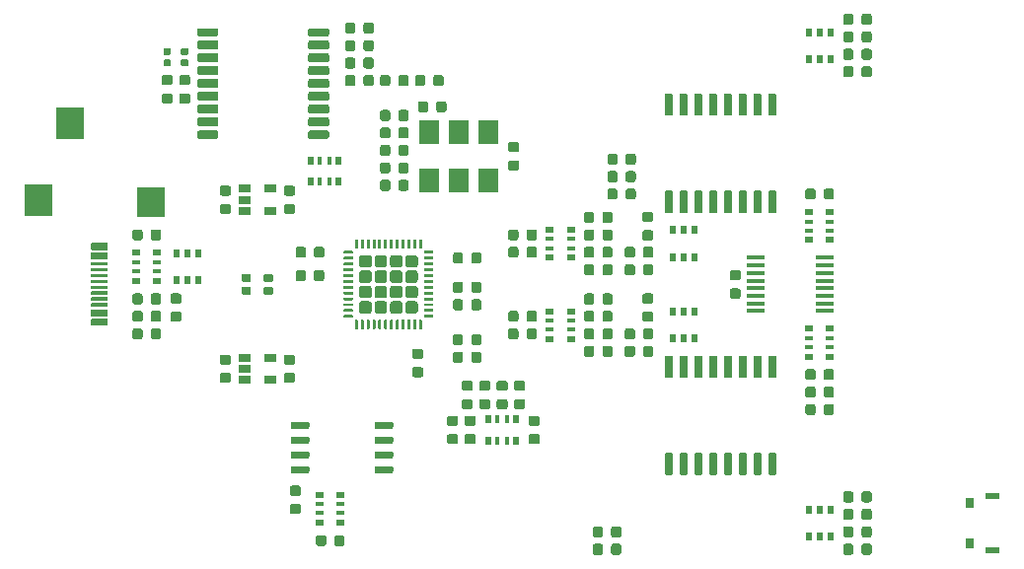
<source format=gbr>
G04 #@! TF.GenerationSoftware,KiCad,Pcbnew,5.1.5*
G04 #@! TF.CreationDate,2020-08-12T23:37:00+02:00*
G04 #@! TF.ProjectId,icE1usb,69634531-7573-4622-9e6b-696361645f70,rev?*
G04 #@! TF.SameCoordinates,Original*
G04 #@! TF.FileFunction,Paste,Top*
G04 #@! TF.FilePolarity,Positive*
%FSLAX46Y46*%
G04 Gerber Fmt 4.6, Leading zero omitted, Abs format (unit mm)*
G04 Created by KiCad (PCBNEW 5.1.5) date 2020-08-12 23:37:00*
%MOMM*%
%LPD*%
G04 APERTURE LIST*
%ADD10R,0.500000X0.800000*%
%ADD11R,0.400000X0.800000*%
%ADD12C,0.100000*%
%ADD13R,2.400000X2.500000*%
%ADD14R,2.400000X2.800000*%
%ADD15R,0.800000X0.500000*%
%ADD16R,0.800000X0.400000*%
%ADD17R,1.500000X0.450000*%
%ADD18R,1.060000X0.650000*%
%ADD19R,0.510000X0.700000*%
%ADD20R,1.800000X2.000000*%
%ADD21R,0.800000X0.900000*%
%ADD22R,1.200000X0.600000*%
G04 APERTURE END LIST*
D10*
X-17700000Y8850000D03*
D11*
X-16900000Y8850000D03*
D10*
X-15300000Y8850000D03*
D11*
X-16100000Y8850000D03*
D10*
X-17700000Y10650000D03*
D11*
X-16100000Y10650000D03*
X-16900000Y10650000D03*
D10*
X-15300000Y10650000D03*
D12*
G36*
X27027691Y8223947D02*
G01*
X27048926Y8220797D01*
X27069750Y8215581D01*
X27089962Y8208349D01*
X27109368Y8199170D01*
X27127781Y8188134D01*
X27145024Y8175346D01*
X27160930Y8160930D01*
X27175346Y8145024D01*
X27188134Y8127781D01*
X27199170Y8109368D01*
X27208349Y8089962D01*
X27215581Y8069750D01*
X27220797Y8048926D01*
X27223947Y8027691D01*
X27225000Y8006250D01*
X27225000Y7493750D01*
X27223947Y7472309D01*
X27220797Y7451074D01*
X27215581Y7430250D01*
X27208349Y7410038D01*
X27199170Y7390632D01*
X27188134Y7372219D01*
X27175346Y7354976D01*
X27160930Y7339070D01*
X27145024Y7324654D01*
X27127781Y7311866D01*
X27109368Y7300830D01*
X27089962Y7291651D01*
X27069750Y7284419D01*
X27048926Y7279203D01*
X27027691Y7276053D01*
X27006250Y7275000D01*
X26568750Y7275000D01*
X26547309Y7276053D01*
X26526074Y7279203D01*
X26505250Y7284419D01*
X26485038Y7291651D01*
X26465632Y7300830D01*
X26447219Y7311866D01*
X26429976Y7324654D01*
X26414070Y7339070D01*
X26399654Y7354976D01*
X26386866Y7372219D01*
X26375830Y7390632D01*
X26366651Y7410038D01*
X26359419Y7430250D01*
X26354203Y7451074D01*
X26351053Y7472309D01*
X26350000Y7493750D01*
X26350000Y8006250D01*
X26351053Y8027691D01*
X26354203Y8048926D01*
X26359419Y8069750D01*
X26366651Y8089962D01*
X26375830Y8109368D01*
X26386866Y8127781D01*
X26399654Y8145024D01*
X26414070Y8160930D01*
X26429976Y8175346D01*
X26447219Y8188134D01*
X26465632Y8199170D01*
X26485038Y8208349D01*
X26505250Y8215581D01*
X26526074Y8220797D01*
X26547309Y8223947D01*
X26568750Y8225000D01*
X27006250Y8225000D01*
X27027691Y8223947D01*
G37*
G36*
X25452691Y8223947D02*
G01*
X25473926Y8220797D01*
X25494750Y8215581D01*
X25514962Y8208349D01*
X25534368Y8199170D01*
X25552781Y8188134D01*
X25570024Y8175346D01*
X25585930Y8160930D01*
X25600346Y8145024D01*
X25613134Y8127781D01*
X25624170Y8109368D01*
X25633349Y8089962D01*
X25640581Y8069750D01*
X25645797Y8048926D01*
X25648947Y8027691D01*
X25650000Y8006250D01*
X25650000Y7493750D01*
X25648947Y7472309D01*
X25645797Y7451074D01*
X25640581Y7430250D01*
X25633349Y7410038D01*
X25624170Y7390632D01*
X25613134Y7372219D01*
X25600346Y7354976D01*
X25585930Y7339070D01*
X25570024Y7324654D01*
X25552781Y7311866D01*
X25534368Y7300830D01*
X25514962Y7291651D01*
X25494750Y7284419D01*
X25473926Y7279203D01*
X25452691Y7276053D01*
X25431250Y7275000D01*
X24993750Y7275000D01*
X24972309Y7276053D01*
X24951074Y7279203D01*
X24930250Y7284419D01*
X24910038Y7291651D01*
X24890632Y7300830D01*
X24872219Y7311866D01*
X24854976Y7324654D01*
X24839070Y7339070D01*
X24824654Y7354976D01*
X24811866Y7372219D01*
X24800830Y7390632D01*
X24791651Y7410038D01*
X24784419Y7430250D01*
X24779203Y7451074D01*
X24776053Y7472309D01*
X24775000Y7493750D01*
X24775000Y8006250D01*
X24776053Y8027691D01*
X24779203Y8048926D01*
X24784419Y8069750D01*
X24791651Y8089962D01*
X24800830Y8109368D01*
X24811866Y8127781D01*
X24824654Y8145024D01*
X24839070Y8160930D01*
X24854976Y8175346D01*
X24872219Y8188134D01*
X24890632Y8199170D01*
X24910038Y8208349D01*
X24930250Y8215581D01*
X24951074Y8220797D01*
X24972309Y8223947D01*
X24993750Y8225000D01*
X25431250Y8225000D01*
X25452691Y8223947D01*
G37*
G36*
X-18297309Y1223947D02*
G01*
X-18276074Y1220797D01*
X-18255250Y1215581D01*
X-18235038Y1208349D01*
X-18215632Y1199170D01*
X-18197219Y1188134D01*
X-18179976Y1175346D01*
X-18164070Y1160930D01*
X-18149654Y1145024D01*
X-18136866Y1127781D01*
X-18125830Y1109368D01*
X-18116651Y1089962D01*
X-18109419Y1069750D01*
X-18104203Y1048926D01*
X-18101053Y1027691D01*
X-18100000Y1006250D01*
X-18100000Y493750D01*
X-18101053Y472309D01*
X-18104203Y451074D01*
X-18109419Y430250D01*
X-18116651Y410038D01*
X-18125830Y390632D01*
X-18136866Y372219D01*
X-18149654Y354976D01*
X-18164070Y339070D01*
X-18179976Y324654D01*
X-18197219Y311866D01*
X-18215632Y300830D01*
X-18235038Y291651D01*
X-18255250Y284419D01*
X-18276074Y279203D01*
X-18297309Y276053D01*
X-18318750Y275000D01*
X-18756250Y275000D01*
X-18777691Y276053D01*
X-18798926Y279203D01*
X-18819750Y284419D01*
X-18839962Y291651D01*
X-18859368Y300830D01*
X-18877781Y311866D01*
X-18895024Y324654D01*
X-18910930Y339070D01*
X-18925346Y354976D01*
X-18938134Y372219D01*
X-18949170Y390632D01*
X-18958349Y410038D01*
X-18965581Y430250D01*
X-18970797Y451074D01*
X-18973947Y472309D01*
X-18975000Y493750D01*
X-18975000Y1006250D01*
X-18973947Y1027691D01*
X-18970797Y1048926D01*
X-18965581Y1069750D01*
X-18958349Y1089962D01*
X-18949170Y1109368D01*
X-18938134Y1127781D01*
X-18925346Y1145024D01*
X-18910930Y1160930D01*
X-18895024Y1175346D01*
X-18877781Y1188134D01*
X-18859368Y1199170D01*
X-18839962Y1208349D01*
X-18819750Y1215581D01*
X-18798926Y1220797D01*
X-18777691Y1223947D01*
X-18756250Y1225000D01*
X-18318750Y1225000D01*
X-18297309Y1223947D01*
G37*
G36*
X-16722309Y1223947D02*
G01*
X-16701074Y1220797D01*
X-16680250Y1215581D01*
X-16660038Y1208349D01*
X-16640632Y1199170D01*
X-16622219Y1188134D01*
X-16604976Y1175346D01*
X-16589070Y1160930D01*
X-16574654Y1145024D01*
X-16561866Y1127781D01*
X-16550830Y1109368D01*
X-16541651Y1089962D01*
X-16534419Y1069750D01*
X-16529203Y1048926D01*
X-16526053Y1027691D01*
X-16525000Y1006250D01*
X-16525000Y493750D01*
X-16526053Y472309D01*
X-16529203Y451074D01*
X-16534419Y430250D01*
X-16541651Y410038D01*
X-16550830Y390632D01*
X-16561866Y372219D01*
X-16574654Y354976D01*
X-16589070Y339070D01*
X-16604976Y324654D01*
X-16622219Y311866D01*
X-16640632Y300830D01*
X-16660038Y291651D01*
X-16680250Y284419D01*
X-16701074Y279203D01*
X-16722309Y276053D01*
X-16743750Y275000D01*
X-17181250Y275000D01*
X-17202691Y276053D01*
X-17223926Y279203D01*
X-17244750Y284419D01*
X-17264962Y291651D01*
X-17284368Y300830D01*
X-17302781Y311866D01*
X-17320024Y324654D01*
X-17335930Y339070D01*
X-17350346Y354976D01*
X-17363134Y372219D01*
X-17374170Y390632D01*
X-17383349Y410038D01*
X-17390581Y430250D01*
X-17395797Y451074D01*
X-17398947Y472309D01*
X-17400000Y493750D01*
X-17400000Y1006250D01*
X-17398947Y1027691D01*
X-17395797Y1048926D01*
X-17390581Y1069750D01*
X-17383349Y1089962D01*
X-17374170Y1109368D01*
X-17363134Y1127781D01*
X-17350346Y1145024D01*
X-17335930Y1160930D01*
X-17320024Y1175346D01*
X-17302781Y1188134D01*
X-17284368Y1199170D01*
X-17264962Y1208349D01*
X-17244750Y1215581D01*
X-17223926Y1220797D01*
X-17202691Y1223947D01*
X-17181250Y1225000D01*
X-16743750Y1225000D01*
X-16722309Y1223947D01*
G37*
D10*
X-2450000Y-13400000D03*
D11*
X-1650000Y-13400000D03*
D10*
X-50000Y-13400000D03*
D11*
X-850000Y-13400000D03*
D10*
X-2450000Y-11600000D03*
D11*
X-850000Y-11600000D03*
X-1650000Y-11600000D03*
D10*
X-50000Y-11600000D03*
D12*
G36*
X-3972309Y-9851053D02*
G01*
X-3951074Y-9854203D01*
X-3930250Y-9859419D01*
X-3910038Y-9866651D01*
X-3890632Y-9875830D01*
X-3872219Y-9886866D01*
X-3854976Y-9899654D01*
X-3839070Y-9914070D01*
X-3824654Y-9929976D01*
X-3811866Y-9947219D01*
X-3800830Y-9965632D01*
X-3791651Y-9985038D01*
X-3784419Y-10005250D01*
X-3779203Y-10026074D01*
X-3776053Y-10047309D01*
X-3775000Y-10068750D01*
X-3775000Y-10506250D01*
X-3776053Y-10527691D01*
X-3779203Y-10548926D01*
X-3784419Y-10569750D01*
X-3791651Y-10589962D01*
X-3800830Y-10609368D01*
X-3811866Y-10627781D01*
X-3824654Y-10645024D01*
X-3839070Y-10660930D01*
X-3854976Y-10675346D01*
X-3872219Y-10688134D01*
X-3890632Y-10699170D01*
X-3910038Y-10708349D01*
X-3930250Y-10715581D01*
X-3951074Y-10720797D01*
X-3972309Y-10723947D01*
X-3993750Y-10725000D01*
X-4506250Y-10725000D01*
X-4527691Y-10723947D01*
X-4548926Y-10720797D01*
X-4569750Y-10715581D01*
X-4589962Y-10708349D01*
X-4609368Y-10699170D01*
X-4627781Y-10688134D01*
X-4645024Y-10675346D01*
X-4660930Y-10660930D01*
X-4675346Y-10645024D01*
X-4688134Y-10627781D01*
X-4699170Y-10609368D01*
X-4708349Y-10589962D01*
X-4715581Y-10569750D01*
X-4720797Y-10548926D01*
X-4723947Y-10527691D01*
X-4725000Y-10506250D01*
X-4725000Y-10068750D01*
X-4723947Y-10047309D01*
X-4720797Y-10026074D01*
X-4715581Y-10005250D01*
X-4708349Y-9985038D01*
X-4699170Y-9965632D01*
X-4688134Y-9947219D01*
X-4675346Y-9929976D01*
X-4660930Y-9914070D01*
X-4645024Y-9899654D01*
X-4627781Y-9886866D01*
X-4609368Y-9875830D01*
X-4589962Y-9866651D01*
X-4569750Y-9859419D01*
X-4548926Y-9854203D01*
X-4527691Y-9851053D01*
X-4506250Y-9850000D01*
X-3993750Y-9850000D01*
X-3972309Y-9851053D01*
G37*
G36*
X-3972309Y-8276053D02*
G01*
X-3951074Y-8279203D01*
X-3930250Y-8284419D01*
X-3910038Y-8291651D01*
X-3890632Y-8300830D01*
X-3872219Y-8311866D01*
X-3854976Y-8324654D01*
X-3839070Y-8339070D01*
X-3824654Y-8354976D01*
X-3811866Y-8372219D01*
X-3800830Y-8390632D01*
X-3791651Y-8410038D01*
X-3784419Y-8430250D01*
X-3779203Y-8451074D01*
X-3776053Y-8472309D01*
X-3775000Y-8493750D01*
X-3775000Y-8931250D01*
X-3776053Y-8952691D01*
X-3779203Y-8973926D01*
X-3784419Y-8994750D01*
X-3791651Y-9014962D01*
X-3800830Y-9034368D01*
X-3811866Y-9052781D01*
X-3824654Y-9070024D01*
X-3839070Y-9085930D01*
X-3854976Y-9100346D01*
X-3872219Y-9113134D01*
X-3890632Y-9124170D01*
X-3910038Y-9133349D01*
X-3930250Y-9140581D01*
X-3951074Y-9145797D01*
X-3972309Y-9148947D01*
X-3993750Y-9150000D01*
X-4506250Y-9150000D01*
X-4527691Y-9148947D01*
X-4548926Y-9145797D01*
X-4569750Y-9140581D01*
X-4589962Y-9133349D01*
X-4609368Y-9124170D01*
X-4627781Y-9113134D01*
X-4645024Y-9100346D01*
X-4660930Y-9085930D01*
X-4675346Y-9070024D01*
X-4688134Y-9052781D01*
X-4699170Y-9034368D01*
X-4708349Y-9014962D01*
X-4715581Y-8994750D01*
X-4720797Y-8973926D01*
X-4723947Y-8952691D01*
X-4725000Y-8931250D01*
X-4725000Y-8493750D01*
X-4723947Y-8472309D01*
X-4720797Y-8451074D01*
X-4715581Y-8430250D01*
X-4708349Y-8410038D01*
X-4699170Y-8390632D01*
X-4688134Y-8372219D01*
X-4675346Y-8354976D01*
X-4660930Y-8339070D01*
X-4645024Y-8324654D01*
X-4627781Y-8311866D01*
X-4609368Y-8300830D01*
X-4589962Y-8291651D01*
X-4569750Y-8284419D01*
X-4548926Y-8279203D01*
X-4527691Y-8276053D01*
X-4506250Y-8275000D01*
X-3993750Y-8275000D01*
X-3972309Y-8276053D01*
G37*
G36*
X-2472309Y-9851053D02*
G01*
X-2451074Y-9854203D01*
X-2430250Y-9859419D01*
X-2410038Y-9866651D01*
X-2390632Y-9875830D01*
X-2372219Y-9886866D01*
X-2354976Y-9899654D01*
X-2339070Y-9914070D01*
X-2324654Y-9929976D01*
X-2311866Y-9947219D01*
X-2300830Y-9965632D01*
X-2291651Y-9985038D01*
X-2284419Y-10005250D01*
X-2279203Y-10026074D01*
X-2276053Y-10047309D01*
X-2275000Y-10068750D01*
X-2275000Y-10506250D01*
X-2276053Y-10527691D01*
X-2279203Y-10548926D01*
X-2284419Y-10569750D01*
X-2291651Y-10589962D01*
X-2300830Y-10609368D01*
X-2311866Y-10627781D01*
X-2324654Y-10645024D01*
X-2339070Y-10660930D01*
X-2354976Y-10675346D01*
X-2372219Y-10688134D01*
X-2390632Y-10699170D01*
X-2410038Y-10708349D01*
X-2430250Y-10715581D01*
X-2451074Y-10720797D01*
X-2472309Y-10723947D01*
X-2493750Y-10725000D01*
X-3006250Y-10725000D01*
X-3027691Y-10723947D01*
X-3048926Y-10720797D01*
X-3069750Y-10715581D01*
X-3089962Y-10708349D01*
X-3109368Y-10699170D01*
X-3127781Y-10688134D01*
X-3145024Y-10675346D01*
X-3160930Y-10660930D01*
X-3175346Y-10645024D01*
X-3188134Y-10627781D01*
X-3199170Y-10609368D01*
X-3208349Y-10589962D01*
X-3215581Y-10569750D01*
X-3220797Y-10548926D01*
X-3223947Y-10527691D01*
X-3225000Y-10506250D01*
X-3225000Y-10068750D01*
X-3223947Y-10047309D01*
X-3220797Y-10026074D01*
X-3215581Y-10005250D01*
X-3208349Y-9985038D01*
X-3199170Y-9965632D01*
X-3188134Y-9947219D01*
X-3175346Y-9929976D01*
X-3160930Y-9914070D01*
X-3145024Y-9899654D01*
X-3127781Y-9886866D01*
X-3109368Y-9875830D01*
X-3089962Y-9866651D01*
X-3069750Y-9859419D01*
X-3048926Y-9854203D01*
X-3027691Y-9851053D01*
X-3006250Y-9850000D01*
X-2493750Y-9850000D01*
X-2472309Y-9851053D01*
G37*
G36*
X-2472309Y-8276053D02*
G01*
X-2451074Y-8279203D01*
X-2430250Y-8284419D01*
X-2410038Y-8291651D01*
X-2390632Y-8300830D01*
X-2372219Y-8311866D01*
X-2354976Y-8324654D01*
X-2339070Y-8339070D01*
X-2324654Y-8354976D01*
X-2311866Y-8372219D01*
X-2300830Y-8390632D01*
X-2291651Y-8410038D01*
X-2284419Y-8430250D01*
X-2279203Y-8451074D01*
X-2276053Y-8472309D01*
X-2275000Y-8493750D01*
X-2275000Y-8931250D01*
X-2276053Y-8952691D01*
X-2279203Y-8973926D01*
X-2284419Y-8994750D01*
X-2291651Y-9014962D01*
X-2300830Y-9034368D01*
X-2311866Y-9052781D01*
X-2324654Y-9070024D01*
X-2339070Y-9085930D01*
X-2354976Y-9100346D01*
X-2372219Y-9113134D01*
X-2390632Y-9124170D01*
X-2410038Y-9133349D01*
X-2430250Y-9140581D01*
X-2451074Y-9145797D01*
X-2472309Y-9148947D01*
X-2493750Y-9150000D01*
X-3006250Y-9150000D01*
X-3027691Y-9148947D01*
X-3048926Y-9145797D01*
X-3069750Y-9140581D01*
X-3089962Y-9133349D01*
X-3109368Y-9124170D01*
X-3127781Y-9113134D01*
X-3145024Y-9100346D01*
X-3160930Y-9085930D01*
X-3175346Y-9070024D01*
X-3188134Y-9052781D01*
X-3199170Y-9034368D01*
X-3208349Y-9014962D01*
X-3215581Y-8994750D01*
X-3220797Y-8973926D01*
X-3223947Y-8952691D01*
X-3225000Y-8931250D01*
X-3225000Y-8493750D01*
X-3223947Y-8472309D01*
X-3220797Y-8451074D01*
X-3215581Y-8430250D01*
X-3208349Y-8410038D01*
X-3199170Y-8390632D01*
X-3188134Y-8372219D01*
X-3175346Y-8354976D01*
X-3160930Y-8339070D01*
X-3145024Y-8324654D01*
X-3127781Y-8311866D01*
X-3109368Y-8300830D01*
X-3089962Y-8291651D01*
X-3069750Y-8284419D01*
X-3048926Y-8279203D01*
X-3027691Y-8276053D01*
X-3006250Y-8275000D01*
X-2493750Y-8275000D01*
X-2472309Y-8276053D01*
G37*
G36*
X-972309Y-9851053D02*
G01*
X-951074Y-9854203D01*
X-930250Y-9859419D01*
X-910038Y-9866651D01*
X-890632Y-9875830D01*
X-872219Y-9886866D01*
X-854976Y-9899654D01*
X-839070Y-9914070D01*
X-824654Y-9929976D01*
X-811866Y-9947219D01*
X-800830Y-9965632D01*
X-791651Y-9985038D01*
X-784419Y-10005250D01*
X-779203Y-10026074D01*
X-776053Y-10047309D01*
X-775000Y-10068750D01*
X-775000Y-10506250D01*
X-776053Y-10527691D01*
X-779203Y-10548926D01*
X-784419Y-10569750D01*
X-791651Y-10589962D01*
X-800830Y-10609368D01*
X-811866Y-10627781D01*
X-824654Y-10645024D01*
X-839070Y-10660930D01*
X-854976Y-10675346D01*
X-872219Y-10688134D01*
X-890632Y-10699170D01*
X-910038Y-10708349D01*
X-930250Y-10715581D01*
X-951074Y-10720797D01*
X-972309Y-10723947D01*
X-993750Y-10725000D01*
X-1506250Y-10725000D01*
X-1527691Y-10723947D01*
X-1548926Y-10720797D01*
X-1569750Y-10715581D01*
X-1589962Y-10708349D01*
X-1609368Y-10699170D01*
X-1627781Y-10688134D01*
X-1645024Y-10675346D01*
X-1660930Y-10660930D01*
X-1675346Y-10645024D01*
X-1688134Y-10627781D01*
X-1699170Y-10609368D01*
X-1708349Y-10589962D01*
X-1715581Y-10569750D01*
X-1720797Y-10548926D01*
X-1723947Y-10527691D01*
X-1725000Y-10506250D01*
X-1725000Y-10068750D01*
X-1723947Y-10047309D01*
X-1720797Y-10026074D01*
X-1715581Y-10005250D01*
X-1708349Y-9985038D01*
X-1699170Y-9965632D01*
X-1688134Y-9947219D01*
X-1675346Y-9929976D01*
X-1660930Y-9914070D01*
X-1645024Y-9899654D01*
X-1627781Y-9886866D01*
X-1609368Y-9875830D01*
X-1589962Y-9866651D01*
X-1569750Y-9859419D01*
X-1548926Y-9854203D01*
X-1527691Y-9851053D01*
X-1506250Y-9850000D01*
X-993750Y-9850000D01*
X-972309Y-9851053D01*
G37*
G36*
X-972309Y-8276053D02*
G01*
X-951074Y-8279203D01*
X-930250Y-8284419D01*
X-910038Y-8291651D01*
X-890632Y-8300830D01*
X-872219Y-8311866D01*
X-854976Y-8324654D01*
X-839070Y-8339070D01*
X-824654Y-8354976D01*
X-811866Y-8372219D01*
X-800830Y-8390632D01*
X-791651Y-8410038D01*
X-784419Y-8430250D01*
X-779203Y-8451074D01*
X-776053Y-8472309D01*
X-775000Y-8493750D01*
X-775000Y-8931250D01*
X-776053Y-8952691D01*
X-779203Y-8973926D01*
X-784419Y-8994750D01*
X-791651Y-9014962D01*
X-800830Y-9034368D01*
X-811866Y-9052781D01*
X-824654Y-9070024D01*
X-839070Y-9085930D01*
X-854976Y-9100346D01*
X-872219Y-9113134D01*
X-890632Y-9124170D01*
X-910038Y-9133349D01*
X-930250Y-9140581D01*
X-951074Y-9145797D01*
X-972309Y-9148947D01*
X-993750Y-9150000D01*
X-1506250Y-9150000D01*
X-1527691Y-9148947D01*
X-1548926Y-9145797D01*
X-1569750Y-9140581D01*
X-1589962Y-9133349D01*
X-1609368Y-9124170D01*
X-1627781Y-9113134D01*
X-1645024Y-9100346D01*
X-1660930Y-9085930D01*
X-1675346Y-9070024D01*
X-1688134Y-9052781D01*
X-1699170Y-9034368D01*
X-1708349Y-9014962D01*
X-1715581Y-8994750D01*
X-1720797Y-8973926D01*
X-1723947Y-8952691D01*
X-1725000Y-8931250D01*
X-1725000Y-8493750D01*
X-1723947Y-8472309D01*
X-1720797Y-8451074D01*
X-1715581Y-8430250D01*
X-1708349Y-8410038D01*
X-1699170Y-8390632D01*
X-1688134Y-8372219D01*
X-1675346Y-8354976D01*
X-1660930Y-8339070D01*
X-1645024Y-8324654D01*
X-1627781Y-8311866D01*
X-1609368Y-8300830D01*
X-1589962Y-8291651D01*
X-1569750Y-8284419D01*
X-1548926Y-8279203D01*
X-1527691Y-8276053D01*
X-1506250Y-8275000D01*
X-993750Y-8275000D01*
X-972309Y-8276053D01*
G37*
G36*
X527691Y-9851053D02*
G01*
X548926Y-9854203D01*
X569750Y-9859419D01*
X589962Y-9866651D01*
X609368Y-9875830D01*
X627781Y-9886866D01*
X645024Y-9899654D01*
X660930Y-9914070D01*
X675346Y-9929976D01*
X688134Y-9947219D01*
X699170Y-9965632D01*
X708349Y-9985038D01*
X715581Y-10005250D01*
X720797Y-10026074D01*
X723947Y-10047309D01*
X725000Y-10068750D01*
X725000Y-10506250D01*
X723947Y-10527691D01*
X720797Y-10548926D01*
X715581Y-10569750D01*
X708349Y-10589962D01*
X699170Y-10609368D01*
X688134Y-10627781D01*
X675346Y-10645024D01*
X660930Y-10660930D01*
X645024Y-10675346D01*
X627781Y-10688134D01*
X609368Y-10699170D01*
X589962Y-10708349D01*
X569750Y-10715581D01*
X548926Y-10720797D01*
X527691Y-10723947D01*
X506250Y-10725000D01*
X-6250Y-10725000D01*
X-27691Y-10723947D01*
X-48926Y-10720797D01*
X-69750Y-10715581D01*
X-89962Y-10708349D01*
X-109368Y-10699170D01*
X-127781Y-10688134D01*
X-145024Y-10675346D01*
X-160930Y-10660930D01*
X-175346Y-10645024D01*
X-188134Y-10627781D01*
X-199170Y-10609368D01*
X-208349Y-10589962D01*
X-215581Y-10569750D01*
X-220797Y-10548926D01*
X-223947Y-10527691D01*
X-225000Y-10506250D01*
X-225000Y-10068750D01*
X-223947Y-10047309D01*
X-220797Y-10026074D01*
X-215581Y-10005250D01*
X-208349Y-9985038D01*
X-199170Y-9965632D01*
X-188134Y-9947219D01*
X-175346Y-9929976D01*
X-160930Y-9914070D01*
X-145024Y-9899654D01*
X-127781Y-9886866D01*
X-109368Y-9875830D01*
X-89962Y-9866651D01*
X-69750Y-9859419D01*
X-48926Y-9854203D01*
X-27691Y-9851053D01*
X-6250Y-9850000D01*
X506250Y-9850000D01*
X527691Y-9851053D01*
G37*
G36*
X527691Y-8276053D02*
G01*
X548926Y-8279203D01*
X569750Y-8284419D01*
X589962Y-8291651D01*
X609368Y-8300830D01*
X627781Y-8311866D01*
X645024Y-8324654D01*
X660930Y-8339070D01*
X675346Y-8354976D01*
X688134Y-8372219D01*
X699170Y-8390632D01*
X708349Y-8410038D01*
X715581Y-8430250D01*
X720797Y-8451074D01*
X723947Y-8472309D01*
X725000Y-8493750D01*
X725000Y-8931250D01*
X723947Y-8952691D01*
X720797Y-8973926D01*
X715581Y-8994750D01*
X708349Y-9014962D01*
X699170Y-9034368D01*
X688134Y-9052781D01*
X675346Y-9070024D01*
X660930Y-9085930D01*
X645024Y-9100346D01*
X627781Y-9113134D01*
X609368Y-9124170D01*
X589962Y-9133349D01*
X569750Y-9140581D01*
X548926Y-9145797D01*
X527691Y-9148947D01*
X506250Y-9150000D01*
X-6250Y-9150000D01*
X-27691Y-9148947D01*
X-48926Y-9145797D01*
X-69750Y-9140581D01*
X-89962Y-9133349D01*
X-109368Y-9124170D01*
X-127781Y-9113134D01*
X-145024Y-9100346D01*
X-160930Y-9085930D01*
X-175346Y-9070024D01*
X-188134Y-9052781D01*
X-199170Y-9034368D01*
X-208349Y-9014962D01*
X-215581Y-8994750D01*
X-220797Y-8973926D01*
X-223947Y-8952691D01*
X-225000Y-8931250D01*
X-225000Y-8493750D01*
X-223947Y-8472309D01*
X-220797Y-8451074D01*
X-215581Y-8430250D01*
X-208349Y-8410038D01*
X-199170Y-8390632D01*
X-188134Y-8372219D01*
X-175346Y-8354976D01*
X-160930Y-8339070D01*
X-145024Y-8324654D01*
X-127781Y-8311866D01*
X-109368Y-8300830D01*
X-89962Y-8291651D01*
X-69750Y-8284419D01*
X-48926Y-8279203D01*
X-27691Y-8276053D01*
X-6250Y-8275000D01*
X506250Y-8275000D01*
X527691Y-8276053D01*
G37*
G36*
X-3722309Y-12851053D02*
G01*
X-3701074Y-12854203D01*
X-3680250Y-12859419D01*
X-3660038Y-12866651D01*
X-3640632Y-12875830D01*
X-3622219Y-12886866D01*
X-3604976Y-12899654D01*
X-3589070Y-12914070D01*
X-3574654Y-12929976D01*
X-3561866Y-12947219D01*
X-3550830Y-12965632D01*
X-3541651Y-12985038D01*
X-3534419Y-13005250D01*
X-3529203Y-13026074D01*
X-3526053Y-13047309D01*
X-3525000Y-13068750D01*
X-3525000Y-13506250D01*
X-3526053Y-13527691D01*
X-3529203Y-13548926D01*
X-3534419Y-13569750D01*
X-3541651Y-13589962D01*
X-3550830Y-13609368D01*
X-3561866Y-13627781D01*
X-3574654Y-13645024D01*
X-3589070Y-13660930D01*
X-3604976Y-13675346D01*
X-3622219Y-13688134D01*
X-3640632Y-13699170D01*
X-3660038Y-13708349D01*
X-3680250Y-13715581D01*
X-3701074Y-13720797D01*
X-3722309Y-13723947D01*
X-3743750Y-13725000D01*
X-4256250Y-13725000D01*
X-4277691Y-13723947D01*
X-4298926Y-13720797D01*
X-4319750Y-13715581D01*
X-4339962Y-13708349D01*
X-4359368Y-13699170D01*
X-4377781Y-13688134D01*
X-4395024Y-13675346D01*
X-4410930Y-13660930D01*
X-4425346Y-13645024D01*
X-4438134Y-13627781D01*
X-4449170Y-13609368D01*
X-4458349Y-13589962D01*
X-4465581Y-13569750D01*
X-4470797Y-13548926D01*
X-4473947Y-13527691D01*
X-4475000Y-13506250D01*
X-4475000Y-13068750D01*
X-4473947Y-13047309D01*
X-4470797Y-13026074D01*
X-4465581Y-13005250D01*
X-4458349Y-12985038D01*
X-4449170Y-12965632D01*
X-4438134Y-12947219D01*
X-4425346Y-12929976D01*
X-4410930Y-12914070D01*
X-4395024Y-12899654D01*
X-4377781Y-12886866D01*
X-4359368Y-12875830D01*
X-4339962Y-12866651D01*
X-4319750Y-12859419D01*
X-4298926Y-12854203D01*
X-4277691Y-12851053D01*
X-4256250Y-12850000D01*
X-3743750Y-12850000D01*
X-3722309Y-12851053D01*
G37*
G36*
X-3722309Y-11276053D02*
G01*
X-3701074Y-11279203D01*
X-3680250Y-11284419D01*
X-3660038Y-11291651D01*
X-3640632Y-11300830D01*
X-3622219Y-11311866D01*
X-3604976Y-11324654D01*
X-3589070Y-11339070D01*
X-3574654Y-11354976D01*
X-3561866Y-11372219D01*
X-3550830Y-11390632D01*
X-3541651Y-11410038D01*
X-3534419Y-11430250D01*
X-3529203Y-11451074D01*
X-3526053Y-11472309D01*
X-3525000Y-11493750D01*
X-3525000Y-11931250D01*
X-3526053Y-11952691D01*
X-3529203Y-11973926D01*
X-3534419Y-11994750D01*
X-3541651Y-12014962D01*
X-3550830Y-12034368D01*
X-3561866Y-12052781D01*
X-3574654Y-12070024D01*
X-3589070Y-12085930D01*
X-3604976Y-12100346D01*
X-3622219Y-12113134D01*
X-3640632Y-12124170D01*
X-3660038Y-12133349D01*
X-3680250Y-12140581D01*
X-3701074Y-12145797D01*
X-3722309Y-12148947D01*
X-3743750Y-12150000D01*
X-4256250Y-12150000D01*
X-4277691Y-12148947D01*
X-4298926Y-12145797D01*
X-4319750Y-12140581D01*
X-4339962Y-12133349D01*
X-4359368Y-12124170D01*
X-4377781Y-12113134D01*
X-4395024Y-12100346D01*
X-4410930Y-12085930D01*
X-4425346Y-12070024D01*
X-4438134Y-12052781D01*
X-4449170Y-12034368D01*
X-4458349Y-12014962D01*
X-4465581Y-11994750D01*
X-4470797Y-11973926D01*
X-4473947Y-11952691D01*
X-4475000Y-11931250D01*
X-4475000Y-11493750D01*
X-4473947Y-11472309D01*
X-4470797Y-11451074D01*
X-4465581Y-11430250D01*
X-4458349Y-11410038D01*
X-4449170Y-11390632D01*
X-4438134Y-11372219D01*
X-4425346Y-11354976D01*
X-4410930Y-11339070D01*
X-4395024Y-11324654D01*
X-4377781Y-11311866D01*
X-4359368Y-11300830D01*
X-4339962Y-11291651D01*
X-4319750Y-11284419D01*
X-4298926Y-11279203D01*
X-4277691Y-11276053D01*
X-4256250Y-11275000D01*
X-3743750Y-11275000D01*
X-3722309Y-11276053D01*
G37*
G36*
X-5222309Y-12851053D02*
G01*
X-5201074Y-12854203D01*
X-5180250Y-12859419D01*
X-5160038Y-12866651D01*
X-5140632Y-12875830D01*
X-5122219Y-12886866D01*
X-5104976Y-12899654D01*
X-5089070Y-12914070D01*
X-5074654Y-12929976D01*
X-5061866Y-12947219D01*
X-5050830Y-12965632D01*
X-5041651Y-12985038D01*
X-5034419Y-13005250D01*
X-5029203Y-13026074D01*
X-5026053Y-13047309D01*
X-5025000Y-13068750D01*
X-5025000Y-13506250D01*
X-5026053Y-13527691D01*
X-5029203Y-13548926D01*
X-5034419Y-13569750D01*
X-5041651Y-13589962D01*
X-5050830Y-13609368D01*
X-5061866Y-13627781D01*
X-5074654Y-13645024D01*
X-5089070Y-13660930D01*
X-5104976Y-13675346D01*
X-5122219Y-13688134D01*
X-5140632Y-13699170D01*
X-5160038Y-13708349D01*
X-5180250Y-13715581D01*
X-5201074Y-13720797D01*
X-5222309Y-13723947D01*
X-5243750Y-13725000D01*
X-5756250Y-13725000D01*
X-5777691Y-13723947D01*
X-5798926Y-13720797D01*
X-5819750Y-13715581D01*
X-5839962Y-13708349D01*
X-5859368Y-13699170D01*
X-5877781Y-13688134D01*
X-5895024Y-13675346D01*
X-5910930Y-13660930D01*
X-5925346Y-13645024D01*
X-5938134Y-13627781D01*
X-5949170Y-13609368D01*
X-5958349Y-13589962D01*
X-5965581Y-13569750D01*
X-5970797Y-13548926D01*
X-5973947Y-13527691D01*
X-5975000Y-13506250D01*
X-5975000Y-13068750D01*
X-5973947Y-13047309D01*
X-5970797Y-13026074D01*
X-5965581Y-13005250D01*
X-5958349Y-12985038D01*
X-5949170Y-12965632D01*
X-5938134Y-12947219D01*
X-5925346Y-12929976D01*
X-5910930Y-12914070D01*
X-5895024Y-12899654D01*
X-5877781Y-12886866D01*
X-5859368Y-12875830D01*
X-5839962Y-12866651D01*
X-5819750Y-12859419D01*
X-5798926Y-12854203D01*
X-5777691Y-12851053D01*
X-5756250Y-12850000D01*
X-5243750Y-12850000D01*
X-5222309Y-12851053D01*
G37*
G36*
X-5222309Y-11276053D02*
G01*
X-5201074Y-11279203D01*
X-5180250Y-11284419D01*
X-5160038Y-11291651D01*
X-5140632Y-11300830D01*
X-5122219Y-11311866D01*
X-5104976Y-11324654D01*
X-5089070Y-11339070D01*
X-5074654Y-11354976D01*
X-5061866Y-11372219D01*
X-5050830Y-11390632D01*
X-5041651Y-11410038D01*
X-5034419Y-11430250D01*
X-5029203Y-11451074D01*
X-5026053Y-11472309D01*
X-5025000Y-11493750D01*
X-5025000Y-11931250D01*
X-5026053Y-11952691D01*
X-5029203Y-11973926D01*
X-5034419Y-11994750D01*
X-5041651Y-12014962D01*
X-5050830Y-12034368D01*
X-5061866Y-12052781D01*
X-5074654Y-12070024D01*
X-5089070Y-12085930D01*
X-5104976Y-12100346D01*
X-5122219Y-12113134D01*
X-5140632Y-12124170D01*
X-5160038Y-12133349D01*
X-5180250Y-12140581D01*
X-5201074Y-12145797D01*
X-5222309Y-12148947D01*
X-5243750Y-12150000D01*
X-5756250Y-12150000D01*
X-5777691Y-12148947D01*
X-5798926Y-12145797D01*
X-5819750Y-12140581D01*
X-5839962Y-12133349D01*
X-5859368Y-12124170D01*
X-5877781Y-12113134D01*
X-5895024Y-12100346D01*
X-5910930Y-12085930D01*
X-5925346Y-12070024D01*
X-5938134Y-12052781D01*
X-5949170Y-12034368D01*
X-5958349Y-12014962D01*
X-5965581Y-11994750D01*
X-5970797Y-11973926D01*
X-5973947Y-11952691D01*
X-5975000Y-11931250D01*
X-5975000Y-11493750D01*
X-5973947Y-11472309D01*
X-5970797Y-11451074D01*
X-5965581Y-11430250D01*
X-5958349Y-11410038D01*
X-5949170Y-11390632D01*
X-5938134Y-11372219D01*
X-5925346Y-11354976D01*
X-5910930Y-11339070D01*
X-5895024Y-11324654D01*
X-5877781Y-11311866D01*
X-5859368Y-11300830D01*
X-5839962Y-11291651D01*
X-5819750Y-11284419D01*
X-5798926Y-11279203D01*
X-5777691Y-11276053D01*
X-5756250Y-11275000D01*
X-5243750Y-11275000D01*
X-5222309Y-11276053D01*
G37*
G36*
X1777691Y-12851053D02*
G01*
X1798926Y-12854203D01*
X1819750Y-12859419D01*
X1839962Y-12866651D01*
X1859368Y-12875830D01*
X1877781Y-12886866D01*
X1895024Y-12899654D01*
X1910930Y-12914070D01*
X1925346Y-12929976D01*
X1938134Y-12947219D01*
X1949170Y-12965632D01*
X1958349Y-12985038D01*
X1965581Y-13005250D01*
X1970797Y-13026074D01*
X1973947Y-13047309D01*
X1975000Y-13068750D01*
X1975000Y-13506250D01*
X1973947Y-13527691D01*
X1970797Y-13548926D01*
X1965581Y-13569750D01*
X1958349Y-13589962D01*
X1949170Y-13609368D01*
X1938134Y-13627781D01*
X1925346Y-13645024D01*
X1910930Y-13660930D01*
X1895024Y-13675346D01*
X1877781Y-13688134D01*
X1859368Y-13699170D01*
X1839962Y-13708349D01*
X1819750Y-13715581D01*
X1798926Y-13720797D01*
X1777691Y-13723947D01*
X1756250Y-13725000D01*
X1243750Y-13725000D01*
X1222309Y-13723947D01*
X1201074Y-13720797D01*
X1180250Y-13715581D01*
X1160038Y-13708349D01*
X1140632Y-13699170D01*
X1122219Y-13688134D01*
X1104976Y-13675346D01*
X1089070Y-13660930D01*
X1074654Y-13645024D01*
X1061866Y-13627781D01*
X1050830Y-13609368D01*
X1041651Y-13589962D01*
X1034419Y-13569750D01*
X1029203Y-13548926D01*
X1026053Y-13527691D01*
X1025000Y-13506250D01*
X1025000Y-13068750D01*
X1026053Y-13047309D01*
X1029203Y-13026074D01*
X1034419Y-13005250D01*
X1041651Y-12985038D01*
X1050830Y-12965632D01*
X1061866Y-12947219D01*
X1074654Y-12929976D01*
X1089070Y-12914070D01*
X1104976Y-12899654D01*
X1122219Y-12886866D01*
X1140632Y-12875830D01*
X1160038Y-12866651D01*
X1180250Y-12859419D01*
X1201074Y-12854203D01*
X1222309Y-12851053D01*
X1243750Y-12850000D01*
X1756250Y-12850000D01*
X1777691Y-12851053D01*
G37*
G36*
X1777691Y-11276053D02*
G01*
X1798926Y-11279203D01*
X1819750Y-11284419D01*
X1839962Y-11291651D01*
X1859368Y-11300830D01*
X1877781Y-11311866D01*
X1895024Y-11324654D01*
X1910930Y-11339070D01*
X1925346Y-11354976D01*
X1938134Y-11372219D01*
X1949170Y-11390632D01*
X1958349Y-11410038D01*
X1965581Y-11430250D01*
X1970797Y-11451074D01*
X1973947Y-11472309D01*
X1975000Y-11493750D01*
X1975000Y-11931250D01*
X1973947Y-11952691D01*
X1970797Y-11973926D01*
X1965581Y-11994750D01*
X1958349Y-12014962D01*
X1949170Y-12034368D01*
X1938134Y-12052781D01*
X1925346Y-12070024D01*
X1910930Y-12085930D01*
X1895024Y-12100346D01*
X1877781Y-12113134D01*
X1859368Y-12124170D01*
X1839962Y-12133349D01*
X1819750Y-12140581D01*
X1798926Y-12145797D01*
X1777691Y-12148947D01*
X1756250Y-12150000D01*
X1243750Y-12150000D01*
X1222309Y-12148947D01*
X1201074Y-12145797D01*
X1180250Y-12140581D01*
X1160038Y-12133349D01*
X1140632Y-12124170D01*
X1122219Y-12113134D01*
X1104976Y-12100346D01*
X1089070Y-12085930D01*
X1074654Y-12070024D01*
X1061866Y-12052781D01*
X1050830Y-12034368D01*
X1041651Y-12014962D01*
X1034419Y-11994750D01*
X1029203Y-11973926D01*
X1026053Y-11952691D01*
X1025000Y-11931250D01*
X1025000Y-11493750D01*
X1026053Y-11472309D01*
X1029203Y-11451074D01*
X1034419Y-11430250D01*
X1041651Y-11410038D01*
X1050830Y-11390632D01*
X1061866Y-11372219D01*
X1074654Y-11354976D01*
X1089070Y-11339070D01*
X1104976Y-11324654D01*
X1122219Y-11311866D01*
X1140632Y-11300830D01*
X1160038Y-11291651D01*
X1180250Y-11284419D01*
X1201074Y-11279203D01*
X1222309Y-11276053D01*
X1243750Y-11275000D01*
X1756250Y-11275000D01*
X1777691Y-11276053D01*
G37*
D13*
X-31350000Y7050000D03*
D14*
X-41050000Y7200000D03*
X-38350000Y13800000D03*
D12*
G36*
X7202691Y-20776053D02*
G01*
X7223926Y-20779203D01*
X7244750Y-20784419D01*
X7264962Y-20791651D01*
X7284368Y-20800830D01*
X7302781Y-20811866D01*
X7320024Y-20824654D01*
X7335930Y-20839070D01*
X7350346Y-20854976D01*
X7363134Y-20872219D01*
X7374170Y-20890632D01*
X7383349Y-20910038D01*
X7390581Y-20930250D01*
X7395797Y-20951074D01*
X7398947Y-20972309D01*
X7400000Y-20993750D01*
X7400000Y-21506250D01*
X7398947Y-21527691D01*
X7395797Y-21548926D01*
X7390581Y-21569750D01*
X7383349Y-21589962D01*
X7374170Y-21609368D01*
X7363134Y-21627781D01*
X7350346Y-21645024D01*
X7335930Y-21660930D01*
X7320024Y-21675346D01*
X7302781Y-21688134D01*
X7284368Y-21699170D01*
X7264962Y-21708349D01*
X7244750Y-21715581D01*
X7223926Y-21720797D01*
X7202691Y-21723947D01*
X7181250Y-21725000D01*
X6743750Y-21725000D01*
X6722309Y-21723947D01*
X6701074Y-21720797D01*
X6680250Y-21715581D01*
X6660038Y-21708349D01*
X6640632Y-21699170D01*
X6622219Y-21688134D01*
X6604976Y-21675346D01*
X6589070Y-21660930D01*
X6574654Y-21645024D01*
X6561866Y-21627781D01*
X6550830Y-21609368D01*
X6541651Y-21589962D01*
X6534419Y-21569750D01*
X6529203Y-21548926D01*
X6526053Y-21527691D01*
X6525000Y-21506250D01*
X6525000Y-20993750D01*
X6526053Y-20972309D01*
X6529203Y-20951074D01*
X6534419Y-20930250D01*
X6541651Y-20910038D01*
X6550830Y-20890632D01*
X6561866Y-20872219D01*
X6574654Y-20854976D01*
X6589070Y-20839070D01*
X6604976Y-20824654D01*
X6622219Y-20811866D01*
X6640632Y-20800830D01*
X6660038Y-20791651D01*
X6680250Y-20784419D01*
X6701074Y-20779203D01*
X6722309Y-20776053D01*
X6743750Y-20775000D01*
X7181250Y-20775000D01*
X7202691Y-20776053D01*
G37*
G36*
X8777691Y-20776053D02*
G01*
X8798926Y-20779203D01*
X8819750Y-20784419D01*
X8839962Y-20791651D01*
X8859368Y-20800830D01*
X8877781Y-20811866D01*
X8895024Y-20824654D01*
X8910930Y-20839070D01*
X8925346Y-20854976D01*
X8938134Y-20872219D01*
X8949170Y-20890632D01*
X8958349Y-20910038D01*
X8965581Y-20930250D01*
X8970797Y-20951074D01*
X8973947Y-20972309D01*
X8975000Y-20993750D01*
X8975000Y-21506250D01*
X8973947Y-21527691D01*
X8970797Y-21548926D01*
X8965581Y-21569750D01*
X8958349Y-21589962D01*
X8949170Y-21609368D01*
X8938134Y-21627781D01*
X8925346Y-21645024D01*
X8910930Y-21660930D01*
X8895024Y-21675346D01*
X8877781Y-21688134D01*
X8859368Y-21699170D01*
X8839962Y-21708349D01*
X8819750Y-21715581D01*
X8798926Y-21720797D01*
X8777691Y-21723947D01*
X8756250Y-21725000D01*
X8318750Y-21725000D01*
X8297309Y-21723947D01*
X8276074Y-21720797D01*
X8255250Y-21715581D01*
X8235038Y-21708349D01*
X8215632Y-21699170D01*
X8197219Y-21688134D01*
X8179976Y-21675346D01*
X8164070Y-21660930D01*
X8149654Y-21645024D01*
X8136866Y-21627781D01*
X8125830Y-21609368D01*
X8116651Y-21589962D01*
X8109419Y-21569750D01*
X8104203Y-21548926D01*
X8101053Y-21527691D01*
X8100000Y-21506250D01*
X8100000Y-20993750D01*
X8101053Y-20972309D01*
X8104203Y-20951074D01*
X8109419Y-20930250D01*
X8116651Y-20910038D01*
X8125830Y-20890632D01*
X8136866Y-20872219D01*
X8149654Y-20854976D01*
X8164070Y-20839070D01*
X8179976Y-20824654D01*
X8197219Y-20811866D01*
X8215632Y-20800830D01*
X8235038Y-20791651D01*
X8255250Y-20784419D01*
X8276074Y-20779203D01*
X8297309Y-20776053D01*
X8318750Y-20775000D01*
X8756250Y-20775000D01*
X8777691Y-20776053D01*
G37*
G36*
X7202691Y-22276053D02*
G01*
X7223926Y-22279203D01*
X7244750Y-22284419D01*
X7264962Y-22291651D01*
X7284368Y-22300830D01*
X7302781Y-22311866D01*
X7320024Y-22324654D01*
X7335930Y-22339070D01*
X7350346Y-22354976D01*
X7363134Y-22372219D01*
X7374170Y-22390632D01*
X7383349Y-22410038D01*
X7390581Y-22430250D01*
X7395797Y-22451074D01*
X7398947Y-22472309D01*
X7400000Y-22493750D01*
X7400000Y-23006250D01*
X7398947Y-23027691D01*
X7395797Y-23048926D01*
X7390581Y-23069750D01*
X7383349Y-23089962D01*
X7374170Y-23109368D01*
X7363134Y-23127781D01*
X7350346Y-23145024D01*
X7335930Y-23160930D01*
X7320024Y-23175346D01*
X7302781Y-23188134D01*
X7284368Y-23199170D01*
X7264962Y-23208349D01*
X7244750Y-23215581D01*
X7223926Y-23220797D01*
X7202691Y-23223947D01*
X7181250Y-23225000D01*
X6743750Y-23225000D01*
X6722309Y-23223947D01*
X6701074Y-23220797D01*
X6680250Y-23215581D01*
X6660038Y-23208349D01*
X6640632Y-23199170D01*
X6622219Y-23188134D01*
X6604976Y-23175346D01*
X6589070Y-23160930D01*
X6574654Y-23145024D01*
X6561866Y-23127781D01*
X6550830Y-23109368D01*
X6541651Y-23089962D01*
X6534419Y-23069750D01*
X6529203Y-23048926D01*
X6526053Y-23027691D01*
X6525000Y-23006250D01*
X6525000Y-22493750D01*
X6526053Y-22472309D01*
X6529203Y-22451074D01*
X6534419Y-22430250D01*
X6541651Y-22410038D01*
X6550830Y-22390632D01*
X6561866Y-22372219D01*
X6574654Y-22354976D01*
X6589070Y-22339070D01*
X6604976Y-22324654D01*
X6622219Y-22311866D01*
X6640632Y-22300830D01*
X6660038Y-22291651D01*
X6680250Y-22284419D01*
X6701074Y-22279203D01*
X6722309Y-22276053D01*
X6743750Y-22275000D01*
X7181250Y-22275000D01*
X7202691Y-22276053D01*
G37*
G36*
X8777691Y-22276053D02*
G01*
X8798926Y-22279203D01*
X8819750Y-22284419D01*
X8839962Y-22291651D01*
X8859368Y-22300830D01*
X8877781Y-22311866D01*
X8895024Y-22324654D01*
X8910930Y-22339070D01*
X8925346Y-22354976D01*
X8938134Y-22372219D01*
X8949170Y-22390632D01*
X8958349Y-22410038D01*
X8965581Y-22430250D01*
X8970797Y-22451074D01*
X8973947Y-22472309D01*
X8975000Y-22493750D01*
X8975000Y-23006250D01*
X8973947Y-23027691D01*
X8970797Y-23048926D01*
X8965581Y-23069750D01*
X8958349Y-23089962D01*
X8949170Y-23109368D01*
X8938134Y-23127781D01*
X8925346Y-23145024D01*
X8910930Y-23160930D01*
X8895024Y-23175346D01*
X8877781Y-23188134D01*
X8859368Y-23199170D01*
X8839962Y-23208349D01*
X8819750Y-23215581D01*
X8798926Y-23220797D01*
X8777691Y-23223947D01*
X8756250Y-23225000D01*
X8318750Y-23225000D01*
X8297309Y-23223947D01*
X8276074Y-23220797D01*
X8255250Y-23215581D01*
X8235038Y-23208349D01*
X8215632Y-23199170D01*
X8197219Y-23188134D01*
X8179976Y-23175346D01*
X8164070Y-23160930D01*
X8149654Y-23145024D01*
X8136866Y-23127781D01*
X8125830Y-23109368D01*
X8116651Y-23089962D01*
X8109419Y-23069750D01*
X8104203Y-23048926D01*
X8101053Y-23027691D01*
X8100000Y-23006250D01*
X8100000Y-22493750D01*
X8101053Y-22472309D01*
X8104203Y-22451074D01*
X8109419Y-22430250D01*
X8116651Y-22410038D01*
X8125830Y-22390632D01*
X8136866Y-22372219D01*
X8149654Y-22354976D01*
X8164070Y-22339070D01*
X8179976Y-22324654D01*
X8197219Y-22311866D01*
X8215632Y-22300830D01*
X8235038Y-22291651D01*
X8255250Y-22284419D01*
X8276074Y-22279203D01*
X8297309Y-22276053D01*
X8318750Y-22275000D01*
X8756250Y-22275000D01*
X8777691Y-22276053D01*
G37*
G36*
X-6472309Y17973947D02*
G01*
X-6451074Y17970797D01*
X-6430250Y17965581D01*
X-6410038Y17958349D01*
X-6390632Y17949170D01*
X-6372219Y17938134D01*
X-6354976Y17925346D01*
X-6339070Y17910930D01*
X-6324654Y17895024D01*
X-6311866Y17877781D01*
X-6300830Y17859368D01*
X-6291651Y17839962D01*
X-6284419Y17819750D01*
X-6279203Y17798926D01*
X-6276053Y17777691D01*
X-6275000Y17756250D01*
X-6275000Y17243750D01*
X-6276053Y17222309D01*
X-6279203Y17201074D01*
X-6284419Y17180250D01*
X-6291651Y17160038D01*
X-6300830Y17140632D01*
X-6311866Y17122219D01*
X-6324654Y17104976D01*
X-6339070Y17089070D01*
X-6354976Y17074654D01*
X-6372219Y17061866D01*
X-6390632Y17050830D01*
X-6410038Y17041651D01*
X-6430250Y17034419D01*
X-6451074Y17029203D01*
X-6472309Y17026053D01*
X-6493750Y17025000D01*
X-6931250Y17025000D01*
X-6952691Y17026053D01*
X-6973926Y17029203D01*
X-6994750Y17034419D01*
X-7014962Y17041651D01*
X-7034368Y17050830D01*
X-7052781Y17061866D01*
X-7070024Y17074654D01*
X-7085930Y17089070D01*
X-7100346Y17104976D01*
X-7113134Y17122219D01*
X-7124170Y17140632D01*
X-7133349Y17160038D01*
X-7140581Y17180250D01*
X-7145797Y17201074D01*
X-7148947Y17222309D01*
X-7150000Y17243750D01*
X-7150000Y17756250D01*
X-7148947Y17777691D01*
X-7145797Y17798926D01*
X-7140581Y17819750D01*
X-7133349Y17839962D01*
X-7124170Y17859368D01*
X-7113134Y17877781D01*
X-7100346Y17895024D01*
X-7085930Y17910930D01*
X-7070024Y17925346D01*
X-7052781Y17938134D01*
X-7034368Y17949170D01*
X-7014962Y17958349D01*
X-6994750Y17965581D01*
X-6973926Y17970797D01*
X-6952691Y17973947D01*
X-6931250Y17975000D01*
X-6493750Y17975000D01*
X-6472309Y17973947D01*
G37*
G36*
X-8047309Y17973947D02*
G01*
X-8026074Y17970797D01*
X-8005250Y17965581D01*
X-7985038Y17958349D01*
X-7965632Y17949170D01*
X-7947219Y17938134D01*
X-7929976Y17925346D01*
X-7914070Y17910930D01*
X-7899654Y17895024D01*
X-7886866Y17877781D01*
X-7875830Y17859368D01*
X-7866651Y17839962D01*
X-7859419Y17819750D01*
X-7854203Y17798926D01*
X-7851053Y17777691D01*
X-7850000Y17756250D01*
X-7850000Y17243750D01*
X-7851053Y17222309D01*
X-7854203Y17201074D01*
X-7859419Y17180250D01*
X-7866651Y17160038D01*
X-7875830Y17140632D01*
X-7886866Y17122219D01*
X-7899654Y17104976D01*
X-7914070Y17089070D01*
X-7929976Y17074654D01*
X-7947219Y17061866D01*
X-7965632Y17050830D01*
X-7985038Y17041651D01*
X-8005250Y17034419D01*
X-8026074Y17029203D01*
X-8047309Y17026053D01*
X-8068750Y17025000D01*
X-8506250Y17025000D01*
X-8527691Y17026053D01*
X-8548926Y17029203D01*
X-8569750Y17034419D01*
X-8589962Y17041651D01*
X-8609368Y17050830D01*
X-8627781Y17061866D01*
X-8645024Y17074654D01*
X-8660930Y17089070D01*
X-8675346Y17104976D01*
X-8688134Y17122219D01*
X-8699170Y17140632D01*
X-8708349Y17160038D01*
X-8715581Y17180250D01*
X-8720797Y17201074D01*
X-8723947Y17222309D01*
X-8725000Y17243750D01*
X-8725000Y17756250D01*
X-8723947Y17777691D01*
X-8720797Y17798926D01*
X-8715581Y17819750D01*
X-8708349Y17839962D01*
X-8699170Y17859368D01*
X-8688134Y17877781D01*
X-8675346Y17895024D01*
X-8660930Y17910930D01*
X-8645024Y17925346D01*
X-8627781Y17938134D01*
X-8609368Y17949170D01*
X-8589962Y17958349D01*
X-8569750Y17965581D01*
X-8548926Y17970797D01*
X-8527691Y17973947D01*
X-8506250Y17975000D01*
X-8068750Y17975000D01*
X-8047309Y17973947D01*
G37*
G36*
X-28222309Y17973947D02*
G01*
X-28201074Y17970797D01*
X-28180250Y17965581D01*
X-28160038Y17958349D01*
X-28140632Y17949170D01*
X-28122219Y17938134D01*
X-28104976Y17925346D01*
X-28089070Y17910930D01*
X-28074654Y17895024D01*
X-28061866Y17877781D01*
X-28050830Y17859368D01*
X-28041651Y17839962D01*
X-28034419Y17819750D01*
X-28029203Y17798926D01*
X-28026053Y17777691D01*
X-28025000Y17756250D01*
X-28025000Y17318750D01*
X-28026053Y17297309D01*
X-28029203Y17276074D01*
X-28034419Y17255250D01*
X-28041651Y17235038D01*
X-28050830Y17215632D01*
X-28061866Y17197219D01*
X-28074654Y17179976D01*
X-28089070Y17164070D01*
X-28104976Y17149654D01*
X-28122219Y17136866D01*
X-28140632Y17125830D01*
X-28160038Y17116651D01*
X-28180250Y17109419D01*
X-28201074Y17104203D01*
X-28222309Y17101053D01*
X-28243750Y17100000D01*
X-28756250Y17100000D01*
X-28777691Y17101053D01*
X-28798926Y17104203D01*
X-28819750Y17109419D01*
X-28839962Y17116651D01*
X-28859368Y17125830D01*
X-28877781Y17136866D01*
X-28895024Y17149654D01*
X-28910930Y17164070D01*
X-28925346Y17179976D01*
X-28938134Y17197219D01*
X-28949170Y17215632D01*
X-28958349Y17235038D01*
X-28965581Y17255250D01*
X-28970797Y17276074D01*
X-28973947Y17297309D01*
X-28975000Y17318750D01*
X-28975000Y17756250D01*
X-28973947Y17777691D01*
X-28970797Y17798926D01*
X-28965581Y17819750D01*
X-28958349Y17839962D01*
X-28949170Y17859368D01*
X-28938134Y17877781D01*
X-28925346Y17895024D01*
X-28910930Y17910930D01*
X-28895024Y17925346D01*
X-28877781Y17938134D01*
X-28859368Y17949170D01*
X-28839962Y17958349D01*
X-28819750Y17965581D01*
X-28798926Y17970797D01*
X-28777691Y17973947D01*
X-28756250Y17975000D01*
X-28243750Y17975000D01*
X-28222309Y17973947D01*
G37*
G36*
X-28222309Y16398947D02*
G01*
X-28201074Y16395797D01*
X-28180250Y16390581D01*
X-28160038Y16383349D01*
X-28140632Y16374170D01*
X-28122219Y16363134D01*
X-28104976Y16350346D01*
X-28089070Y16335930D01*
X-28074654Y16320024D01*
X-28061866Y16302781D01*
X-28050830Y16284368D01*
X-28041651Y16264962D01*
X-28034419Y16244750D01*
X-28029203Y16223926D01*
X-28026053Y16202691D01*
X-28025000Y16181250D01*
X-28025000Y15743750D01*
X-28026053Y15722309D01*
X-28029203Y15701074D01*
X-28034419Y15680250D01*
X-28041651Y15660038D01*
X-28050830Y15640632D01*
X-28061866Y15622219D01*
X-28074654Y15604976D01*
X-28089070Y15589070D01*
X-28104976Y15574654D01*
X-28122219Y15561866D01*
X-28140632Y15550830D01*
X-28160038Y15541651D01*
X-28180250Y15534419D01*
X-28201074Y15529203D01*
X-28222309Y15526053D01*
X-28243750Y15525000D01*
X-28756250Y15525000D01*
X-28777691Y15526053D01*
X-28798926Y15529203D01*
X-28819750Y15534419D01*
X-28839962Y15541651D01*
X-28859368Y15550830D01*
X-28877781Y15561866D01*
X-28895024Y15574654D01*
X-28910930Y15589070D01*
X-28925346Y15604976D01*
X-28938134Y15622219D01*
X-28949170Y15640632D01*
X-28958349Y15660038D01*
X-28965581Y15680250D01*
X-28970797Y15701074D01*
X-28973947Y15722309D01*
X-28975000Y15743750D01*
X-28975000Y16181250D01*
X-28973947Y16202691D01*
X-28970797Y16223926D01*
X-28965581Y16244750D01*
X-28958349Y16264962D01*
X-28949170Y16284368D01*
X-28938134Y16302781D01*
X-28925346Y16320024D01*
X-28910930Y16335930D01*
X-28895024Y16350346D01*
X-28877781Y16363134D01*
X-28859368Y16374170D01*
X-28839962Y16383349D01*
X-28819750Y16390581D01*
X-28798926Y16395797D01*
X-28777691Y16398947D01*
X-28756250Y16400000D01*
X-28243750Y16400000D01*
X-28222309Y16398947D01*
G37*
G36*
X-28313042Y20279290D02*
G01*
X-28298724Y20277166D01*
X-28284683Y20273649D01*
X-28271054Y20268772D01*
X-28257969Y20262583D01*
X-28245553Y20255142D01*
X-28233927Y20246519D01*
X-28223202Y20236798D01*
X-28213481Y20226073D01*
X-28204858Y20214447D01*
X-28197417Y20202031D01*
X-28191228Y20188946D01*
X-28186351Y20175317D01*
X-28182834Y20161276D01*
X-28180710Y20146958D01*
X-28180000Y20132500D01*
X-28180000Y19837500D01*
X-28180710Y19823042D01*
X-28182834Y19808724D01*
X-28186351Y19794683D01*
X-28191228Y19781054D01*
X-28197417Y19767969D01*
X-28204858Y19755553D01*
X-28213481Y19743927D01*
X-28223202Y19733202D01*
X-28233927Y19723481D01*
X-28245553Y19714858D01*
X-28257969Y19707417D01*
X-28271054Y19701228D01*
X-28284683Y19696351D01*
X-28298724Y19692834D01*
X-28313042Y19690710D01*
X-28327500Y19690000D01*
X-28672500Y19690000D01*
X-28686958Y19690710D01*
X-28701276Y19692834D01*
X-28715317Y19696351D01*
X-28728946Y19701228D01*
X-28742031Y19707417D01*
X-28754447Y19714858D01*
X-28766073Y19723481D01*
X-28776798Y19733202D01*
X-28786519Y19743927D01*
X-28795142Y19755553D01*
X-28802583Y19767969D01*
X-28808772Y19781054D01*
X-28813649Y19794683D01*
X-28817166Y19808724D01*
X-28819290Y19823042D01*
X-28820000Y19837500D01*
X-28820000Y20132500D01*
X-28819290Y20146958D01*
X-28817166Y20161276D01*
X-28813649Y20175317D01*
X-28808772Y20188946D01*
X-28802583Y20202031D01*
X-28795142Y20214447D01*
X-28786519Y20226073D01*
X-28776798Y20236798D01*
X-28766073Y20246519D01*
X-28754447Y20255142D01*
X-28742031Y20262583D01*
X-28728946Y20268772D01*
X-28715317Y20273649D01*
X-28701276Y20277166D01*
X-28686958Y20279290D01*
X-28672500Y20280000D01*
X-28327500Y20280000D01*
X-28313042Y20279290D01*
G37*
G36*
X-28313042Y19309290D02*
G01*
X-28298724Y19307166D01*
X-28284683Y19303649D01*
X-28271054Y19298772D01*
X-28257969Y19292583D01*
X-28245553Y19285142D01*
X-28233927Y19276519D01*
X-28223202Y19266798D01*
X-28213481Y19256073D01*
X-28204858Y19244447D01*
X-28197417Y19232031D01*
X-28191228Y19218946D01*
X-28186351Y19205317D01*
X-28182834Y19191276D01*
X-28180710Y19176958D01*
X-28180000Y19162500D01*
X-28180000Y18867500D01*
X-28180710Y18853042D01*
X-28182834Y18838724D01*
X-28186351Y18824683D01*
X-28191228Y18811054D01*
X-28197417Y18797969D01*
X-28204858Y18785553D01*
X-28213481Y18773927D01*
X-28223202Y18763202D01*
X-28233927Y18753481D01*
X-28245553Y18744858D01*
X-28257969Y18737417D01*
X-28271054Y18731228D01*
X-28284683Y18726351D01*
X-28298724Y18722834D01*
X-28313042Y18720710D01*
X-28327500Y18720000D01*
X-28672500Y18720000D01*
X-28686958Y18720710D01*
X-28701276Y18722834D01*
X-28715317Y18726351D01*
X-28728946Y18731228D01*
X-28742031Y18737417D01*
X-28754447Y18744858D01*
X-28766073Y18753481D01*
X-28776798Y18763202D01*
X-28786519Y18773927D01*
X-28795142Y18785553D01*
X-28802583Y18797969D01*
X-28808772Y18811054D01*
X-28813649Y18824683D01*
X-28817166Y18838724D01*
X-28819290Y18853042D01*
X-28820000Y18867500D01*
X-28820000Y19162500D01*
X-28819290Y19176958D01*
X-28817166Y19191276D01*
X-28813649Y19205317D01*
X-28808772Y19218946D01*
X-28802583Y19232031D01*
X-28795142Y19244447D01*
X-28786519Y19256073D01*
X-28776798Y19266798D01*
X-28766073Y19276519D01*
X-28754447Y19285142D01*
X-28742031Y19292583D01*
X-28728946Y19298772D01*
X-28715317Y19303649D01*
X-28701276Y19307166D01*
X-28686958Y19309290D01*
X-28672500Y19310000D01*
X-28327500Y19310000D01*
X-28313042Y19309290D01*
G37*
G36*
X-11047309Y17973947D02*
G01*
X-11026074Y17970797D01*
X-11005250Y17965581D01*
X-10985038Y17958349D01*
X-10965632Y17949170D01*
X-10947219Y17938134D01*
X-10929976Y17925346D01*
X-10914070Y17910930D01*
X-10899654Y17895024D01*
X-10886866Y17877781D01*
X-10875830Y17859368D01*
X-10866651Y17839962D01*
X-10859419Y17819750D01*
X-10854203Y17798926D01*
X-10851053Y17777691D01*
X-10850000Y17756250D01*
X-10850000Y17243750D01*
X-10851053Y17222309D01*
X-10854203Y17201074D01*
X-10859419Y17180250D01*
X-10866651Y17160038D01*
X-10875830Y17140632D01*
X-10886866Y17122219D01*
X-10899654Y17104976D01*
X-10914070Y17089070D01*
X-10929976Y17074654D01*
X-10947219Y17061866D01*
X-10965632Y17050830D01*
X-10985038Y17041651D01*
X-11005250Y17034419D01*
X-11026074Y17029203D01*
X-11047309Y17026053D01*
X-11068750Y17025000D01*
X-11506250Y17025000D01*
X-11527691Y17026053D01*
X-11548926Y17029203D01*
X-11569750Y17034419D01*
X-11589962Y17041651D01*
X-11609368Y17050830D01*
X-11627781Y17061866D01*
X-11645024Y17074654D01*
X-11660930Y17089070D01*
X-11675346Y17104976D01*
X-11688134Y17122219D01*
X-11699170Y17140632D01*
X-11708349Y17160038D01*
X-11715581Y17180250D01*
X-11720797Y17201074D01*
X-11723947Y17222309D01*
X-11725000Y17243750D01*
X-11725000Y17756250D01*
X-11723947Y17777691D01*
X-11720797Y17798926D01*
X-11715581Y17819750D01*
X-11708349Y17839962D01*
X-11699170Y17859368D01*
X-11688134Y17877781D01*
X-11675346Y17895024D01*
X-11660930Y17910930D01*
X-11645024Y17925346D01*
X-11627781Y17938134D01*
X-11609368Y17949170D01*
X-11589962Y17958349D01*
X-11569750Y17965581D01*
X-11548926Y17970797D01*
X-11527691Y17973947D01*
X-11506250Y17975000D01*
X-11068750Y17975000D01*
X-11047309Y17973947D01*
G37*
G36*
X-9472309Y17973947D02*
G01*
X-9451074Y17970797D01*
X-9430250Y17965581D01*
X-9410038Y17958349D01*
X-9390632Y17949170D01*
X-9372219Y17938134D01*
X-9354976Y17925346D01*
X-9339070Y17910930D01*
X-9324654Y17895024D01*
X-9311866Y17877781D01*
X-9300830Y17859368D01*
X-9291651Y17839962D01*
X-9284419Y17819750D01*
X-9279203Y17798926D01*
X-9276053Y17777691D01*
X-9275000Y17756250D01*
X-9275000Y17243750D01*
X-9276053Y17222309D01*
X-9279203Y17201074D01*
X-9284419Y17180250D01*
X-9291651Y17160038D01*
X-9300830Y17140632D01*
X-9311866Y17122219D01*
X-9324654Y17104976D01*
X-9339070Y17089070D01*
X-9354976Y17074654D01*
X-9372219Y17061866D01*
X-9390632Y17050830D01*
X-9410038Y17041651D01*
X-9430250Y17034419D01*
X-9451074Y17029203D01*
X-9472309Y17026053D01*
X-9493750Y17025000D01*
X-9931250Y17025000D01*
X-9952691Y17026053D01*
X-9973926Y17029203D01*
X-9994750Y17034419D01*
X-10014962Y17041651D01*
X-10034368Y17050830D01*
X-10052781Y17061866D01*
X-10070024Y17074654D01*
X-10085930Y17089070D01*
X-10100346Y17104976D01*
X-10113134Y17122219D01*
X-10124170Y17140632D01*
X-10133349Y17160038D01*
X-10140581Y17180250D01*
X-10145797Y17201074D01*
X-10148947Y17222309D01*
X-10150000Y17243750D01*
X-10150000Y17756250D01*
X-10148947Y17777691D01*
X-10145797Y17798926D01*
X-10140581Y17819750D01*
X-10133349Y17839962D01*
X-10124170Y17859368D01*
X-10113134Y17877781D01*
X-10100346Y17895024D01*
X-10085930Y17910930D01*
X-10070024Y17925346D01*
X-10052781Y17938134D01*
X-10034368Y17949170D01*
X-10014962Y17958349D01*
X-9994750Y17965581D01*
X-9973926Y17970797D01*
X-9952691Y17973947D01*
X-9931250Y17975000D01*
X-9493750Y17975000D01*
X-9472309Y17973947D01*
G37*
G36*
X-29813042Y19309290D02*
G01*
X-29798724Y19307166D01*
X-29784683Y19303649D01*
X-29771054Y19298772D01*
X-29757969Y19292583D01*
X-29745553Y19285142D01*
X-29733927Y19276519D01*
X-29723202Y19266798D01*
X-29713481Y19256073D01*
X-29704858Y19244447D01*
X-29697417Y19232031D01*
X-29691228Y19218946D01*
X-29686351Y19205317D01*
X-29682834Y19191276D01*
X-29680710Y19176958D01*
X-29680000Y19162500D01*
X-29680000Y18867500D01*
X-29680710Y18853042D01*
X-29682834Y18838724D01*
X-29686351Y18824683D01*
X-29691228Y18811054D01*
X-29697417Y18797969D01*
X-29704858Y18785553D01*
X-29713481Y18773927D01*
X-29723202Y18763202D01*
X-29733927Y18753481D01*
X-29745553Y18744858D01*
X-29757969Y18737417D01*
X-29771054Y18731228D01*
X-29784683Y18726351D01*
X-29798724Y18722834D01*
X-29813042Y18720710D01*
X-29827500Y18720000D01*
X-30172500Y18720000D01*
X-30186958Y18720710D01*
X-30201276Y18722834D01*
X-30215317Y18726351D01*
X-30228946Y18731228D01*
X-30242031Y18737417D01*
X-30254447Y18744858D01*
X-30266073Y18753481D01*
X-30276798Y18763202D01*
X-30286519Y18773927D01*
X-30295142Y18785553D01*
X-30302583Y18797969D01*
X-30308772Y18811054D01*
X-30313649Y18824683D01*
X-30317166Y18838724D01*
X-30319290Y18853042D01*
X-30320000Y18867500D01*
X-30320000Y19162500D01*
X-30319290Y19176958D01*
X-30317166Y19191276D01*
X-30313649Y19205317D01*
X-30308772Y19218946D01*
X-30302583Y19232031D01*
X-30295142Y19244447D01*
X-30286519Y19256073D01*
X-30276798Y19266798D01*
X-30266073Y19276519D01*
X-30254447Y19285142D01*
X-30242031Y19292583D01*
X-30228946Y19298772D01*
X-30215317Y19303649D01*
X-30201276Y19307166D01*
X-30186958Y19309290D01*
X-30172500Y19310000D01*
X-29827500Y19310000D01*
X-29813042Y19309290D01*
G37*
G36*
X-29813042Y20279290D02*
G01*
X-29798724Y20277166D01*
X-29784683Y20273649D01*
X-29771054Y20268772D01*
X-29757969Y20262583D01*
X-29745553Y20255142D01*
X-29733927Y20246519D01*
X-29723202Y20236798D01*
X-29713481Y20226073D01*
X-29704858Y20214447D01*
X-29697417Y20202031D01*
X-29691228Y20188946D01*
X-29686351Y20175317D01*
X-29682834Y20161276D01*
X-29680710Y20146958D01*
X-29680000Y20132500D01*
X-29680000Y19837500D01*
X-29680710Y19823042D01*
X-29682834Y19808724D01*
X-29686351Y19794683D01*
X-29691228Y19781054D01*
X-29697417Y19767969D01*
X-29704858Y19755553D01*
X-29713481Y19743927D01*
X-29723202Y19733202D01*
X-29733927Y19723481D01*
X-29745553Y19714858D01*
X-29757969Y19707417D01*
X-29771054Y19701228D01*
X-29784683Y19696351D01*
X-29798724Y19692834D01*
X-29813042Y19690710D01*
X-29827500Y19690000D01*
X-30172500Y19690000D01*
X-30186958Y19690710D01*
X-30201276Y19692834D01*
X-30215317Y19696351D01*
X-30228946Y19701228D01*
X-30242031Y19707417D01*
X-30254447Y19714858D01*
X-30266073Y19723481D01*
X-30276798Y19733202D01*
X-30286519Y19743927D01*
X-30295142Y19755553D01*
X-30302583Y19767969D01*
X-30308772Y19781054D01*
X-30313649Y19794683D01*
X-30317166Y19808724D01*
X-30319290Y19823042D01*
X-30320000Y19837500D01*
X-30320000Y20132500D01*
X-30319290Y20146958D01*
X-30317166Y20161276D01*
X-30313649Y20175317D01*
X-30308772Y20188946D01*
X-30302583Y20202031D01*
X-30295142Y20214447D01*
X-30286519Y20226073D01*
X-30276798Y20236798D01*
X-30266073Y20246519D01*
X-30254447Y20255142D01*
X-30242031Y20262583D01*
X-30228946Y20268772D01*
X-30215317Y20273649D01*
X-30201276Y20277166D01*
X-30186958Y20279290D01*
X-30172500Y20280000D01*
X-29827500Y20280000D01*
X-29813042Y20279290D01*
G37*
G36*
X-12472309Y17973947D02*
G01*
X-12451074Y17970797D01*
X-12430250Y17965581D01*
X-12410038Y17958349D01*
X-12390632Y17949170D01*
X-12372219Y17938134D01*
X-12354976Y17925346D01*
X-12339070Y17910930D01*
X-12324654Y17895024D01*
X-12311866Y17877781D01*
X-12300830Y17859368D01*
X-12291651Y17839962D01*
X-12284419Y17819750D01*
X-12279203Y17798926D01*
X-12276053Y17777691D01*
X-12275000Y17756250D01*
X-12275000Y17243750D01*
X-12276053Y17222309D01*
X-12279203Y17201074D01*
X-12284419Y17180250D01*
X-12291651Y17160038D01*
X-12300830Y17140632D01*
X-12311866Y17122219D01*
X-12324654Y17104976D01*
X-12339070Y17089070D01*
X-12354976Y17074654D01*
X-12372219Y17061866D01*
X-12390632Y17050830D01*
X-12410038Y17041651D01*
X-12430250Y17034419D01*
X-12451074Y17029203D01*
X-12472309Y17026053D01*
X-12493750Y17025000D01*
X-12931250Y17025000D01*
X-12952691Y17026053D01*
X-12973926Y17029203D01*
X-12994750Y17034419D01*
X-13014962Y17041651D01*
X-13034368Y17050830D01*
X-13052781Y17061866D01*
X-13070024Y17074654D01*
X-13085930Y17089070D01*
X-13100346Y17104976D01*
X-13113134Y17122219D01*
X-13124170Y17140632D01*
X-13133349Y17160038D01*
X-13140581Y17180250D01*
X-13145797Y17201074D01*
X-13148947Y17222309D01*
X-13150000Y17243750D01*
X-13150000Y17756250D01*
X-13148947Y17777691D01*
X-13145797Y17798926D01*
X-13140581Y17819750D01*
X-13133349Y17839962D01*
X-13124170Y17859368D01*
X-13113134Y17877781D01*
X-13100346Y17895024D01*
X-13085930Y17910930D01*
X-13070024Y17925346D01*
X-13052781Y17938134D01*
X-13034368Y17949170D01*
X-13014962Y17958349D01*
X-12994750Y17965581D01*
X-12973926Y17970797D01*
X-12952691Y17973947D01*
X-12931250Y17975000D01*
X-12493750Y17975000D01*
X-12472309Y17973947D01*
G37*
G36*
X-14047309Y17973947D02*
G01*
X-14026074Y17970797D01*
X-14005250Y17965581D01*
X-13985038Y17958349D01*
X-13965632Y17949170D01*
X-13947219Y17938134D01*
X-13929976Y17925346D01*
X-13914070Y17910930D01*
X-13899654Y17895024D01*
X-13886866Y17877781D01*
X-13875830Y17859368D01*
X-13866651Y17839962D01*
X-13859419Y17819750D01*
X-13854203Y17798926D01*
X-13851053Y17777691D01*
X-13850000Y17756250D01*
X-13850000Y17243750D01*
X-13851053Y17222309D01*
X-13854203Y17201074D01*
X-13859419Y17180250D01*
X-13866651Y17160038D01*
X-13875830Y17140632D01*
X-13886866Y17122219D01*
X-13899654Y17104976D01*
X-13914070Y17089070D01*
X-13929976Y17074654D01*
X-13947219Y17061866D01*
X-13965632Y17050830D01*
X-13985038Y17041651D01*
X-14005250Y17034419D01*
X-14026074Y17029203D01*
X-14047309Y17026053D01*
X-14068750Y17025000D01*
X-14506250Y17025000D01*
X-14527691Y17026053D01*
X-14548926Y17029203D01*
X-14569750Y17034419D01*
X-14589962Y17041651D01*
X-14609368Y17050830D01*
X-14627781Y17061866D01*
X-14645024Y17074654D01*
X-14660930Y17089070D01*
X-14675346Y17104976D01*
X-14688134Y17122219D01*
X-14699170Y17140632D01*
X-14708349Y17160038D01*
X-14715581Y17180250D01*
X-14720797Y17201074D01*
X-14723947Y17222309D01*
X-14725000Y17243750D01*
X-14725000Y17756250D01*
X-14723947Y17777691D01*
X-14720797Y17798926D01*
X-14715581Y17819750D01*
X-14708349Y17839962D01*
X-14699170Y17859368D01*
X-14688134Y17877781D01*
X-14675346Y17895024D01*
X-14660930Y17910930D01*
X-14645024Y17925346D01*
X-14627781Y17938134D01*
X-14609368Y17949170D01*
X-14589962Y17958349D01*
X-14569750Y17965581D01*
X-14548926Y17970797D01*
X-14527691Y17973947D01*
X-14506250Y17975000D01*
X-14068750Y17975000D01*
X-14047309Y17973947D01*
G37*
G36*
X-12472309Y22473947D02*
G01*
X-12451074Y22470797D01*
X-12430250Y22465581D01*
X-12410038Y22458349D01*
X-12390632Y22449170D01*
X-12372219Y22438134D01*
X-12354976Y22425346D01*
X-12339070Y22410930D01*
X-12324654Y22395024D01*
X-12311866Y22377781D01*
X-12300830Y22359368D01*
X-12291651Y22339962D01*
X-12284419Y22319750D01*
X-12279203Y22298926D01*
X-12276053Y22277691D01*
X-12275000Y22256250D01*
X-12275000Y21743750D01*
X-12276053Y21722309D01*
X-12279203Y21701074D01*
X-12284419Y21680250D01*
X-12291651Y21660038D01*
X-12300830Y21640632D01*
X-12311866Y21622219D01*
X-12324654Y21604976D01*
X-12339070Y21589070D01*
X-12354976Y21574654D01*
X-12372219Y21561866D01*
X-12390632Y21550830D01*
X-12410038Y21541651D01*
X-12430250Y21534419D01*
X-12451074Y21529203D01*
X-12472309Y21526053D01*
X-12493750Y21525000D01*
X-12931250Y21525000D01*
X-12952691Y21526053D01*
X-12973926Y21529203D01*
X-12994750Y21534419D01*
X-13014962Y21541651D01*
X-13034368Y21550830D01*
X-13052781Y21561866D01*
X-13070024Y21574654D01*
X-13085930Y21589070D01*
X-13100346Y21604976D01*
X-13113134Y21622219D01*
X-13124170Y21640632D01*
X-13133349Y21660038D01*
X-13140581Y21680250D01*
X-13145797Y21701074D01*
X-13148947Y21722309D01*
X-13150000Y21743750D01*
X-13150000Y22256250D01*
X-13148947Y22277691D01*
X-13145797Y22298926D01*
X-13140581Y22319750D01*
X-13133349Y22339962D01*
X-13124170Y22359368D01*
X-13113134Y22377781D01*
X-13100346Y22395024D01*
X-13085930Y22410930D01*
X-13070024Y22425346D01*
X-13052781Y22438134D01*
X-13034368Y22449170D01*
X-13014962Y22458349D01*
X-12994750Y22465581D01*
X-12973926Y22470797D01*
X-12952691Y22473947D01*
X-12931250Y22475000D01*
X-12493750Y22475000D01*
X-12472309Y22473947D01*
G37*
G36*
X-14047309Y22473947D02*
G01*
X-14026074Y22470797D01*
X-14005250Y22465581D01*
X-13985038Y22458349D01*
X-13965632Y22449170D01*
X-13947219Y22438134D01*
X-13929976Y22425346D01*
X-13914070Y22410930D01*
X-13899654Y22395024D01*
X-13886866Y22377781D01*
X-13875830Y22359368D01*
X-13866651Y22339962D01*
X-13859419Y22319750D01*
X-13854203Y22298926D01*
X-13851053Y22277691D01*
X-13850000Y22256250D01*
X-13850000Y21743750D01*
X-13851053Y21722309D01*
X-13854203Y21701074D01*
X-13859419Y21680250D01*
X-13866651Y21660038D01*
X-13875830Y21640632D01*
X-13886866Y21622219D01*
X-13899654Y21604976D01*
X-13914070Y21589070D01*
X-13929976Y21574654D01*
X-13947219Y21561866D01*
X-13965632Y21550830D01*
X-13985038Y21541651D01*
X-14005250Y21534419D01*
X-14026074Y21529203D01*
X-14047309Y21526053D01*
X-14068750Y21525000D01*
X-14506250Y21525000D01*
X-14527691Y21526053D01*
X-14548926Y21529203D01*
X-14569750Y21534419D01*
X-14589962Y21541651D01*
X-14609368Y21550830D01*
X-14627781Y21561866D01*
X-14645024Y21574654D01*
X-14660930Y21589070D01*
X-14675346Y21604976D01*
X-14688134Y21622219D01*
X-14699170Y21640632D01*
X-14708349Y21660038D01*
X-14715581Y21680250D01*
X-14720797Y21701074D01*
X-14723947Y21722309D01*
X-14725000Y21743750D01*
X-14725000Y22256250D01*
X-14723947Y22277691D01*
X-14720797Y22298926D01*
X-14715581Y22319750D01*
X-14708349Y22339962D01*
X-14699170Y22359368D01*
X-14688134Y22377781D01*
X-14675346Y22395024D01*
X-14660930Y22410930D01*
X-14645024Y22425346D01*
X-14627781Y22438134D01*
X-14609368Y22449170D01*
X-14589962Y22458349D01*
X-14569750Y22465581D01*
X-14548926Y22470797D01*
X-14527691Y22473947D01*
X-14506250Y22475000D01*
X-14068750Y22475000D01*
X-14047309Y22473947D01*
G37*
G36*
X-12472309Y19473947D02*
G01*
X-12451074Y19470797D01*
X-12430250Y19465581D01*
X-12410038Y19458349D01*
X-12390632Y19449170D01*
X-12372219Y19438134D01*
X-12354976Y19425346D01*
X-12339070Y19410930D01*
X-12324654Y19395024D01*
X-12311866Y19377781D01*
X-12300830Y19359368D01*
X-12291651Y19339962D01*
X-12284419Y19319750D01*
X-12279203Y19298926D01*
X-12276053Y19277691D01*
X-12275000Y19256250D01*
X-12275000Y18743750D01*
X-12276053Y18722309D01*
X-12279203Y18701074D01*
X-12284419Y18680250D01*
X-12291651Y18660038D01*
X-12300830Y18640632D01*
X-12311866Y18622219D01*
X-12324654Y18604976D01*
X-12339070Y18589070D01*
X-12354976Y18574654D01*
X-12372219Y18561866D01*
X-12390632Y18550830D01*
X-12410038Y18541651D01*
X-12430250Y18534419D01*
X-12451074Y18529203D01*
X-12472309Y18526053D01*
X-12493750Y18525000D01*
X-12931250Y18525000D01*
X-12952691Y18526053D01*
X-12973926Y18529203D01*
X-12994750Y18534419D01*
X-13014962Y18541651D01*
X-13034368Y18550830D01*
X-13052781Y18561866D01*
X-13070024Y18574654D01*
X-13085930Y18589070D01*
X-13100346Y18604976D01*
X-13113134Y18622219D01*
X-13124170Y18640632D01*
X-13133349Y18660038D01*
X-13140581Y18680250D01*
X-13145797Y18701074D01*
X-13148947Y18722309D01*
X-13150000Y18743750D01*
X-13150000Y19256250D01*
X-13148947Y19277691D01*
X-13145797Y19298926D01*
X-13140581Y19319750D01*
X-13133349Y19339962D01*
X-13124170Y19359368D01*
X-13113134Y19377781D01*
X-13100346Y19395024D01*
X-13085930Y19410930D01*
X-13070024Y19425346D01*
X-13052781Y19438134D01*
X-13034368Y19449170D01*
X-13014962Y19458349D01*
X-12994750Y19465581D01*
X-12973926Y19470797D01*
X-12952691Y19473947D01*
X-12931250Y19475000D01*
X-12493750Y19475000D01*
X-12472309Y19473947D01*
G37*
G36*
X-14047309Y19473947D02*
G01*
X-14026074Y19470797D01*
X-14005250Y19465581D01*
X-13985038Y19458349D01*
X-13965632Y19449170D01*
X-13947219Y19438134D01*
X-13929976Y19425346D01*
X-13914070Y19410930D01*
X-13899654Y19395024D01*
X-13886866Y19377781D01*
X-13875830Y19359368D01*
X-13866651Y19339962D01*
X-13859419Y19319750D01*
X-13854203Y19298926D01*
X-13851053Y19277691D01*
X-13850000Y19256250D01*
X-13850000Y18743750D01*
X-13851053Y18722309D01*
X-13854203Y18701074D01*
X-13859419Y18680250D01*
X-13866651Y18660038D01*
X-13875830Y18640632D01*
X-13886866Y18622219D01*
X-13899654Y18604976D01*
X-13914070Y18589070D01*
X-13929976Y18574654D01*
X-13947219Y18561866D01*
X-13965632Y18550830D01*
X-13985038Y18541651D01*
X-14005250Y18534419D01*
X-14026074Y18529203D01*
X-14047309Y18526053D01*
X-14068750Y18525000D01*
X-14506250Y18525000D01*
X-14527691Y18526053D01*
X-14548926Y18529203D01*
X-14569750Y18534419D01*
X-14589962Y18541651D01*
X-14609368Y18550830D01*
X-14627781Y18561866D01*
X-14645024Y18574654D01*
X-14660930Y18589070D01*
X-14675346Y18604976D01*
X-14688134Y18622219D01*
X-14699170Y18640632D01*
X-14708349Y18660038D01*
X-14715581Y18680250D01*
X-14720797Y18701074D01*
X-14723947Y18722309D01*
X-14725000Y18743750D01*
X-14725000Y19256250D01*
X-14723947Y19277691D01*
X-14720797Y19298926D01*
X-14715581Y19319750D01*
X-14708349Y19339962D01*
X-14699170Y19359368D01*
X-14688134Y19377781D01*
X-14675346Y19395024D01*
X-14660930Y19410930D01*
X-14645024Y19425346D01*
X-14627781Y19438134D01*
X-14609368Y19449170D01*
X-14589962Y19458349D01*
X-14569750Y19465581D01*
X-14548926Y19470797D01*
X-14527691Y19473947D01*
X-14506250Y19475000D01*
X-14068750Y19475000D01*
X-14047309Y19473947D01*
G37*
G36*
X-12472309Y20973947D02*
G01*
X-12451074Y20970797D01*
X-12430250Y20965581D01*
X-12410038Y20958349D01*
X-12390632Y20949170D01*
X-12372219Y20938134D01*
X-12354976Y20925346D01*
X-12339070Y20910930D01*
X-12324654Y20895024D01*
X-12311866Y20877781D01*
X-12300830Y20859368D01*
X-12291651Y20839962D01*
X-12284419Y20819750D01*
X-12279203Y20798926D01*
X-12276053Y20777691D01*
X-12275000Y20756250D01*
X-12275000Y20243750D01*
X-12276053Y20222309D01*
X-12279203Y20201074D01*
X-12284419Y20180250D01*
X-12291651Y20160038D01*
X-12300830Y20140632D01*
X-12311866Y20122219D01*
X-12324654Y20104976D01*
X-12339070Y20089070D01*
X-12354976Y20074654D01*
X-12372219Y20061866D01*
X-12390632Y20050830D01*
X-12410038Y20041651D01*
X-12430250Y20034419D01*
X-12451074Y20029203D01*
X-12472309Y20026053D01*
X-12493750Y20025000D01*
X-12931250Y20025000D01*
X-12952691Y20026053D01*
X-12973926Y20029203D01*
X-12994750Y20034419D01*
X-13014962Y20041651D01*
X-13034368Y20050830D01*
X-13052781Y20061866D01*
X-13070024Y20074654D01*
X-13085930Y20089070D01*
X-13100346Y20104976D01*
X-13113134Y20122219D01*
X-13124170Y20140632D01*
X-13133349Y20160038D01*
X-13140581Y20180250D01*
X-13145797Y20201074D01*
X-13148947Y20222309D01*
X-13150000Y20243750D01*
X-13150000Y20756250D01*
X-13148947Y20777691D01*
X-13145797Y20798926D01*
X-13140581Y20819750D01*
X-13133349Y20839962D01*
X-13124170Y20859368D01*
X-13113134Y20877781D01*
X-13100346Y20895024D01*
X-13085930Y20910930D01*
X-13070024Y20925346D01*
X-13052781Y20938134D01*
X-13034368Y20949170D01*
X-13014962Y20958349D01*
X-12994750Y20965581D01*
X-12973926Y20970797D01*
X-12952691Y20973947D01*
X-12931250Y20975000D01*
X-12493750Y20975000D01*
X-12472309Y20973947D01*
G37*
G36*
X-14047309Y20973947D02*
G01*
X-14026074Y20970797D01*
X-14005250Y20965581D01*
X-13985038Y20958349D01*
X-13965632Y20949170D01*
X-13947219Y20938134D01*
X-13929976Y20925346D01*
X-13914070Y20910930D01*
X-13899654Y20895024D01*
X-13886866Y20877781D01*
X-13875830Y20859368D01*
X-13866651Y20839962D01*
X-13859419Y20819750D01*
X-13854203Y20798926D01*
X-13851053Y20777691D01*
X-13850000Y20756250D01*
X-13850000Y20243750D01*
X-13851053Y20222309D01*
X-13854203Y20201074D01*
X-13859419Y20180250D01*
X-13866651Y20160038D01*
X-13875830Y20140632D01*
X-13886866Y20122219D01*
X-13899654Y20104976D01*
X-13914070Y20089070D01*
X-13929976Y20074654D01*
X-13947219Y20061866D01*
X-13965632Y20050830D01*
X-13985038Y20041651D01*
X-14005250Y20034419D01*
X-14026074Y20029203D01*
X-14047309Y20026053D01*
X-14068750Y20025000D01*
X-14506250Y20025000D01*
X-14527691Y20026053D01*
X-14548926Y20029203D01*
X-14569750Y20034419D01*
X-14589962Y20041651D01*
X-14609368Y20050830D01*
X-14627781Y20061866D01*
X-14645024Y20074654D01*
X-14660930Y20089070D01*
X-14675346Y20104976D01*
X-14688134Y20122219D01*
X-14699170Y20140632D01*
X-14708349Y20160038D01*
X-14715581Y20180250D01*
X-14720797Y20201074D01*
X-14723947Y20222309D01*
X-14725000Y20243750D01*
X-14725000Y20756250D01*
X-14723947Y20777691D01*
X-14720797Y20798926D01*
X-14715581Y20819750D01*
X-14708349Y20839962D01*
X-14699170Y20859368D01*
X-14688134Y20877781D01*
X-14675346Y20895024D01*
X-14660930Y20910930D01*
X-14645024Y20925346D01*
X-14627781Y20938134D01*
X-14609368Y20949170D01*
X-14589962Y20958349D01*
X-14569750Y20965581D01*
X-14548926Y20970797D01*
X-14527691Y20973947D01*
X-14506250Y20975000D01*
X-14068750Y20975000D01*
X-14047309Y20973947D01*
G37*
G36*
X-29722309Y16398947D02*
G01*
X-29701074Y16395797D01*
X-29680250Y16390581D01*
X-29660038Y16383349D01*
X-29640632Y16374170D01*
X-29622219Y16363134D01*
X-29604976Y16350346D01*
X-29589070Y16335930D01*
X-29574654Y16320024D01*
X-29561866Y16302781D01*
X-29550830Y16284368D01*
X-29541651Y16264962D01*
X-29534419Y16244750D01*
X-29529203Y16223926D01*
X-29526053Y16202691D01*
X-29525000Y16181250D01*
X-29525000Y15743750D01*
X-29526053Y15722309D01*
X-29529203Y15701074D01*
X-29534419Y15680250D01*
X-29541651Y15660038D01*
X-29550830Y15640632D01*
X-29561866Y15622219D01*
X-29574654Y15604976D01*
X-29589070Y15589070D01*
X-29604976Y15574654D01*
X-29622219Y15561866D01*
X-29640632Y15550830D01*
X-29660038Y15541651D01*
X-29680250Y15534419D01*
X-29701074Y15529203D01*
X-29722309Y15526053D01*
X-29743750Y15525000D01*
X-30256250Y15525000D01*
X-30277691Y15526053D01*
X-30298926Y15529203D01*
X-30319750Y15534419D01*
X-30339962Y15541651D01*
X-30359368Y15550830D01*
X-30377781Y15561866D01*
X-30395024Y15574654D01*
X-30410930Y15589070D01*
X-30425346Y15604976D01*
X-30438134Y15622219D01*
X-30449170Y15640632D01*
X-30458349Y15660038D01*
X-30465581Y15680250D01*
X-30470797Y15701074D01*
X-30473947Y15722309D01*
X-30475000Y15743750D01*
X-30475000Y16181250D01*
X-30473947Y16202691D01*
X-30470797Y16223926D01*
X-30465581Y16244750D01*
X-30458349Y16264962D01*
X-30449170Y16284368D01*
X-30438134Y16302781D01*
X-30425346Y16320024D01*
X-30410930Y16335930D01*
X-30395024Y16350346D01*
X-30377781Y16363134D01*
X-30359368Y16374170D01*
X-30339962Y16383349D01*
X-30319750Y16390581D01*
X-30298926Y16395797D01*
X-30277691Y16398947D01*
X-30256250Y16400000D01*
X-29743750Y16400000D01*
X-29722309Y16398947D01*
G37*
G36*
X-29722309Y17973947D02*
G01*
X-29701074Y17970797D01*
X-29680250Y17965581D01*
X-29660038Y17958349D01*
X-29640632Y17949170D01*
X-29622219Y17938134D01*
X-29604976Y17925346D01*
X-29589070Y17910930D01*
X-29574654Y17895024D01*
X-29561866Y17877781D01*
X-29550830Y17859368D01*
X-29541651Y17839962D01*
X-29534419Y17819750D01*
X-29529203Y17798926D01*
X-29526053Y17777691D01*
X-29525000Y17756250D01*
X-29525000Y17318750D01*
X-29526053Y17297309D01*
X-29529203Y17276074D01*
X-29534419Y17255250D01*
X-29541651Y17235038D01*
X-29550830Y17215632D01*
X-29561866Y17197219D01*
X-29574654Y17179976D01*
X-29589070Y17164070D01*
X-29604976Y17149654D01*
X-29622219Y17136866D01*
X-29640632Y17125830D01*
X-29660038Y17116651D01*
X-29680250Y17109419D01*
X-29701074Y17104203D01*
X-29722309Y17101053D01*
X-29743750Y17100000D01*
X-30256250Y17100000D01*
X-30277691Y17101053D01*
X-30298926Y17104203D01*
X-30319750Y17109419D01*
X-30339962Y17116651D01*
X-30359368Y17125830D01*
X-30377781Y17136866D01*
X-30395024Y17149654D01*
X-30410930Y17164070D01*
X-30425346Y17179976D01*
X-30438134Y17197219D01*
X-30449170Y17215632D01*
X-30458349Y17235038D01*
X-30465581Y17255250D01*
X-30470797Y17276074D01*
X-30473947Y17297309D01*
X-30475000Y17318750D01*
X-30475000Y17756250D01*
X-30473947Y17777691D01*
X-30470797Y17798926D01*
X-30465581Y17819750D01*
X-30458349Y17839962D01*
X-30449170Y17859368D01*
X-30438134Y17877781D01*
X-30425346Y17895024D01*
X-30410930Y17910930D01*
X-30395024Y17925346D01*
X-30377781Y17938134D01*
X-30359368Y17949170D01*
X-30339962Y17958349D01*
X-30319750Y17965581D01*
X-30298926Y17970797D01*
X-30277691Y17973947D01*
X-30256250Y17975000D01*
X-29743750Y17975000D01*
X-29722309Y17973947D01*
G37*
D15*
X25100000Y6200000D03*
D16*
X25100000Y5400000D03*
D15*
X25100000Y3800000D03*
D16*
X25100000Y4600000D03*
D15*
X26900000Y6200000D03*
D16*
X26900000Y4600000D03*
X26900000Y5400000D03*
D15*
X26900000Y3800000D03*
D17*
X20550000Y-2275000D03*
X20550000Y-1625000D03*
X20550000Y-975000D03*
X20550000Y-325000D03*
X20550000Y325000D03*
X20550000Y975000D03*
X20550000Y1625000D03*
X20550000Y2275000D03*
X26450000Y2275000D03*
X26450000Y1625000D03*
X26450000Y975000D03*
X26450000Y325000D03*
X26450000Y-325000D03*
X26450000Y-975000D03*
X26450000Y-1625000D03*
X26450000Y-2275000D03*
D12*
G36*
X19027691Y1223947D02*
G01*
X19048926Y1220797D01*
X19069750Y1215581D01*
X19089962Y1208349D01*
X19109368Y1199170D01*
X19127781Y1188134D01*
X19145024Y1175346D01*
X19160930Y1160930D01*
X19175346Y1145024D01*
X19188134Y1127781D01*
X19199170Y1109368D01*
X19208349Y1089962D01*
X19215581Y1069750D01*
X19220797Y1048926D01*
X19223947Y1027691D01*
X19225000Y1006250D01*
X19225000Y568750D01*
X19223947Y547309D01*
X19220797Y526074D01*
X19215581Y505250D01*
X19208349Y485038D01*
X19199170Y465632D01*
X19188134Y447219D01*
X19175346Y429976D01*
X19160930Y414070D01*
X19145024Y399654D01*
X19127781Y386866D01*
X19109368Y375830D01*
X19089962Y366651D01*
X19069750Y359419D01*
X19048926Y354203D01*
X19027691Y351053D01*
X19006250Y350000D01*
X18493750Y350000D01*
X18472309Y351053D01*
X18451074Y354203D01*
X18430250Y359419D01*
X18410038Y366651D01*
X18390632Y375830D01*
X18372219Y386866D01*
X18354976Y399654D01*
X18339070Y414070D01*
X18324654Y429976D01*
X18311866Y447219D01*
X18300830Y465632D01*
X18291651Y485038D01*
X18284419Y505250D01*
X18279203Y526074D01*
X18276053Y547309D01*
X18275000Y568750D01*
X18275000Y1006250D01*
X18276053Y1027691D01*
X18279203Y1048926D01*
X18284419Y1069750D01*
X18291651Y1089962D01*
X18300830Y1109368D01*
X18311866Y1127781D01*
X18324654Y1145024D01*
X18339070Y1160930D01*
X18354976Y1175346D01*
X18372219Y1188134D01*
X18390632Y1199170D01*
X18410038Y1208349D01*
X18430250Y1215581D01*
X18451074Y1220797D01*
X18472309Y1223947D01*
X18493750Y1225000D01*
X19006250Y1225000D01*
X19027691Y1223947D01*
G37*
G36*
X19027691Y-351053D02*
G01*
X19048926Y-354203D01*
X19069750Y-359419D01*
X19089962Y-366651D01*
X19109368Y-375830D01*
X19127781Y-386866D01*
X19145024Y-399654D01*
X19160930Y-414070D01*
X19175346Y-429976D01*
X19188134Y-447219D01*
X19199170Y-465632D01*
X19208349Y-485038D01*
X19215581Y-505250D01*
X19220797Y-526074D01*
X19223947Y-547309D01*
X19225000Y-568750D01*
X19225000Y-1006250D01*
X19223947Y-1027691D01*
X19220797Y-1048926D01*
X19215581Y-1069750D01*
X19208349Y-1089962D01*
X19199170Y-1109368D01*
X19188134Y-1127781D01*
X19175346Y-1145024D01*
X19160930Y-1160930D01*
X19145024Y-1175346D01*
X19127781Y-1188134D01*
X19109368Y-1199170D01*
X19089962Y-1208349D01*
X19069750Y-1215581D01*
X19048926Y-1220797D01*
X19027691Y-1223947D01*
X19006250Y-1225000D01*
X18493750Y-1225000D01*
X18472309Y-1223947D01*
X18451074Y-1220797D01*
X18430250Y-1215581D01*
X18410038Y-1208349D01*
X18390632Y-1199170D01*
X18372219Y-1188134D01*
X18354976Y-1175346D01*
X18339070Y-1160930D01*
X18324654Y-1145024D01*
X18311866Y-1127781D01*
X18300830Y-1109368D01*
X18291651Y-1089962D01*
X18284419Y-1069750D01*
X18279203Y-1048926D01*
X18276053Y-1027691D01*
X18275000Y-1006250D01*
X18275000Y-568750D01*
X18276053Y-547309D01*
X18279203Y-526074D01*
X18284419Y-505250D01*
X18291651Y-485038D01*
X18300830Y-465632D01*
X18311866Y-447219D01*
X18324654Y-429976D01*
X18339070Y-414070D01*
X18354976Y-399654D01*
X18372219Y-386866D01*
X18390632Y-375830D01*
X18410038Y-366651D01*
X18430250Y-359419D01*
X18451074Y-354203D01*
X18472309Y-351053D01*
X18493750Y-350000D01*
X19006250Y-350000D01*
X19027691Y-351053D01*
G37*
G36*
X25452691Y-10276053D02*
G01*
X25473926Y-10279203D01*
X25494750Y-10284419D01*
X25514962Y-10291651D01*
X25534368Y-10300830D01*
X25552781Y-10311866D01*
X25570024Y-10324654D01*
X25585930Y-10339070D01*
X25600346Y-10354976D01*
X25613134Y-10372219D01*
X25624170Y-10390632D01*
X25633349Y-10410038D01*
X25640581Y-10430250D01*
X25645797Y-10451074D01*
X25648947Y-10472309D01*
X25650000Y-10493750D01*
X25650000Y-11006250D01*
X25648947Y-11027691D01*
X25645797Y-11048926D01*
X25640581Y-11069750D01*
X25633349Y-11089962D01*
X25624170Y-11109368D01*
X25613134Y-11127781D01*
X25600346Y-11145024D01*
X25585930Y-11160930D01*
X25570024Y-11175346D01*
X25552781Y-11188134D01*
X25534368Y-11199170D01*
X25514962Y-11208349D01*
X25494750Y-11215581D01*
X25473926Y-11220797D01*
X25452691Y-11223947D01*
X25431250Y-11225000D01*
X24993750Y-11225000D01*
X24972309Y-11223947D01*
X24951074Y-11220797D01*
X24930250Y-11215581D01*
X24910038Y-11208349D01*
X24890632Y-11199170D01*
X24872219Y-11188134D01*
X24854976Y-11175346D01*
X24839070Y-11160930D01*
X24824654Y-11145024D01*
X24811866Y-11127781D01*
X24800830Y-11109368D01*
X24791651Y-11089962D01*
X24784419Y-11069750D01*
X24779203Y-11048926D01*
X24776053Y-11027691D01*
X24775000Y-11006250D01*
X24775000Y-10493750D01*
X24776053Y-10472309D01*
X24779203Y-10451074D01*
X24784419Y-10430250D01*
X24791651Y-10410038D01*
X24800830Y-10390632D01*
X24811866Y-10372219D01*
X24824654Y-10354976D01*
X24839070Y-10339070D01*
X24854976Y-10324654D01*
X24872219Y-10311866D01*
X24890632Y-10300830D01*
X24910038Y-10291651D01*
X24930250Y-10284419D01*
X24951074Y-10279203D01*
X24972309Y-10276053D01*
X24993750Y-10275000D01*
X25431250Y-10275000D01*
X25452691Y-10276053D01*
G37*
G36*
X27027691Y-10276053D02*
G01*
X27048926Y-10279203D01*
X27069750Y-10284419D01*
X27089962Y-10291651D01*
X27109368Y-10300830D01*
X27127781Y-10311866D01*
X27145024Y-10324654D01*
X27160930Y-10339070D01*
X27175346Y-10354976D01*
X27188134Y-10372219D01*
X27199170Y-10390632D01*
X27208349Y-10410038D01*
X27215581Y-10430250D01*
X27220797Y-10451074D01*
X27223947Y-10472309D01*
X27225000Y-10493750D01*
X27225000Y-11006250D01*
X27223947Y-11027691D01*
X27220797Y-11048926D01*
X27215581Y-11069750D01*
X27208349Y-11089962D01*
X27199170Y-11109368D01*
X27188134Y-11127781D01*
X27175346Y-11145024D01*
X27160930Y-11160930D01*
X27145024Y-11175346D01*
X27127781Y-11188134D01*
X27109368Y-11199170D01*
X27089962Y-11208349D01*
X27069750Y-11215581D01*
X27048926Y-11220797D01*
X27027691Y-11223947D01*
X27006250Y-11225000D01*
X26568750Y-11225000D01*
X26547309Y-11223947D01*
X26526074Y-11220797D01*
X26505250Y-11215581D01*
X26485038Y-11208349D01*
X26465632Y-11199170D01*
X26447219Y-11188134D01*
X26429976Y-11175346D01*
X26414070Y-11160930D01*
X26399654Y-11145024D01*
X26386866Y-11127781D01*
X26375830Y-11109368D01*
X26366651Y-11089962D01*
X26359419Y-11069750D01*
X26354203Y-11048926D01*
X26351053Y-11027691D01*
X26350000Y-11006250D01*
X26350000Y-10493750D01*
X26351053Y-10472309D01*
X26354203Y-10451074D01*
X26359419Y-10430250D01*
X26366651Y-10410038D01*
X26375830Y-10390632D01*
X26386866Y-10372219D01*
X26399654Y-10354976D01*
X26414070Y-10339070D01*
X26429976Y-10324654D01*
X26447219Y-10311866D01*
X26465632Y-10300830D01*
X26485038Y-10291651D01*
X26505250Y-10284419D01*
X26526074Y-10279203D01*
X26547309Y-10276053D01*
X26568750Y-10275000D01*
X27006250Y-10275000D01*
X27027691Y-10276053D01*
G37*
G36*
X27027691Y-7276053D02*
G01*
X27048926Y-7279203D01*
X27069750Y-7284419D01*
X27089962Y-7291651D01*
X27109368Y-7300830D01*
X27127781Y-7311866D01*
X27145024Y-7324654D01*
X27160930Y-7339070D01*
X27175346Y-7354976D01*
X27188134Y-7372219D01*
X27199170Y-7390632D01*
X27208349Y-7410038D01*
X27215581Y-7430250D01*
X27220797Y-7451074D01*
X27223947Y-7472309D01*
X27225000Y-7493750D01*
X27225000Y-8006250D01*
X27223947Y-8027691D01*
X27220797Y-8048926D01*
X27215581Y-8069750D01*
X27208349Y-8089962D01*
X27199170Y-8109368D01*
X27188134Y-8127781D01*
X27175346Y-8145024D01*
X27160930Y-8160930D01*
X27145024Y-8175346D01*
X27127781Y-8188134D01*
X27109368Y-8199170D01*
X27089962Y-8208349D01*
X27069750Y-8215581D01*
X27048926Y-8220797D01*
X27027691Y-8223947D01*
X27006250Y-8225000D01*
X26568750Y-8225000D01*
X26547309Y-8223947D01*
X26526074Y-8220797D01*
X26505250Y-8215581D01*
X26485038Y-8208349D01*
X26465632Y-8199170D01*
X26447219Y-8188134D01*
X26429976Y-8175346D01*
X26414070Y-8160930D01*
X26399654Y-8145024D01*
X26386866Y-8127781D01*
X26375830Y-8109368D01*
X26366651Y-8089962D01*
X26359419Y-8069750D01*
X26354203Y-8048926D01*
X26351053Y-8027691D01*
X26350000Y-8006250D01*
X26350000Y-7493750D01*
X26351053Y-7472309D01*
X26354203Y-7451074D01*
X26359419Y-7430250D01*
X26366651Y-7410038D01*
X26375830Y-7390632D01*
X26386866Y-7372219D01*
X26399654Y-7354976D01*
X26414070Y-7339070D01*
X26429976Y-7324654D01*
X26447219Y-7311866D01*
X26465632Y-7300830D01*
X26485038Y-7291651D01*
X26505250Y-7284419D01*
X26526074Y-7279203D01*
X26547309Y-7276053D01*
X26568750Y-7275000D01*
X27006250Y-7275000D01*
X27027691Y-7276053D01*
G37*
G36*
X25452691Y-7276053D02*
G01*
X25473926Y-7279203D01*
X25494750Y-7284419D01*
X25514962Y-7291651D01*
X25534368Y-7300830D01*
X25552781Y-7311866D01*
X25570024Y-7324654D01*
X25585930Y-7339070D01*
X25600346Y-7354976D01*
X25613134Y-7372219D01*
X25624170Y-7390632D01*
X25633349Y-7410038D01*
X25640581Y-7430250D01*
X25645797Y-7451074D01*
X25648947Y-7472309D01*
X25650000Y-7493750D01*
X25650000Y-8006250D01*
X25648947Y-8027691D01*
X25645797Y-8048926D01*
X25640581Y-8069750D01*
X25633349Y-8089962D01*
X25624170Y-8109368D01*
X25613134Y-8127781D01*
X25600346Y-8145024D01*
X25585930Y-8160930D01*
X25570024Y-8175346D01*
X25552781Y-8188134D01*
X25534368Y-8199170D01*
X25514962Y-8208349D01*
X25494750Y-8215581D01*
X25473926Y-8220797D01*
X25452691Y-8223947D01*
X25431250Y-8225000D01*
X24993750Y-8225000D01*
X24972309Y-8223947D01*
X24951074Y-8220797D01*
X24930250Y-8215581D01*
X24910038Y-8208349D01*
X24890632Y-8199170D01*
X24872219Y-8188134D01*
X24854976Y-8175346D01*
X24839070Y-8160930D01*
X24824654Y-8145024D01*
X24811866Y-8127781D01*
X24800830Y-8109368D01*
X24791651Y-8089962D01*
X24784419Y-8069750D01*
X24779203Y-8048926D01*
X24776053Y-8027691D01*
X24775000Y-8006250D01*
X24775000Y-7493750D01*
X24776053Y-7472309D01*
X24779203Y-7451074D01*
X24784419Y-7430250D01*
X24791651Y-7410038D01*
X24800830Y-7390632D01*
X24811866Y-7372219D01*
X24824654Y-7354976D01*
X24839070Y-7339070D01*
X24854976Y-7324654D01*
X24872219Y-7311866D01*
X24890632Y-7300830D01*
X24910038Y-7291651D01*
X24930250Y-7284419D01*
X24951074Y-7279203D01*
X24972309Y-7276053D01*
X24993750Y-7275000D01*
X25431250Y-7275000D01*
X25452691Y-7276053D01*
G37*
G36*
X10027691Y11223947D02*
G01*
X10048926Y11220797D01*
X10069750Y11215581D01*
X10089962Y11208349D01*
X10109368Y11199170D01*
X10127781Y11188134D01*
X10145024Y11175346D01*
X10160930Y11160930D01*
X10175346Y11145024D01*
X10188134Y11127781D01*
X10199170Y11109368D01*
X10208349Y11089962D01*
X10215581Y11069750D01*
X10220797Y11048926D01*
X10223947Y11027691D01*
X10225000Y11006250D01*
X10225000Y10493750D01*
X10223947Y10472309D01*
X10220797Y10451074D01*
X10215581Y10430250D01*
X10208349Y10410038D01*
X10199170Y10390632D01*
X10188134Y10372219D01*
X10175346Y10354976D01*
X10160930Y10339070D01*
X10145024Y10324654D01*
X10127781Y10311866D01*
X10109368Y10300830D01*
X10089962Y10291651D01*
X10069750Y10284419D01*
X10048926Y10279203D01*
X10027691Y10276053D01*
X10006250Y10275000D01*
X9568750Y10275000D01*
X9547309Y10276053D01*
X9526074Y10279203D01*
X9505250Y10284419D01*
X9485038Y10291651D01*
X9465632Y10300830D01*
X9447219Y10311866D01*
X9429976Y10324654D01*
X9414070Y10339070D01*
X9399654Y10354976D01*
X9386866Y10372219D01*
X9375830Y10390632D01*
X9366651Y10410038D01*
X9359419Y10430250D01*
X9354203Y10451074D01*
X9351053Y10472309D01*
X9350000Y10493750D01*
X9350000Y11006250D01*
X9351053Y11027691D01*
X9354203Y11048926D01*
X9359419Y11069750D01*
X9366651Y11089962D01*
X9375830Y11109368D01*
X9386866Y11127781D01*
X9399654Y11145024D01*
X9414070Y11160930D01*
X9429976Y11175346D01*
X9447219Y11188134D01*
X9465632Y11199170D01*
X9485038Y11208349D01*
X9505250Y11215581D01*
X9526074Y11220797D01*
X9547309Y11223947D01*
X9568750Y11225000D01*
X10006250Y11225000D01*
X10027691Y11223947D01*
G37*
G36*
X8452691Y11223947D02*
G01*
X8473926Y11220797D01*
X8494750Y11215581D01*
X8514962Y11208349D01*
X8534368Y11199170D01*
X8552781Y11188134D01*
X8570024Y11175346D01*
X8585930Y11160930D01*
X8600346Y11145024D01*
X8613134Y11127781D01*
X8624170Y11109368D01*
X8633349Y11089962D01*
X8640581Y11069750D01*
X8645797Y11048926D01*
X8648947Y11027691D01*
X8650000Y11006250D01*
X8650000Y10493750D01*
X8648947Y10472309D01*
X8645797Y10451074D01*
X8640581Y10430250D01*
X8633349Y10410038D01*
X8624170Y10390632D01*
X8613134Y10372219D01*
X8600346Y10354976D01*
X8585930Y10339070D01*
X8570024Y10324654D01*
X8552781Y10311866D01*
X8534368Y10300830D01*
X8514962Y10291651D01*
X8494750Y10284419D01*
X8473926Y10279203D01*
X8452691Y10276053D01*
X8431250Y10275000D01*
X7993750Y10275000D01*
X7972309Y10276053D01*
X7951074Y10279203D01*
X7930250Y10284419D01*
X7910038Y10291651D01*
X7890632Y10300830D01*
X7872219Y10311866D01*
X7854976Y10324654D01*
X7839070Y10339070D01*
X7824654Y10354976D01*
X7811866Y10372219D01*
X7800830Y10390632D01*
X7791651Y10410038D01*
X7784419Y10430250D01*
X7779203Y10451074D01*
X7776053Y10472309D01*
X7775000Y10493750D01*
X7775000Y11006250D01*
X7776053Y11027691D01*
X7779203Y11048926D01*
X7784419Y11069750D01*
X7791651Y11089962D01*
X7800830Y11109368D01*
X7811866Y11127781D01*
X7824654Y11145024D01*
X7839070Y11160930D01*
X7854976Y11175346D01*
X7872219Y11188134D01*
X7890632Y11199170D01*
X7910038Y11208349D01*
X7930250Y11215581D01*
X7951074Y11220797D01*
X7972309Y11223947D01*
X7993750Y11225000D01*
X8431250Y11225000D01*
X8452691Y11223947D01*
G37*
G36*
X8452691Y8223947D02*
G01*
X8473926Y8220797D01*
X8494750Y8215581D01*
X8514962Y8208349D01*
X8534368Y8199170D01*
X8552781Y8188134D01*
X8570024Y8175346D01*
X8585930Y8160930D01*
X8600346Y8145024D01*
X8613134Y8127781D01*
X8624170Y8109368D01*
X8633349Y8089962D01*
X8640581Y8069750D01*
X8645797Y8048926D01*
X8648947Y8027691D01*
X8650000Y8006250D01*
X8650000Y7493750D01*
X8648947Y7472309D01*
X8645797Y7451074D01*
X8640581Y7430250D01*
X8633349Y7410038D01*
X8624170Y7390632D01*
X8613134Y7372219D01*
X8600346Y7354976D01*
X8585930Y7339070D01*
X8570024Y7324654D01*
X8552781Y7311866D01*
X8534368Y7300830D01*
X8514962Y7291651D01*
X8494750Y7284419D01*
X8473926Y7279203D01*
X8452691Y7276053D01*
X8431250Y7275000D01*
X7993750Y7275000D01*
X7972309Y7276053D01*
X7951074Y7279203D01*
X7930250Y7284419D01*
X7910038Y7291651D01*
X7890632Y7300830D01*
X7872219Y7311866D01*
X7854976Y7324654D01*
X7839070Y7339070D01*
X7824654Y7354976D01*
X7811866Y7372219D01*
X7800830Y7390632D01*
X7791651Y7410038D01*
X7784419Y7430250D01*
X7779203Y7451074D01*
X7776053Y7472309D01*
X7775000Y7493750D01*
X7775000Y8006250D01*
X7776053Y8027691D01*
X7779203Y8048926D01*
X7784419Y8069750D01*
X7791651Y8089962D01*
X7800830Y8109368D01*
X7811866Y8127781D01*
X7824654Y8145024D01*
X7839070Y8160930D01*
X7854976Y8175346D01*
X7872219Y8188134D01*
X7890632Y8199170D01*
X7910038Y8208349D01*
X7930250Y8215581D01*
X7951074Y8220797D01*
X7972309Y8223947D01*
X7993750Y8225000D01*
X8431250Y8225000D01*
X8452691Y8223947D01*
G37*
G36*
X10027691Y8223947D02*
G01*
X10048926Y8220797D01*
X10069750Y8215581D01*
X10089962Y8208349D01*
X10109368Y8199170D01*
X10127781Y8188134D01*
X10145024Y8175346D01*
X10160930Y8160930D01*
X10175346Y8145024D01*
X10188134Y8127781D01*
X10199170Y8109368D01*
X10208349Y8089962D01*
X10215581Y8069750D01*
X10220797Y8048926D01*
X10223947Y8027691D01*
X10225000Y8006250D01*
X10225000Y7493750D01*
X10223947Y7472309D01*
X10220797Y7451074D01*
X10215581Y7430250D01*
X10208349Y7410038D01*
X10199170Y7390632D01*
X10188134Y7372219D01*
X10175346Y7354976D01*
X10160930Y7339070D01*
X10145024Y7324654D01*
X10127781Y7311866D01*
X10109368Y7300830D01*
X10089962Y7291651D01*
X10069750Y7284419D01*
X10048926Y7279203D01*
X10027691Y7276053D01*
X10006250Y7275000D01*
X9568750Y7275000D01*
X9547309Y7276053D01*
X9526074Y7279203D01*
X9505250Y7284419D01*
X9485038Y7291651D01*
X9465632Y7300830D01*
X9447219Y7311866D01*
X9429976Y7324654D01*
X9414070Y7339070D01*
X9399654Y7354976D01*
X9386866Y7372219D01*
X9375830Y7390632D01*
X9366651Y7410038D01*
X9359419Y7430250D01*
X9354203Y7451074D01*
X9351053Y7472309D01*
X9350000Y7493750D01*
X9350000Y8006250D01*
X9351053Y8027691D01*
X9354203Y8048926D01*
X9359419Y8069750D01*
X9366651Y8089962D01*
X9375830Y8109368D01*
X9386866Y8127781D01*
X9399654Y8145024D01*
X9414070Y8160930D01*
X9429976Y8175346D01*
X9447219Y8188134D01*
X9465632Y8199170D01*
X9485038Y8208349D01*
X9505250Y8215581D01*
X9526074Y8220797D01*
X9547309Y8223947D01*
X9568750Y8225000D01*
X10006250Y8225000D01*
X10027691Y8223947D01*
G37*
G36*
X27027691Y-8776053D02*
G01*
X27048926Y-8779203D01*
X27069750Y-8784419D01*
X27089962Y-8791651D01*
X27109368Y-8800830D01*
X27127781Y-8811866D01*
X27145024Y-8824654D01*
X27160930Y-8839070D01*
X27175346Y-8854976D01*
X27188134Y-8872219D01*
X27199170Y-8890632D01*
X27208349Y-8910038D01*
X27215581Y-8930250D01*
X27220797Y-8951074D01*
X27223947Y-8972309D01*
X27225000Y-8993750D01*
X27225000Y-9506250D01*
X27223947Y-9527691D01*
X27220797Y-9548926D01*
X27215581Y-9569750D01*
X27208349Y-9589962D01*
X27199170Y-9609368D01*
X27188134Y-9627781D01*
X27175346Y-9645024D01*
X27160930Y-9660930D01*
X27145024Y-9675346D01*
X27127781Y-9688134D01*
X27109368Y-9699170D01*
X27089962Y-9708349D01*
X27069750Y-9715581D01*
X27048926Y-9720797D01*
X27027691Y-9723947D01*
X27006250Y-9725000D01*
X26568750Y-9725000D01*
X26547309Y-9723947D01*
X26526074Y-9720797D01*
X26505250Y-9715581D01*
X26485038Y-9708349D01*
X26465632Y-9699170D01*
X26447219Y-9688134D01*
X26429976Y-9675346D01*
X26414070Y-9660930D01*
X26399654Y-9645024D01*
X26386866Y-9627781D01*
X26375830Y-9609368D01*
X26366651Y-9589962D01*
X26359419Y-9569750D01*
X26354203Y-9548926D01*
X26351053Y-9527691D01*
X26350000Y-9506250D01*
X26350000Y-8993750D01*
X26351053Y-8972309D01*
X26354203Y-8951074D01*
X26359419Y-8930250D01*
X26366651Y-8910038D01*
X26375830Y-8890632D01*
X26386866Y-8872219D01*
X26399654Y-8854976D01*
X26414070Y-8839070D01*
X26429976Y-8824654D01*
X26447219Y-8811866D01*
X26465632Y-8800830D01*
X26485038Y-8791651D01*
X26505250Y-8784419D01*
X26526074Y-8779203D01*
X26547309Y-8776053D01*
X26568750Y-8775000D01*
X27006250Y-8775000D01*
X27027691Y-8776053D01*
G37*
G36*
X25452691Y-8776053D02*
G01*
X25473926Y-8779203D01*
X25494750Y-8784419D01*
X25514962Y-8791651D01*
X25534368Y-8800830D01*
X25552781Y-8811866D01*
X25570024Y-8824654D01*
X25585930Y-8839070D01*
X25600346Y-8854976D01*
X25613134Y-8872219D01*
X25624170Y-8890632D01*
X25633349Y-8910038D01*
X25640581Y-8930250D01*
X25645797Y-8951074D01*
X25648947Y-8972309D01*
X25650000Y-8993750D01*
X25650000Y-9506250D01*
X25648947Y-9527691D01*
X25645797Y-9548926D01*
X25640581Y-9569750D01*
X25633349Y-9589962D01*
X25624170Y-9609368D01*
X25613134Y-9627781D01*
X25600346Y-9645024D01*
X25585930Y-9660930D01*
X25570024Y-9675346D01*
X25552781Y-9688134D01*
X25534368Y-9699170D01*
X25514962Y-9708349D01*
X25494750Y-9715581D01*
X25473926Y-9720797D01*
X25452691Y-9723947D01*
X25431250Y-9725000D01*
X24993750Y-9725000D01*
X24972309Y-9723947D01*
X24951074Y-9720797D01*
X24930250Y-9715581D01*
X24910038Y-9708349D01*
X24890632Y-9699170D01*
X24872219Y-9688134D01*
X24854976Y-9675346D01*
X24839070Y-9660930D01*
X24824654Y-9645024D01*
X24811866Y-9627781D01*
X24800830Y-9609368D01*
X24791651Y-9589962D01*
X24784419Y-9569750D01*
X24779203Y-9548926D01*
X24776053Y-9527691D01*
X24775000Y-9506250D01*
X24775000Y-8993750D01*
X24776053Y-8972309D01*
X24779203Y-8951074D01*
X24784419Y-8930250D01*
X24791651Y-8910038D01*
X24800830Y-8890632D01*
X24811866Y-8872219D01*
X24824654Y-8854976D01*
X24839070Y-8839070D01*
X24854976Y-8824654D01*
X24872219Y-8811866D01*
X24890632Y-8800830D01*
X24910038Y-8791651D01*
X24930250Y-8784419D01*
X24951074Y-8779203D01*
X24972309Y-8776053D01*
X24993750Y-8775000D01*
X25431250Y-8775000D01*
X25452691Y-8776053D01*
G37*
G36*
X-47309Y-2276053D02*
G01*
X-26074Y-2279203D01*
X-5250Y-2284419D01*
X14962Y-2291651D01*
X34368Y-2300830D01*
X52781Y-2311866D01*
X70024Y-2324654D01*
X85930Y-2339070D01*
X100346Y-2354976D01*
X113134Y-2372219D01*
X124170Y-2390632D01*
X133349Y-2410038D01*
X140581Y-2430250D01*
X145797Y-2451074D01*
X148947Y-2472309D01*
X150000Y-2493750D01*
X150000Y-3006250D01*
X148947Y-3027691D01*
X145797Y-3048926D01*
X140581Y-3069750D01*
X133349Y-3089962D01*
X124170Y-3109368D01*
X113134Y-3127781D01*
X100346Y-3145024D01*
X85930Y-3160930D01*
X70024Y-3175346D01*
X52781Y-3188134D01*
X34368Y-3199170D01*
X14962Y-3208349D01*
X-5250Y-3215581D01*
X-26074Y-3220797D01*
X-47309Y-3223947D01*
X-68750Y-3225000D01*
X-506250Y-3225000D01*
X-527691Y-3223947D01*
X-548926Y-3220797D01*
X-569750Y-3215581D01*
X-589962Y-3208349D01*
X-609368Y-3199170D01*
X-627781Y-3188134D01*
X-645024Y-3175346D01*
X-660930Y-3160930D01*
X-675346Y-3145024D01*
X-688134Y-3127781D01*
X-699170Y-3109368D01*
X-708349Y-3089962D01*
X-715581Y-3069750D01*
X-720797Y-3048926D01*
X-723947Y-3027691D01*
X-725000Y-3006250D01*
X-725000Y-2493750D01*
X-723947Y-2472309D01*
X-720797Y-2451074D01*
X-715581Y-2430250D01*
X-708349Y-2410038D01*
X-699170Y-2390632D01*
X-688134Y-2372219D01*
X-675346Y-2354976D01*
X-660930Y-2339070D01*
X-645024Y-2324654D01*
X-627781Y-2311866D01*
X-609368Y-2300830D01*
X-589962Y-2291651D01*
X-569750Y-2284419D01*
X-548926Y-2279203D01*
X-527691Y-2276053D01*
X-506250Y-2275000D01*
X-68750Y-2275000D01*
X-47309Y-2276053D01*
G37*
G36*
X1527691Y-2276053D02*
G01*
X1548926Y-2279203D01*
X1569750Y-2284419D01*
X1589962Y-2291651D01*
X1609368Y-2300830D01*
X1627781Y-2311866D01*
X1645024Y-2324654D01*
X1660930Y-2339070D01*
X1675346Y-2354976D01*
X1688134Y-2372219D01*
X1699170Y-2390632D01*
X1708349Y-2410038D01*
X1715581Y-2430250D01*
X1720797Y-2451074D01*
X1723947Y-2472309D01*
X1725000Y-2493750D01*
X1725000Y-3006250D01*
X1723947Y-3027691D01*
X1720797Y-3048926D01*
X1715581Y-3069750D01*
X1708349Y-3089962D01*
X1699170Y-3109368D01*
X1688134Y-3127781D01*
X1675346Y-3145024D01*
X1660930Y-3160930D01*
X1645024Y-3175346D01*
X1627781Y-3188134D01*
X1609368Y-3199170D01*
X1589962Y-3208349D01*
X1569750Y-3215581D01*
X1548926Y-3220797D01*
X1527691Y-3223947D01*
X1506250Y-3225000D01*
X1068750Y-3225000D01*
X1047309Y-3223947D01*
X1026074Y-3220797D01*
X1005250Y-3215581D01*
X985038Y-3208349D01*
X965632Y-3199170D01*
X947219Y-3188134D01*
X929976Y-3175346D01*
X914070Y-3160930D01*
X899654Y-3145024D01*
X886866Y-3127781D01*
X875830Y-3109368D01*
X866651Y-3089962D01*
X859419Y-3069750D01*
X854203Y-3048926D01*
X851053Y-3027691D01*
X850000Y-3006250D01*
X850000Y-2493750D01*
X851053Y-2472309D01*
X854203Y-2451074D01*
X859419Y-2430250D01*
X866651Y-2410038D01*
X875830Y-2390632D01*
X886866Y-2372219D01*
X899654Y-2354976D01*
X914070Y-2339070D01*
X929976Y-2324654D01*
X947219Y-2311866D01*
X965632Y-2300830D01*
X985038Y-2291651D01*
X1005250Y-2284419D01*
X1026074Y-2279203D01*
X1047309Y-2276053D01*
X1068750Y-2275000D01*
X1506250Y-2275000D01*
X1527691Y-2276053D01*
G37*
G36*
X-47309Y-3776053D02*
G01*
X-26074Y-3779203D01*
X-5250Y-3784419D01*
X14962Y-3791651D01*
X34368Y-3800830D01*
X52781Y-3811866D01*
X70024Y-3824654D01*
X85930Y-3839070D01*
X100346Y-3854976D01*
X113134Y-3872219D01*
X124170Y-3890632D01*
X133349Y-3910038D01*
X140581Y-3930250D01*
X145797Y-3951074D01*
X148947Y-3972309D01*
X150000Y-3993750D01*
X150000Y-4506250D01*
X148947Y-4527691D01*
X145797Y-4548926D01*
X140581Y-4569750D01*
X133349Y-4589962D01*
X124170Y-4609368D01*
X113134Y-4627781D01*
X100346Y-4645024D01*
X85930Y-4660930D01*
X70024Y-4675346D01*
X52781Y-4688134D01*
X34368Y-4699170D01*
X14962Y-4708349D01*
X-5250Y-4715581D01*
X-26074Y-4720797D01*
X-47309Y-4723947D01*
X-68750Y-4725000D01*
X-506250Y-4725000D01*
X-527691Y-4723947D01*
X-548926Y-4720797D01*
X-569750Y-4715581D01*
X-589962Y-4708349D01*
X-609368Y-4699170D01*
X-627781Y-4688134D01*
X-645024Y-4675346D01*
X-660930Y-4660930D01*
X-675346Y-4645024D01*
X-688134Y-4627781D01*
X-699170Y-4609368D01*
X-708349Y-4589962D01*
X-715581Y-4569750D01*
X-720797Y-4548926D01*
X-723947Y-4527691D01*
X-725000Y-4506250D01*
X-725000Y-3993750D01*
X-723947Y-3972309D01*
X-720797Y-3951074D01*
X-715581Y-3930250D01*
X-708349Y-3910038D01*
X-699170Y-3890632D01*
X-688134Y-3872219D01*
X-675346Y-3854976D01*
X-660930Y-3839070D01*
X-645024Y-3824654D01*
X-627781Y-3811866D01*
X-609368Y-3800830D01*
X-589962Y-3791651D01*
X-569750Y-3784419D01*
X-548926Y-3779203D01*
X-527691Y-3776053D01*
X-506250Y-3775000D01*
X-68750Y-3775000D01*
X-47309Y-3776053D01*
G37*
G36*
X1527691Y-3776053D02*
G01*
X1548926Y-3779203D01*
X1569750Y-3784419D01*
X1589962Y-3791651D01*
X1609368Y-3800830D01*
X1627781Y-3811866D01*
X1645024Y-3824654D01*
X1660930Y-3839070D01*
X1675346Y-3854976D01*
X1688134Y-3872219D01*
X1699170Y-3890632D01*
X1708349Y-3910038D01*
X1715581Y-3930250D01*
X1720797Y-3951074D01*
X1723947Y-3972309D01*
X1725000Y-3993750D01*
X1725000Y-4506250D01*
X1723947Y-4527691D01*
X1720797Y-4548926D01*
X1715581Y-4569750D01*
X1708349Y-4589962D01*
X1699170Y-4609368D01*
X1688134Y-4627781D01*
X1675346Y-4645024D01*
X1660930Y-4660930D01*
X1645024Y-4675346D01*
X1627781Y-4688134D01*
X1609368Y-4699170D01*
X1589962Y-4708349D01*
X1569750Y-4715581D01*
X1548926Y-4720797D01*
X1527691Y-4723947D01*
X1506250Y-4725000D01*
X1068750Y-4725000D01*
X1047309Y-4723947D01*
X1026074Y-4720797D01*
X1005250Y-4715581D01*
X985038Y-4708349D01*
X965632Y-4699170D01*
X947219Y-4688134D01*
X929976Y-4675346D01*
X914070Y-4660930D01*
X899654Y-4645024D01*
X886866Y-4627781D01*
X875830Y-4609368D01*
X866651Y-4589962D01*
X859419Y-4569750D01*
X854203Y-4548926D01*
X851053Y-4527691D01*
X850000Y-4506250D01*
X850000Y-3993750D01*
X851053Y-3972309D01*
X854203Y-3951074D01*
X859419Y-3930250D01*
X866651Y-3910038D01*
X875830Y-3890632D01*
X886866Y-3872219D01*
X899654Y-3854976D01*
X914070Y-3839070D01*
X929976Y-3824654D01*
X947219Y-3811866D01*
X965632Y-3800830D01*
X985038Y-3791651D01*
X1005250Y-3784419D01*
X1026074Y-3779203D01*
X1047309Y-3776053D01*
X1068750Y-3775000D01*
X1506250Y-3775000D01*
X1527691Y-3776053D01*
G37*
G36*
X8452691Y9723947D02*
G01*
X8473926Y9720797D01*
X8494750Y9715581D01*
X8514962Y9708349D01*
X8534368Y9699170D01*
X8552781Y9688134D01*
X8570024Y9675346D01*
X8585930Y9660930D01*
X8600346Y9645024D01*
X8613134Y9627781D01*
X8624170Y9609368D01*
X8633349Y9589962D01*
X8640581Y9569750D01*
X8645797Y9548926D01*
X8648947Y9527691D01*
X8650000Y9506250D01*
X8650000Y8993750D01*
X8648947Y8972309D01*
X8645797Y8951074D01*
X8640581Y8930250D01*
X8633349Y8910038D01*
X8624170Y8890632D01*
X8613134Y8872219D01*
X8600346Y8854976D01*
X8585930Y8839070D01*
X8570024Y8824654D01*
X8552781Y8811866D01*
X8534368Y8800830D01*
X8514962Y8791651D01*
X8494750Y8784419D01*
X8473926Y8779203D01*
X8452691Y8776053D01*
X8431250Y8775000D01*
X7993750Y8775000D01*
X7972309Y8776053D01*
X7951074Y8779203D01*
X7930250Y8784419D01*
X7910038Y8791651D01*
X7890632Y8800830D01*
X7872219Y8811866D01*
X7854976Y8824654D01*
X7839070Y8839070D01*
X7824654Y8854976D01*
X7811866Y8872219D01*
X7800830Y8890632D01*
X7791651Y8910038D01*
X7784419Y8930250D01*
X7779203Y8951074D01*
X7776053Y8972309D01*
X7775000Y8993750D01*
X7775000Y9506250D01*
X7776053Y9527691D01*
X7779203Y9548926D01*
X7784419Y9569750D01*
X7791651Y9589962D01*
X7800830Y9609368D01*
X7811866Y9627781D01*
X7824654Y9645024D01*
X7839070Y9660930D01*
X7854976Y9675346D01*
X7872219Y9688134D01*
X7890632Y9699170D01*
X7910038Y9708349D01*
X7930250Y9715581D01*
X7951074Y9720797D01*
X7972309Y9723947D01*
X7993750Y9725000D01*
X8431250Y9725000D01*
X8452691Y9723947D01*
G37*
G36*
X10027691Y9723947D02*
G01*
X10048926Y9720797D01*
X10069750Y9715581D01*
X10089962Y9708349D01*
X10109368Y9699170D01*
X10127781Y9688134D01*
X10145024Y9675346D01*
X10160930Y9660930D01*
X10175346Y9645024D01*
X10188134Y9627781D01*
X10199170Y9609368D01*
X10208349Y9589962D01*
X10215581Y9569750D01*
X10220797Y9548926D01*
X10223947Y9527691D01*
X10225000Y9506250D01*
X10225000Y8993750D01*
X10223947Y8972309D01*
X10220797Y8951074D01*
X10215581Y8930250D01*
X10208349Y8910038D01*
X10199170Y8890632D01*
X10188134Y8872219D01*
X10175346Y8854976D01*
X10160930Y8839070D01*
X10145024Y8824654D01*
X10127781Y8811866D01*
X10109368Y8800830D01*
X10089962Y8791651D01*
X10069750Y8784419D01*
X10048926Y8779203D01*
X10027691Y8776053D01*
X10006250Y8775000D01*
X9568750Y8775000D01*
X9547309Y8776053D01*
X9526074Y8779203D01*
X9505250Y8784419D01*
X9485038Y8791651D01*
X9465632Y8800830D01*
X9447219Y8811866D01*
X9429976Y8824654D01*
X9414070Y8839070D01*
X9399654Y8854976D01*
X9386866Y8872219D01*
X9375830Y8890632D01*
X9366651Y8910038D01*
X9359419Y8930250D01*
X9354203Y8951074D01*
X9351053Y8972309D01*
X9350000Y8993750D01*
X9350000Y9506250D01*
X9351053Y9527691D01*
X9354203Y9548926D01*
X9359419Y9569750D01*
X9366651Y9589962D01*
X9375830Y9609368D01*
X9386866Y9627781D01*
X9399654Y9645024D01*
X9414070Y9660930D01*
X9429976Y9675346D01*
X9447219Y9688134D01*
X9465632Y9699170D01*
X9485038Y9708349D01*
X9505250Y9715581D01*
X9526074Y9720797D01*
X9547309Y9723947D01*
X9568750Y9725000D01*
X10006250Y9725000D01*
X10027691Y9723947D01*
G37*
G36*
X-47309Y3223947D02*
G01*
X-26074Y3220797D01*
X-5250Y3215581D01*
X14962Y3208349D01*
X34368Y3199170D01*
X52781Y3188134D01*
X70024Y3175346D01*
X85930Y3160930D01*
X100346Y3145024D01*
X113134Y3127781D01*
X124170Y3109368D01*
X133349Y3089962D01*
X140581Y3069750D01*
X145797Y3048926D01*
X148947Y3027691D01*
X150000Y3006250D01*
X150000Y2493750D01*
X148947Y2472309D01*
X145797Y2451074D01*
X140581Y2430250D01*
X133349Y2410038D01*
X124170Y2390632D01*
X113134Y2372219D01*
X100346Y2354976D01*
X85930Y2339070D01*
X70024Y2324654D01*
X52781Y2311866D01*
X34368Y2300830D01*
X14962Y2291651D01*
X-5250Y2284419D01*
X-26074Y2279203D01*
X-47309Y2276053D01*
X-68750Y2275000D01*
X-506250Y2275000D01*
X-527691Y2276053D01*
X-548926Y2279203D01*
X-569750Y2284419D01*
X-589962Y2291651D01*
X-609368Y2300830D01*
X-627781Y2311866D01*
X-645024Y2324654D01*
X-660930Y2339070D01*
X-675346Y2354976D01*
X-688134Y2372219D01*
X-699170Y2390632D01*
X-708349Y2410038D01*
X-715581Y2430250D01*
X-720797Y2451074D01*
X-723947Y2472309D01*
X-725000Y2493750D01*
X-725000Y3006250D01*
X-723947Y3027691D01*
X-720797Y3048926D01*
X-715581Y3069750D01*
X-708349Y3089962D01*
X-699170Y3109368D01*
X-688134Y3127781D01*
X-675346Y3145024D01*
X-660930Y3160930D01*
X-645024Y3175346D01*
X-627781Y3188134D01*
X-609368Y3199170D01*
X-589962Y3208349D01*
X-569750Y3215581D01*
X-548926Y3220797D01*
X-527691Y3223947D01*
X-506250Y3225000D01*
X-68750Y3225000D01*
X-47309Y3223947D01*
G37*
G36*
X1527691Y3223947D02*
G01*
X1548926Y3220797D01*
X1569750Y3215581D01*
X1589962Y3208349D01*
X1609368Y3199170D01*
X1627781Y3188134D01*
X1645024Y3175346D01*
X1660930Y3160930D01*
X1675346Y3145024D01*
X1688134Y3127781D01*
X1699170Y3109368D01*
X1708349Y3089962D01*
X1715581Y3069750D01*
X1720797Y3048926D01*
X1723947Y3027691D01*
X1725000Y3006250D01*
X1725000Y2493750D01*
X1723947Y2472309D01*
X1720797Y2451074D01*
X1715581Y2430250D01*
X1708349Y2410038D01*
X1699170Y2390632D01*
X1688134Y2372219D01*
X1675346Y2354976D01*
X1660930Y2339070D01*
X1645024Y2324654D01*
X1627781Y2311866D01*
X1609368Y2300830D01*
X1589962Y2291651D01*
X1569750Y2284419D01*
X1548926Y2279203D01*
X1527691Y2276053D01*
X1506250Y2275000D01*
X1068750Y2275000D01*
X1047309Y2276053D01*
X1026074Y2279203D01*
X1005250Y2284419D01*
X985038Y2291651D01*
X965632Y2300830D01*
X947219Y2311866D01*
X929976Y2324654D01*
X914070Y2339070D01*
X899654Y2354976D01*
X886866Y2372219D01*
X875830Y2390632D01*
X866651Y2410038D01*
X859419Y2430250D01*
X854203Y2451074D01*
X851053Y2472309D01*
X850000Y2493750D01*
X850000Y3006250D01*
X851053Y3027691D01*
X854203Y3048926D01*
X859419Y3069750D01*
X866651Y3089962D01*
X875830Y3109368D01*
X886866Y3127781D01*
X899654Y3145024D01*
X914070Y3160930D01*
X929976Y3175346D01*
X947219Y3188134D01*
X965632Y3199170D01*
X985038Y3208349D01*
X1005250Y3215581D01*
X1026074Y3220797D01*
X1047309Y3223947D01*
X1068750Y3225000D01*
X1506250Y3225000D01*
X1527691Y3223947D01*
G37*
G36*
X-47309Y4723947D02*
G01*
X-26074Y4720797D01*
X-5250Y4715581D01*
X14962Y4708349D01*
X34368Y4699170D01*
X52781Y4688134D01*
X70024Y4675346D01*
X85930Y4660930D01*
X100346Y4645024D01*
X113134Y4627781D01*
X124170Y4609368D01*
X133349Y4589962D01*
X140581Y4569750D01*
X145797Y4548926D01*
X148947Y4527691D01*
X150000Y4506250D01*
X150000Y3993750D01*
X148947Y3972309D01*
X145797Y3951074D01*
X140581Y3930250D01*
X133349Y3910038D01*
X124170Y3890632D01*
X113134Y3872219D01*
X100346Y3854976D01*
X85930Y3839070D01*
X70024Y3824654D01*
X52781Y3811866D01*
X34368Y3800830D01*
X14962Y3791651D01*
X-5250Y3784419D01*
X-26074Y3779203D01*
X-47309Y3776053D01*
X-68750Y3775000D01*
X-506250Y3775000D01*
X-527691Y3776053D01*
X-548926Y3779203D01*
X-569750Y3784419D01*
X-589962Y3791651D01*
X-609368Y3800830D01*
X-627781Y3811866D01*
X-645024Y3824654D01*
X-660930Y3839070D01*
X-675346Y3854976D01*
X-688134Y3872219D01*
X-699170Y3890632D01*
X-708349Y3910038D01*
X-715581Y3930250D01*
X-720797Y3951074D01*
X-723947Y3972309D01*
X-725000Y3993750D01*
X-725000Y4506250D01*
X-723947Y4527691D01*
X-720797Y4548926D01*
X-715581Y4569750D01*
X-708349Y4589962D01*
X-699170Y4609368D01*
X-688134Y4627781D01*
X-675346Y4645024D01*
X-660930Y4660930D01*
X-645024Y4675346D01*
X-627781Y4688134D01*
X-609368Y4699170D01*
X-589962Y4708349D01*
X-569750Y4715581D01*
X-548926Y4720797D01*
X-527691Y4723947D01*
X-506250Y4725000D01*
X-68750Y4725000D01*
X-47309Y4723947D01*
G37*
G36*
X1527691Y4723947D02*
G01*
X1548926Y4720797D01*
X1569750Y4715581D01*
X1589962Y4708349D01*
X1609368Y4699170D01*
X1627781Y4688134D01*
X1645024Y4675346D01*
X1660930Y4660930D01*
X1675346Y4645024D01*
X1688134Y4627781D01*
X1699170Y4609368D01*
X1708349Y4589962D01*
X1715581Y4569750D01*
X1720797Y4548926D01*
X1723947Y4527691D01*
X1725000Y4506250D01*
X1725000Y3993750D01*
X1723947Y3972309D01*
X1720797Y3951074D01*
X1715581Y3930250D01*
X1708349Y3910038D01*
X1699170Y3890632D01*
X1688134Y3872219D01*
X1675346Y3854976D01*
X1660930Y3839070D01*
X1645024Y3824654D01*
X1627781Y3811866D01*
X1609368Y3800830D01*
X1589962Y3791651D01*
X1569750Y3784419D01*
X1548926Y3779203D01*
X1527691Y3776053D01*
X1506250Y3775000D01*
X1068750Y3775000D01*
X1047309Y3776053D01*
X1026074Y3779203D01*
X1005250Y3784419D01*
X985038Y3791651D01*
X965632Y3800830D01*
X947219Y3811866D01*
X929976Y3824654D01*
X914070Y3839070D01*
X899654Y3854976D01*
X886866Y3872219D01*
X875830Y3890632D01*
X866651Y3910038D01*
X859419Y3930250D01*
X854203Y3951074D01*
X851053Y3972309D01*
X850000Y3993750D01*
X850000Y4506250D01*
X851053Y4527691D01*
X854203Y4548926D01*
X859419Y4569750D01*
X866651Y4589962D01*
X875830Y4609368D01*
X886866Y4627781D01*
X899654Y4645024D01*
X914070Y4660930D01*
X929976Y4675346D01*
X947219Y4688134D01*
X965632Y4699170D01*
X985038Y4708349D01*
X1005250Y4715581D01*
X1026074Y4720797D01*
X1047309Y4723947D01*
X1068750Y4725000D01*
X1506250Y4725000D01*
X1527691Y4723947D01*
G37*
D15*
X4650000Y-4700000D03*
D16*
X4650000Y-3900000D03*
D15*
X4650000Y-2300000D03*
D16*
X4650000Y-3100000D03*
D15*
X2850000Y-4700000D03*
D16*
X2850000Y-3100000D03*
X2850000Y-3900000D03*
D15*
X2850000Y-2300000D03*
X4650000Y2300000D03*
D16*
X4650000Y3100000D03*
D15*
X4650000Y4700000D03*
D16*
X4650000Y3900000D03*
D15*
X2850000Y2300000D03*
D16*
X2850000Y3900000D03*
X2850000Y3100000D03*
D15*
X2850000Y4700000D03*
X25100000Y-3800000D03*
D16*
X25100000Y-4600000D03*
D15*
X25100000Y-6200000D03*
D16*
X25100000Y-5400000D03*
D15*
X26900000Y-3800000D03*
D16*
X26900000Y-5400000D03*
X26900000Y-4600000D03*
D15*
X26900000Y-6200000D03*
X-16900000Y-18050000D03*
D16*
X-16900000Y-18850000D03*
D15*
X-16900000Y-20450000D03*
D16*
X-16900000Y-19650000D03*
D15*
X-15100000Y-18050000D03*
D16*
X-15100000Y-19650000D03*
X-15100000Y-18850000D03*
D15*
X-15100000Y-20450000D03*
X-30850000Y300000D03*
D16*
X-30850000Y1100000D03*
D15*
X-30850000Y2700000D03*
D16*
X-30850000Y1900000D03*
D15*
X-32650000Y300000D03*
D16*
X-32650000Y1900000D03*
X-32650000Y1100000D03*
D15*
X-32650000Y2700000D03*
D12*
G36*
X6452691Y-3776053D02*
G01*
X6473926Y-3779203D01*
X6494750Y-3784419D01*
X6514962Y-3791651D01*
X6534368Y-3800830D01*
X6552781Y-3811866D01*
X6570024Y-3824654D01*
X6585930Y-3839070D01*
X6600346Y-3854976D01*
X6613134Y-3872219D01*
X6624170Y-3890632D01*
X6633349Y-3910038D01*
X6640581Y-3930250D01*
X6645797Y-3951074D01*
X6648947Y-3972309D01*
X6650000Y-3993750D01*
X6650000Y-4506250D01*
X6648947Y-4527691D01*
X6645797Y-4548926D01*
X6640581Y-4569750D01*
X6633349Y-4589962D01*
X6624170Y-4609368D01*
X6613134Y-4627781D01*
X6600346Y-4645024D01*
X6585930Y-4660930D01*
X6570024Y-4675346D01*
X6552781Y-4688134D01*
X6534368Y-4699170D01*
X6514962Y-4708349D01*
X6494750Y-4715581D01*
X6473926Y-4720797D01*
X6452691Y-4723947D01*
X6431250Y-4725000D01*
X5993750Y-4725000D01*
X5972309Y-4723947D01*
X5951074Y-4720797D01*
X5930250Y-4715581D01*
X5910038Y-4708349D01*
X5890632Y-4699170D01*
X5872219Y-4688134D01*
X5854976Y-4675346D01*
X5839070Y-4660930D01*
X5824654Y-4645024D01*
X5811866Y-4627781D01*
X5800830Y-4609368D01*
X5791651Y-4589962D01*
X5784419Y-4569750D01*
X5779203Y-4548926D01*
X5776053Y-4527691D01*
X5775000Y-4506250D01*
X5775000Y-3993750D01*
X5776053Y-3972309D01*
X5779203Y-3951074D01*
X5784419Y-3930250D01*
X5791651Y-3910038D01*
X5800830Y-3890632D01*
X5811866Y-3872219D01*
X5824654Y-3854976D01*
X5839070Y-3839070D01*
X5854976Y-3824654D01*
X5872219Y-3811866D01*
X5890632Y-3800830D01*
X5910038Y-3791651D01*
X5930250Y-3784419D01*
X5951074Y-3779203D01*
X5972309Y-3776053D01*
X5993750Y-3775000D01*
X6431250Y-3775000D01*
X6452691Y-3776053D01*
G37*
G36*
X8027691Y-3776053D02*
G01*
X8048926Y-3779203D01*
X8069750Y-3784419D01*
X8089962Y-3791651D01*
X8109368Y-3800830D01*
X8127781Y-3811866D01*
X8145024Y-3824654D01*
X8160930Y-3839070D01*
X8175346Y-3854976D01*
X8188134Y-3872219D01*
X8199170Y-3890632D01*
X8208349Y-3910038D01*
X8215581Y-3930250D01*
X8220797Y-3951074D01*
X8223947Y-3972309D01*
X8225000Y-3993750D01*
X8225000Y-4506250D01*
X8223947Y-4527691D01*
X8220797Y-4548926D01*
X8215581Y-4569750D01*
X8208349Y-4589962D01*
X8199170Y-4609368D01*
X8188134Y-4627781D01*
X8175346Y-4645024D01*
X8160930Y-4660930D01*
X8145024Y-4675346D01*
X8127781Y-4688134D01*
X8109368Y-4699170D01*
X8089962Y-4708349D01*
X8069750Y-4715581D01*
X8048926Y-4720797D01*
X8027691Y-4723947D01*
X8006250Y-4725000D01*
X7568750Y-4725000D01*
X7547309Y-4723947D01*
X7526074Y-4720797D01*
X7505250Y-4715581D01*
X7485038Y-4708349D01*
X7465632Y-4699170D01*
X7447219Y-4688134D01*
X7429976Y-4675346D01*
X7414070Y-4660930D01*
X7399654Y-4645024D01*
X7386866Y-4627781D01*
X7375830Y-4609368D01*
X7366651Y-4589962D01*
X7359419Y-4569750D01*
X7354203Y-4548926D01*
X7351053Y-4527691D01*
X7350000Y-4506250D01*
X7350000Y-3993750D01*
X7351053Y-3972309D01*
X7354203Y-3951074D01*
X7359419Y-3930250D01*
X7366651Y-3910038D01*
X7375830Y-3890632D01*
X7386866Y-3872219D01*
X7399654Y-3854976D01*
X7414070Y-3839070D01*
X7429976Y-3824654D01*
X7447219Y-3811866D01*
X7465632Y-3800830D01*
X7485038Y-3791651D01*
X7505250Y-3784419D01*
X7526074Y-3779203D01*
X7547309Y-3776053D01*
X7568750Y-3775000D01*
X8006250Y-3775000D01*
X8027691Y-3776053D01*
G37*
G36*
X6452691Y-2276053D02*
G01*
X6473926Y-2279203D01*
X6494750Y-2284419D01*
X6514962Y-2291651D01*
X6534368Y-2300830D01*
X6552781Y-2311866D01*
X6570024Y-2324654D01*
X6585930Y-2339070D01*
X6600346Y-2354976D01*
X6613134Y-2372219D01*
X6624170Y-2390632D01*
X6633349Y-2410038D01*
X6640581Y-2430250D01*
X6645797Y-2451074D01*
X6648947Y-2472309D01*
X6650000Y-2493750D01*
X6650000Y-3006250D01*
X6648947Y-3027691D01*
X6645797Y-3048926D01*
X6640581Y-3069750D01*
X6633349Y-3089962D01*
X6624170Y-3109368D01*
X6613134Y-3127781D01*
X6600346Y-3145024D01*
X6585930Y-3160930D01*
X6570024Y-3175346D01*
X6552781Y-3188134D01*
X6534368Y-3199170D01*
X6514962Y-3208349D01*
X6494750Y-3215581D01*
X6473926Y-3220797D01*
X6452691Y-3223947D01*
X6431250Y-3225000D01*
X5993750Y-3225000D01*
X5972309Y-3223947D01*
X5951074Y-3220797D01*
X5930250Y-3215581D01*
X5910038Y-3208349D01*
X5890632Y-3199170D01*
X5872219Y-3188134D01*
X5854976Y-3175346D01*
X5839070Y-3160930D01*
X5824654Y-3145024D01*
X5811866Y-3127781D01*
X5800830Y-3109368D01*
X5791651Y-3089962D01*
X5784419Y-3069750D01*
X5779203Y-3048926D01*
X5776053Y-3027691D01*
X5775000Y-3006250D01*
X5775000Y-2493750D01*
X5776053Y-2472309D01*
X5779203Y-2451074D01*
X5784419Y-2430250D01*
X5791651Y-2410038D01*
X5800830Y-2390632D01*
X5811866Y-2372219D01*
X5824654Y-2354976D01*
X5839070Y-2339070D01*
X5854976Y-2324654D01*
X5872219Y-2311866D01*
X5890632Y-2300830D01*
X5910038Y-2291651D01*
X5930250Y-2284419D01*
X5951074Y-2279203D01*
X5972309Y-2276053D01*
X5993750Y-2275000D01*
X6431250Y-2275000D01*
X6452691Y-2276053D01*
G37*
G36*
X8027691Y-2276053D02*
G01*
X8048926Y-2279203D01*
X8069750Y-2284419D01*
X8089962Y-2291651D01*
X8109368Y-2300830D01*
X8127781Y-2311866D01*
X8145024Y-2324654D01*
X8160930Y-2339070D01*
X8175346Y-2354976D01*
X8188134Y-2372219D01*
X8199170Y-2390632D01*
X8208349Y-2410038D01*
X8215581Y-2430250D01*
X8220797Y-2451074D01*
X8223947Y-2472309D01*
X8225000Y-2493750D01*
X8225000Y-3006250D01*
X8223947Y-3027691D01*
X8220797Y-3048926D01*
X8215581Y-3069750D01*
X8208349Y-3089962D01*
X8199170Y-3109368D01*
X8188134Y-3127781D01*
X8175346Y-3145024D01*
X8160930Y-3160930D01*
X8145024Y-3175346D01*
X8127781Y-3188134D01*
X8109368Y-3199170D01*
X8089962Y-3208349D01*
X8069750Y-3215581D01*
X8048926Y-3220797D01*
X8027691Y-3223947D01*
X8006250Y-3225000D01*
X7568750Y-3225000D01*
X7547309Y-3223947D01*
X7526074Y-3220797D01*
X7505250Y-3215581D01*
X7485038Y-3208349D01*
X7465632Y-3199170D01*
X7447219Y-3188134D01*
X7429976Y-3175346D01*
X7414070Y-3160930D01*
X7399654Y-3145024D01*
X7386866Y-3127781D01*
X7375830Y-3109368D01*
X7366651Y-3089962D01*
X7359419Y-3069750D01*
X7354203Y-3048926D01*
X7351053Y-3027691D01*
X7350000Y-3006250D01*
X7350000Y-2493750D01*
X7351053Y-2472309D01*
X7354203Y-2451074D01*
X7359419Y-2430250D01*
X7366651Y-2410038D01*
X7375830Y-2390632D01*
X7386866Y-2372219D01*
X7399654Y-2354976D01*
X7414070Y-2339070D01*
X7429976Y-2324654D01*
X7447219Y-2311866D01*
X7465632Y-2300830D01*
X7485038Y-2291651D01*
X7505250Y-2284419D01*
X7526074Y-2279203D01*
X7547309Y-2276053D01*
X7568750Y-2275000D01*
X8006250Y-2275000D01*
X8027691Y-2276053D01*
G37*
G36*
X6452691Y-776053D02*
G01*
X6473926Y-779203D01*
X6494750Y-784419D01*
X6514962Y-791651D01*
X6534368Y-800830D01*
X6552781Y-811866D01*
X6570024Y-824654D01*
X6585930Y-839070D01*
X6600346Y-854976D01*
X6613134Y-872219D01*
X6624170Y-890632D01*
X6633349Y-910038D01*
X6640581Y-930250D01*
X6645797Y-951074D01*
X6648947Y-972309D01*
X6650000Y-993750D01*
X6650000Y-1506250D01*
X6648947Y-1527691D01*
X6645797Y-1548926D01*
X6640581Y-1569750D01*
X6633349Y-1589962D01*
X6624170Y-1609368D01*
X6613134Y-1627781D01*
X6600346Y-1645024D01*
X6585930Y-1660930D01*
X6570024Y-1675346D01*
X6552781Y-1688134D01*
X6534368Y-1699170D01*
X6514962Y-1708349D01*
X6494750Y-1715581D01*
X6473926Y-1720797D01*
X6452691Y-1723947D01*
X6431250Y-1725000D01*
X5993750Y-1725000D01*
X5972309Y-1723947D01*
X5951074Y-1720797D01*
X5930250Y-1715581D01*
X5910038Y-1708349D01*
X5890632Y-1699170D01*
X5872219Y-1688134D01*
X5854976Y-1675346D01*
X5839070Y-1660930D01*
X5824654Y-1645024D01*
X5811866Y-1627781D01*
X5800830Y-1609368D01*
X5791651Y-1589962D01*
X5784419Y-1569750D01*
X5779203Y-1548926D01*
X5776053Y-1527691D01*
X5775000Y-1506250D01*
X5775000Y-993750D01*
X5776053Y-972309D01*
X5779203Y-951074D01*
X5784419Y-930250D01*
X5791651Y-910038D01*
X5800830Y-890632D01*
X5811866Y-872219D01*
X5824654Y-854976D01*
X5839070Y-839070D01*
X5854976Y-824654D01*
X5872219Y-811866D01*
X5890632Y-800830D01*
X5910038Y-791651D01*
X5930250Y-784419D01*
X5951074Y-779203D01*
X5972309Y-776053D01*
X5993750Y-775000D01*
X6431250Y-775000D01*
X6452691Y-776053D01*
G37*
G36*
X8027691Y-776053D02*
G01*
X8048926Y-779203D01*
X8069750Y-784419D01*
X8089962Y-791651D01*
X8109368Y-800830D01*
X8127781Y-811866D01*
X8145024Y-824654D01*
X8160930Y-839070D01*
X8175346Y-854976D01*
X8188134Y-872219D01*
X8199170Y-890632D01*
X8208349Y-910038D01*
X8215581Y-930250D01*
X8220797Y-951074D01*
X8223947Y-972309D01*
X8225000Y-993750D01*
X8225000Y-1506250D01*
X8223947Y-1527691D01*
X8220797Y-1548926D01*
X8215581Y-1569750D01*
X8208349Y-1589962D01*
X8199170Y-1609368D01*
X8188134Y-1627781D01*
X8175346Y-1645024D01*
X8160930Y-1660930D01*
X8145024Y-1675346D01*
X8127781Y-1688134D01*
X8109368Y-1699170D01*
X8089962Y-1708349D01*
X8069750Y-1715581D01*
X8048926Y-1720797D01*
X8027691Y-1723947D01*
X8006250Y-1725000D01*
X7568750Y-1725000D01*
X7547309Y-1723947D01*
X7526074Y-1720797D01*
X7505250Y-1715581D01*
X7485038Y-1708349D01*
X7465632Y-1699170D01*
X7447219Y-1688134D01*
X7429976Y-1675346D01*
X7414070Y-1660930D01*
X7399654Y-1645024D01*
X7386866Y-1627781D01*
X7375830Y-1609368D01*
X7366651Y-1589962D01*
X7359419Y-1569750D01*
X7354203Y-1548926D01*
X7351053Y-1527691D01*
X7350000Y-1506250D01*
X7350000Y-993750D01*
X7351053Y-972309D01*
X7354203Y-951074D01*
X7359419Y-930250D01*
X7366651Y-910038D01*
X7375830Y-890632D01*
X7386866Y-872219D01*
X7399654Y-854976D01*
X7414070Y-839070D01*
X7429976Y-824654D01*
X7447219Y-811866D01*
X7465632Y-800830D01*
X7485038Y-791651D01*
X7505250Y-784419D01*
X7526074Y-779203D01*
X7547309Y-776053D01*
X7568750Y-775000D01*
X8006250Y-775000D01*
X8027691Y-776053D01*
G37*
G36*
X6452691Y-5276053D02*
G01*
X6473926Y-5279203D01*
X6494750Y-5284419D01*
X6514962Y-5291651D01*
X6534368Y-5300830D01*
X6552781Y-5311866D01*
X6570024Y-5324654D01*
X6585930Y-5339070D01*
X6600346Y-5354976D01*
X6613134Y-5372219D01*
X6624170Y-5390632D01*
X6633349Y-5410038D01*
X6640581Y-5430250D01*
X6645797Y-5451074D01*
X6648947Y-5472309D01*
X6650000Y-5493750D01*
X6650000Y-6006250D01*
X6648947Y-6027691D01*
X6645797Y-6048926D01*
X6640581Y-6069750D01*
X6633349Y-6089962D01*
X6624170Y-6109368D01*
X6613134Y-6127781D01*
X6600346Y-6145024D01*
X6585930Y-6160930D01*
X6570024Y-6175346D01*
X6552781Y-6188134D01*
X6534368Y-6199170D01*
X6514962Y-6208349D01*
X6494750Y-6215581D01*
X6473926Y-6220797D01*
X6452691Y-6223947D01*
X6431250Y-6225000D01*
X5993750Y-6225000D01*
X5972309Y-6223947D01*
X5951074Y-6220797D01*
X5930250Y-6215581D01*
X5910038Y-6208349D01*
X5890632Y-6199170D01*
X5872219Y-6188134D01*
X5854976Y-6175346D01*
X5839070Y-6160930D01*
X5824654Y-6145024D01*
X5811866Y-6127781D01*
X5800830Y-6109368D01*
X5791651Y-6089962D01*
X5784419Y-6069750D01*
X5779203Y-6048926D01*
X5776053Y-6027691D01*
X5775000Y-6006250D01*
X5775000Y-5493750D01*
X5776053Y-5472309D01*
X5779203Y-5451074D01*
X5784419Y-5430250D01*
X5791651Y-5410038D01*
X5800830Y-5390632D01*
X5811866Y-5372219D01*
X5824654Y-5354976D01*
X5839070Y-5339070D01*
X5854976Y-5324654D01*
X5872219Y-5311866D01*
X5890632Y-5300830D01*
X5910038Y-5291651D01*
X5930250Y-5284419D01*
X5951074Y-5279203D01*
X5972309Y-5276053D01*
X5993750Y-5275000D01*
X6431250Y-5275000D01*
X6452691Y-5276053D01*
G37*
G36*
X8027691Y-5276053D02*
G01*
X8048926Y-5279203D01*
X8069750Y-5284419D01*
X8089962Y-5291651D01*
X8109368Y-5300830D01*
X8127781Y-5311866D01*
X8145024Y-5324654D01*
X8160930Y-5339070D01*
X8175346Y-5354976D01*
X8188134Y-5372219D01*
X8199170Y-5390632D01*
X8208349Y-5410038D01*
X8215581Y-5430250D01*
X8220797Y-5451074D01*
X8223947Y-5472309D01*
X8225000Y-5493750D01*
X8225000Y-6006250D01*
X8223947Y-6027691D01*
X8220797Y-6048926D01*
X8215581Y-6069750D01*
X8208349Y-6089962D01*
X8199170Y-6109368D01*
X8188134Y-6127781D01*
X8175346Y-6145024D01*
X8160930Y-6160930D01*
X8145024Y-6175346D01*
X8127781Y-6188134D01*
X8109368Y-6199170D01*
X8089962Y-6208349D01*
X8069750Y-6215581D01*
X8048926Y-6220797D01*
X8027691Y-6223947D01*
X8006250Y-6225000D01*
X7568750Y-6225000D01*
X7547309Y-6223947D01*
X7526074Y-6220797D01*
X7505250Y-6215581D01*
X7485038Y-6208349D01*
X7465632Y-6199170D01*
X7447219Y-6188134D01*
X7429976Y-6175346D01*
X7414070Y-6160930D01*
X7399654Y-6145024D01*
X7386866Y-6127781D01*
X7375830Y-6109368D01*
X7366651Y-6089962D01*
X7359419Y-6069750D01*
X7354203Y-6048926D01*
X7351053Y-6027691D01*
X7350000Y-6006250D01*
X7350000Y-5493750D01*
X7351053Y-5472309D01*
X7354203Y-5451074D01*
X7359419Y-5430250D01*
X7366651Y-5410038D01*
X7375830Y-5390632D01*
X7386866Y-5372219D01*
X7399654Y-5354976D01*
X7414070Y-5339070D01*
X7429976Y-5324654D01*
X7447219Y-5311866D01*
X7465632Y-5300830D01*
X7485038Y-5291651D01*
X7505250Y-5284419D01*
X7526074Y-5279203D01*
X7547309Y-5276053D01*
X7568750Y-5275000D01*
X8006250Y-5275000D01*
X8027691Y-5276053D01*
G37*
G36*
X6452691Y4723947D02*
G01*
X6473926Y4720797D01*
X6494750Y4715581D01*
X6514962Y4708349D01*
X6534368Y4699170D01*
X6552781Y4688134D01*
X6570024Y4675346D01*
X6585930Y4660930D01*
X6600346Y4645024D01*
X6613134Y4627781D01*
X6624170Y4609368D01*
X6633349Y4589962D01*
X6640581Y4569750D01*
X6645797Y4548926D01*
X6648947Y4527691D01*
X6650000Y4506250D01*
X6650000Y3993750D01*
X6648947Y3972309D01*
X6645797Y3951074D01*
X6640581Y3930250D01*
X6633349Y3910038D01*
X6624170Y3890632D01*
X6613134Y3872219D01*
X6600346Y3854976D01*
X6585930Y3839070D01*
X6570024Y3824654D01*
X6552781Y3811866D01*
X6534368Y3800830D01*
X6514962Y3791651D01*
X6494750Y3784419D01*
X6473926Y3779203D01*
X6452691Y3776053D01*
X6431250Y3775000D01*
X5993750Y3775000D01*
X5972309Y3776053D01*
X5951074Y3779203D01*
X5930250Y3784419D01*
X5910038Y3791651D01*
X5890632Y3800830D01*
X5872219Y3811866D01*
X5854976Y3824654D01*
X5839070Y3839070D01*
X5824654Y3854976D01*
X5811866Y3872219D01*
X5800830Y3890632D01*
X5791651Y3910038D01*
X5784419Y3930250D01*
X5779203Y3951074D01*
X5776053Y3972309D01*
X5775000Y3993750D01*
X5775000Y4506250D01*
X5776053Y4527691D01*
X5779203Y4548926D01*
X5784419Y4569750D01*
X5791651Y4589962D01*
X5800830Y4609368D01*
X5811866Y4627781D01*
X5824654Y4645024D01*
X5839070Y4660930D01*
X5854976Y4675346D01*
X5872219Y4688134D01*
X5890632Y4699170D01*
X5910038Y4708349D01*
X5930250Y4715581D01*
X5951074Y4720797D01*
X5972309Y4723947D01*
X5993750Y4725000D01*
X6431250Y4725000D01*
X6452691Y4723947D01*
G37*
G36*
X8027691Y4723947D02*
G01*
X8048926Y4720797D01*
X8069750Y4715581D01*
X8089962Y4708349D01*
X8109368Y4699170D01*
X8127781Y4688134D01*
X8145024Y4675346D01*
X8160930Y4660930D01*
X8175346Y4645024D01*
X8188134Y4627781D01*
X8199170Y4609368D01*
X8208349Y4589962D01*
X8215581Y4569750D01*
X8220797Y4548926D01*
X8223947Y4527691D01*
X8225000Y4506250D01*
X8225000Y3993750D01*
X8223947Y3972309D01*
X8220797Y3951074D01*
X8215581Y3930250D01*
X8208349Y3910038D01*
X8199170Y3890632D01*
X8188134Y3872219D01*
X8175346Y3854976D01*
X8160930Y3839070D01*
X8145024Y3824654D01*
X8127781Y3811866D01*
X8109368Y3800830D01*
X8089962Y3791651D01*
X8069750Y3784419D01*
X8048926Y3779203D01*
X8027691Y3776053D01*
X8006250Y3775000D01*
X7568750Y3775000D01*
X7547309Y3776053D01*
X7526074Y3779203D01*
X7505250Y3784419D01*
X7485038Y3791651D01*
X7465632Y3800830D01*
X7447219Y3811866D01*
X7429976Y3824654D01*
X7414070Y3839070D01*
X7399654Y3854976D01*
X7386866Y3872219D01*
X7375830Y3890632D01*
X7366651Y3910038D01*
X7359419Y3930250D01*
X7354203Y3951074D01*
X7351053Y3972309D01*
X7350000Y3993750D01*
X7350000Y4506250D01*
X7351053Y4527691D01*
X7354203Y4548926D01*
X7359419Y4569750D01*
X7366651Y4589962D01*
X7375830Y4609368D01*
X7386866Y4627781D01*
X7399654Y4645024D01*
X7414070Y4660930D01*
X7429976Y4675346D01*
X7447219Y4688134D01*
X7465632Y4699170D01*
X7485038Y4708349D01*
X7505250Y4715581D01*
X7526074Y4720797D01*
X7547309Y4723947D01*
X7568750Y4725000D01*
X8006250Y4725000D01*
X8027691Y4723947D01*
G37*
G36*
X6452691Y3223947D02*
G01*
X6473926Y3220797D01*
X6494750Y3215581D01*
X6514962Y3208349D01*
X6534368Y3199170D01*
X6552781Y3188134D01*
X6570024Y3175346D01*
X6585930Y3160930D01*
X6600346Y3145024D01*
X6613134Y3127781D01*
X6624170Y3109368D01*
X6633349Y3089962D01*
X6640581Y3069750D01*
X6645797Y3048926D01*
X6648947Y3027691D01*
X6650000Y3006250D01*
X6650000Y2493750D01*
X6648947Y2472309D01*
X6645797Y2451074D01*
X6640581Y2430250D01*
X6633349Y2410038D01*
X6624170Y2390632D01*
X6613134Y2372219D01*
X6600346Y2354976D01*
X6585930Y2339070D01*
X6570024Y2324654D01*
X6552781Y2311866D01*
X6534368Y2300830D01*
X6514962Y2291651D01*
X6494750Y2284419D01*
X6473926Y2279203D01*
X6452691Y2276053D01*
X6431250Y2275000D01*
X5993750Y2275000D01*
X5972309Y2276053D01*
X5951074Y2279203D01*
X5930250Y2284419D01*
X5910038Y2291651D01*
X5890632Y2300830D01*
X5872219Y2311866D01*
X5854976Y2324654D01*
X5839070Y2339070D01*
X5824654Y2354976D01*
X5811866Y2372219D01*
X5800830Y2390632D01*
X5791651Y2410038D01*
X5784419Y2430250D01*
X5779203Y2451074D01*
X5776053Y2472309D01*
X5775000Y2493750D01*
X5775000Y3006250D01*
X5776053Y3027691D01*
X5779203Y3048926D01*
X5784419Y3069750D01*
X5791651Y3089962D01*
X5800830Y3109368D01*
X5811866Y3127781D01*
X5824654Y3145024D01*
X5839070Y3160930D01*
X5854976Y3175346D01*
X5872219Y3188134D01*
X5890632Y3199170D01*
X5910038Y3208349D01*
X5930250Y3215581D01*
X5951074Y3220797D01*
X5972309Y3223947D01*
X5993750Y3225000D01*
X6431250Y3225000D01*
X6452691Y3223947D01*
G37*
G36*
X8027691Y3223947D02*
G01*
X8048926Y3220797D01*
X8069750Y3215581D01*
X8089962Y3208349D01*
X8109368Y3199170D01*
X8127781Y3188134D01*
X8145024Y3175346D01*
X8160930Y3160930D01*
X8175346Y3145024D01*
X8188134Y3127781D01*
X8199170Y3109368D01*
X8208349Y3089962D01*
X8215581Y3069750D01*
X8220797Y3048926D01*
X8223947Y3027691D01*
X8225000Y3006250D01*
X8225000Y2493750D01*
X8223947Y2472309D01*
X8220797Y2451074D01*
X8215581Y2430250D01*
X8208349Y2410038D01*
X8199170Y2390632D01*
X8188134Y2372219D01*
X8175346Y2354976D01*
X8160930Y2339070D01*
X8145024Y2324654D01*
X8127781Y2311866D01*
X8109368Y2300830D01*
X8089962Y2291651D01*
X8069750Y2284419D01*
X8048926Y2279203D01*
X8027691Y2276053D01*
X8006250Y2275000D01*
X7568750Y2275000D01*
X7547309Y2276053D01*
X7526074Y2279203D01*
X7505250Y2284419D01*
X7485038Y2291651D01*
X7465632Y2300830D01*
X7447219Y2311866D01*
X7429976Y2324654D01*
X7414070Y2339070D01*
X7399654Y2354976D01*
X7386866Y2372219D01*
X7375830Y2390632D01*
X7366651Y2410038D01*
X7359419Y2430250D01*
X7354203Y2451074D01*
X7351053Y2472309D01*
X7350000Y2493750D01*
X7350000Y3006250D01*
X7351053Y3027691D01*
X7354203Y3048926D01*
X7359419Y3069750D01*
X7366651Y3089962D01*
X7375830Y3109368D01*
X7386866Y3127781D01*
X7399654Y3145024D01*
X7414070Y3160930D01*
X7429976Y3175346D01*
X7447219Y3188134D01*
X7465632Y3199170D01*
X7485038Y3208349D01*
X7505250Y3215581D01*
X7526074Y3220797D01*
X7547309Y3223947D01*
X7568750Y3225000D01*
X8006250Y3225000D01*
X8027691Y3223947D01*
G37*
G36*
X6452691Y1723947D02*
G01*
X6473926Y1720797D01*
X6494750Y1715581D01*
X6514962Y1708349D01*
X6534368Y1699170D01*
X6552781Y1688134D01*
X6570024Y1675346D01*
X6585930Y1660930D01*
X6600346Y1645024D01*
X6613134Y1627781D01*
X6624170Y1609368D01*
X6633349Y1589962D01*
X6640581Y1569750D01*
X6645797Y1548926D01*
X6648947Y1527691D01*
X6650000Y1506250D01*
X6650000Y993750D01*
X6648947Y972309D01*
X6645797Y951074D01*
X6640581Y930250D01*
X6633349Y910038D01*
X6624170Y890632D01*
X6613134Y872219D01*
X6600346Y854976D01*
X6585930Y839070D01*
X6570024Y824654D01*
X6552781Y811866D01*
X6534368Y800830D01*
X6514962Y791651D01*
X6494750Y784419D01*
X6473926Y779203D01*
X6452691Y776053D01*
X6431250Y775000D01*
X5993750Y775000D01*
X5972309Y776053D01*
X5951074Y779203D01*
X5930250Y784419D01*
X5910038Y791651D01*
X5890632Y800830D01*
X5872219Y811866D01*
X5854976Y824654D01*
X5839070Y839070D01*
X5824654Y854976D01*
X5811866Y872219D01*
X5800830Y890632D01*
X5791651Y910038D01*
X5784419Y930250D01*
X5779203Y951074D01*
X5776053Y972309D01*
X5775000Y993750D01*
X5775000Y1506250D01*
X5776053Y1527691D01*
X5779203Y1548926D01*
X5784419Y1569750D01*
X5791651Y1589962D01*
X5800830Y1609368D01*
X5811866Y1627781D01*
X5824654Y1645024D01*
X5839070Y1660930D01*
X5854976Y1675346D01*
X5872219Y1688134D01*
X5890632Y1699170D01*
X5910038Y1708349D01*
X5930250Y1715581D01*
X5951074Y1720797D01*
X5972309Y1723947D01*
X5993750Y1725000D01*
X6431250Y1725000D01*
X6452691Y1723947D01*
G37*
G36*
X8027691Y1723947D02*
G01*
X8048926Y1720797D01*
X8069750Y1715581D01*
X8089962Y1708349D01*
X8109368Y1699170D01*
X8127781Y1688134D01*
X8145024Y1675346D01*
X8160930Y1660930D01*
X8175346Y1645024D01*
X8188134Y1627781D01*
X8199170Y1609368D01*
X8208349Y1589962D01*
X8215581Y1569750D01*
X8220797Y1548926D01*
X8223947Y1527691D01*
X8225000Y1506250D01*
X8225000Y993750D01*
X8223947Y972309D01*
X8220797Y951074D01*
X8215581Y930250D01*
X8208349Y910038D01*
X8199170Y890632D01*
X8188134Y872219D01*
X8175346Y854976D01*
X8160930Y839070D01*
X8145024Y824654D01*
X8127781Y811866D01*
X8109368Y800830D01*
X8089962Y791651D01*
X8069750Y784419D01*
X8048926Y779203D01*
X8027691Y776053D01*
X8006250Y775000D01*
X7568750Y775000D01*
X7547309Y776053D01*
X7526074Y779203D01*
X7505250Y784419D01*
X7485038Y791651D01*
X7465632Y800830D01*
X7447219Y811866D01*
X7429976Y824654D01*
X7414070Y839070D01*
X7399654Y854976D01*
X7386866Y872219D01*
X7375830Y890632D01*
X7366651Y910038D01*
X7359419Y930250D01*
X7354203Y951074D01*
X7351053Y972309D01*
X7350000Y993750D01*
X7350000Y1506250D01*
X7351053Y1527691D01*
X7354203Y1548926D01*
X7359419Y1569750D01*
X7366651Y1589962D01*
X7375830Y1609368D01*
X7386866Y1627781D01*
X7399654Y1645024D01*
X7414070Y1660930D01*
X7429976Y1675346D01*
X7447219Y1688134D01*
X7465632Y1699170D01*
X7485038Y1708349D01*
X7505250Y1715581D01*
X7526074Y1720797D01*
X7547309Y1723947D01*
X7568750Y1725000D01*
X8006250Y1725000D01*
X8027691Y1723947D01*
G37*
G36*
X6452691Y6223947D02*
G01*
X6473926Y6220797D01*
X6494750Y6215581D01*
X6514962Y6208349D01*
X6534368Y6199170D01*
X6552781Y6188134D01*
X6570024Y6175346D01*
X6585930Y6160930D01*
X6600346Y6145024D01*
X6613134Y6127781D01*
X6624170Y6109368D01*
X6633349Y6089962D01*
X6640581Y6069750D01*
X6645797Y6048926D01*
X6648947Y6027691D01*
X6650000Y6006250D01*
X6650000Y5493750D01*
X6648947Y5472309D01*
X6645797Y5451074D01*
X6640581Y5430250D01*
X6633349Y5410038D01*
X6624170Y5390632D01*
X6613134Y5372219D01*
X6600346Y5354976D01*
X6585930Y5339070D01*
X6570024Y5324654D01*
X6552781Y5311866D01*
X6534368Y5300830D01*
X6514962Y5291651D01*
X6494750Y5284419D01*
X6473926Y5279203D01*
X6452691Y5276053D01*
X6431250Y5275000D01*
X5993750Y5275000D01*
X5972309Y5276053D01*
X5951074Y5279203D01*
X5930250Y5284419D01*
X5910038Y5291651D01*
X5890632Y5300830D01*
X5872219Y5311866D01*
X5854976Y5324654D01*
X5839070Y5339070D01*
X5824654Y5354976D01*
X5811866Y5372219D01*
X5800830Y5390632D01*
X5791651Y5410038D01*
X5784419Y5430250D01*
X5779203Y5451074D01*
X5776053Y5472309D01*
X5775000Y5493750D01*
X5775000Y6006250D01*
X5776053Y6027691D01*
X5779203Y6048926D01*
X5784419Y6069750D01*
X5791651Y6089962D01*
X5800830Y6109368D01*
X5811866Y6127781D01*
X5824654Y6145024D01*
X5839070Y6160930D01*
X5854976Y6175346D01*
X5872219Y6188134D01*
X5890632Y6199170D01*
X5910038Y6208349D01*
X5930250Y6215581D01*
X5951074Y6220797D01*
X5972309Y6223947D01*
X5993750Y6225000D01*
X6431250Y6225000D01*
X6452691Y6223947D01*
G37*
G36*
X8027691Y6223947D02*
G01*
X8048926Y6220797D01*
X8069750Y6215581D01*
X8089962Y6208349D01*
X8109368Y6199170D01*
X8127781Y6188134D01*
X8145024Y6175346D01*
X8160930Y6160930D01*
X8175346Y6145024D01*
X8188134Y6127781D01*
X8199170Y6109368D01*
X8208349Y6089962D01*
X8215581Y6069750D01*
X8220797Y6048926D01*
X8223947Y6027691D01*
X8225000Y6006250D01*
X8225000Y5493750D01*
X8223947Y5472309D01*
X8220797Y5451074D01*
X8215581Y5430250D01*
X8208349Y5410038D01*
X8199170Y5390632D01*
X8188134Y5372219D01*
X8175346Y5354976D01*
X8160930Y5339070D01*
X8145024Y5324654D01*
X8127781Y5311866D01*
X8109368Y5300830D01*
X8089962Y5291651D01*
X8069750Y5284419D01*
X8048926Y5279203D01*
X8027691Y5276053D01*
X8006250Y5275000D01*
X7568750Y5275000D01*
X7547309Y5276053D01*
X7526074Y5279203D01*
X7505250Y5284419D01*
X7485038Y5291651D01*
X7465632Y5300830D01*
X7447219Y5311866D01*
X7429976Y5324654D01*
X7414070Y5339070D01*
X7399654Y5354976D01*
X7386866Y5372219D01*
X7375830Y5390632D01*
X7366651Y5410038D01*
X7359419Y5430250D01*
X7354203Y5451074D01*
X7351053Y5472309D01*
X7350000Y5493750D01*
X7350000Y6006250D01*
X7351053Y6027691D01*
X7354203Y6048926D01*
X7359419Y6069750D01*
X7366651Y6089962D01*
X7375830Y6109368D01*
X7386866Y6127781D01*
X7399654Y6145024D01*
X7414070Y6160930D01*
X7429976Y6175346D01*
X7447219Y6188134D01*
X7465632Y6199170D01*
X7485038Y6208349D01*
X7505250Y6215581D01*
X7526074Y6220797D01*
X7547309Y6223947D01*
X7568750Y6225000D01*
X8006250Y6225000D01*
X8027691Y6223947D01*
G37*
G36*
X11527691Y-776053D02*
G01*
X11548926Y-779203D01*
X11569750Y-784419D01*
X11589962Y-791651D01*
X11609368Y-800830D01*
X11627781Y-811866D01*
X11645024Y-824654D01*
X11660930Y-839070D01*
X11675346Y-854976D01*
X11688134Y-872219D01*
X11699170Y-890632D01*
X11708349Y-910038D01*
X11715581Y-930250D01*
X11720797Y-951074D01*
X11723947Y-972309D01*
X11725000Y-993750D01*
X11725000Y-1431250D01*
X11723947Y-1452691D01*
X11720797Y-1473926D01*
X11715581Y-1494750D01*
X11708349Y-1514962D01*
X11699170Y-1534368D01*
X11688134Y-1552781D01*
X11675346Y-1570024D01*
X11660930Y-1585930D01*
X11645024Y-1600346D01*
X11627781Y-1613134D01*
X11609368Y-1624170D01*
X11589962Y-1633349D01*
X11569750Y-1640581D01*
X11548926Y-1645797D01*
X11527691Y-1648947D01*
X11506250Y-1650000D01*
X10993750Y-1650000D01*
X10972309Y-1648947D01*
X10951074Y-1645797D01*
X10930250Y-1640581D01*
X10910038Y-1633349D01*
X10890632Y-1624170D01*
X10872219Y-1613134D01*
X10854976Y-1600346D01*
X10839070Y-1585930D01*
X10824654Y-1570024D01*
X10811866Y-1552781D01*
X10800830Y-1534368D01*
X10791651Y-1514962D01*
X10784419Y-1494750D01*
X10779203Y-1473926D01*
X10776053Y-1452691D01*
X10775000Y-1431250D01*
X10775000Y-993750D01*
X10776053Y-972309D01*
X10779203Y-951074D01*
X10784419Y-930250D01*
X10791651Y-910038D01*
X10800830Y-890632D01*
X10811866Y-872219D01*
X10824654Y-854976D01*
X10839070Y-839070D01*
X10854976Y-824654D01*
X10872219Y-811866D01*
X10890632Y-800830D01*
X10910038Y-791651D01*
X10930250Y-784419D01*
X10951074Y-779203D01*
X10972309Y-776053D01*
X10993750Y-775000D01*
X11506250Y-775000D01*
X11527691Y-776053D01*
G37*
G36*
X11527691Y-2351053D02*
G01*
X11548926Y-2354203D01*
X11569750Y-2359419D01*
X11589962Y-2366651D01*
X11609368Y-2375830D01*
X11627781Y-2386866D01*
X11645024Y-2399654D01*
X11660930Y-2414070D01*
X11675346Y-2429976D01*
X11688134Y-2447219D01*
X11699170Y-2465632D01*
X11708349Y-2485038D01*
X11715581Y-2505250D01*
X11720797Y-2526074D01*
X11723947Y-2547309D01*
X11725000Y-2568750D01*
X11725000Y-3006250D01*
X11723947Y-3027691D01*
X11720797Y-3048926D01*
X11715581Y-3069750D01*
X11708349Y-3089962D01*
X11699170Y-3109368D01*
X11688134Y-3127781D01*
X11675346Y-3145024D01*
X11660930Y-3160930D01*
X11645024Y-3175346D01*
X11627781Y-3188134D01*
X11609368Y-3199170D01*
X11589962Y-3208349D01*
X11569750Y-3215581D01*
X11548926Y-3220797D01*
X11527691Y-3223947D01*
X11506250Y-3225000D01*
X10993750Y-3225000D01*
X10972309Y-3223947D01*
X10951074Y-3220797D01*
X10930250Y-3215581D01*
X10910038Y-3208349D01*
X10890632Y-3199170D01*
X10872219Y-3188134D01*
X10854976Y-3175346D01*
X10839070Y-3160930D01*
X10824654Y-3145024D01*
X10811866Y-3127781D01*
X10800830Y-3109368D01*
X10791651Y-3089962D01*
X10784419Y-3069750D01*
X10779203Y-3048926D01*
X10776053Y-3027691D01*
X10775000Y-3006250D01*
X10775000Y-2568750D01*
X10776053Y-2547309D01*
X10779203Y-2526074D01*
X10784419Y-2505250D01*
X10791651Y-2485038D01*
X10800830Y-2465632D01*
X10811866Y-2447219D01*
X10824654Y-2429976D01*
X10839070Y-2414070D01*
X10854976Y-2399654D01*
X10872219Y-2386866D01*
X10890632Y-2375830D01*
X10910038Y-2366651D01*
X10930250Y-2359419D01*
X10951074Y-2354203D01*
X10972309Y-2351053D01*
X10993750Y-2350000D01*
X11506250Y-2350000D01*
X11527691Y-2351053D01*
G37*
G36*
X11527691Y6223947D02*
G01*
X11548926Y6220797D01*
X11569750Y6215581D01*
X11589962Y6208349D01*
X11609368Y6199170D01*
X11627781Y6188134D01*
X11645024Y6175346D01*
X11660930Y6160930D01*
X11675346Y6145024D01*
X11688134Y6127781D01*
X11699170Y6109368D01*
X11708349Y6089962D01*
X11715581Y6069750D01*
X11720797Y6048926D01*
X11723947Y6027691D01*
X11725000Y6006250D01*
X11725000Y5568750D01*
X11723947Y5547309D01*
X11720797Y5526074D01*
X11715581Y5505250D01*
X11708349Y5485038D01*
X11699170Y5465632D01*
X11688134Y5447219D01*
X11675346Y5429976D01*
X11660930Y5414070D01*
X11645024Y5399654D01*
X11627781Y5386866D01*
X11609368Y5375830D01*
X11589962Y5366651D01*
X11569750Y5359419D01*
X11548926Y5354203D01*
X11527691Y5351053D01*
X11506250Y5350000D01*
X10993750Y5350000D01*
X10972309Y5351053D01*
X10951074Y5354203D01*
X10930250Y5359419D01*
X10910038Y5366651D01*
X10890632Y5375830D01*
X10872219Y5386866D01*
X10854976Y5399654D01*
X10839070Y5414070D01*
X10824654Y5429976D01*
X10811866Y5447219D01*
X10800830Y5465632D01*
X10791651Y5485038D01*
X10784419Y5505250D01*
X10779203Y5526074D01*
X10776053Y5547309D01*
X10775000Y5568750D01*
X10775000Y6006250D01*
X10776053Y6027691D01*
X10779203Y6048926D01*
X10784419Y6069750D01*
X10791651Y6089962D01*
X10800830Y6109368D01*
X10811866Y6127781D01*
X10824654Y6145024D01*
X10839070Y6160930D01*
X10854976Y6175346D01*
X10872219Y6188134D01*
X10890632Y6199170D01*
X10910038Y6208349D01*
X10930250Y6215581D01*
X10951074Y6220797D01*
X10972309Y6223947D01*
X10993750Y6225000D01*
X11506250Y6225000D01*
X11527691Y6223947D01*
G37*
G36*
X11527691Y4648947D02*
G01*
X11548926Y4645797D01*
X11569750Y4640581D01*
X11589962Y4633349D01*
X11609368Y4624170D01*
X11627781Y4613134D01*
X11645024Y4600346D01*
X11660930Y4585930D01*
X11675346Y4570024D01*
X11688134Y4552781D01*
X11699170Y4534368D01*
X11708349Y4514962D01*
X11715581Y4494750D01*
X11720797Y4473926D01*
X11723947Y4452691D01*
X11725000Y4431250D01*
X11725000Y3993750D01*
X11723947Y3972309D01*
X11720797Y3951074D01*
X11715581Y3930250D01*
X11708349Y3910038D01*
X11699170Y3890632D01*
X11688134Y3872219D01*
X11675346Y3854976D01*
X11660930Y3839070D01*
X11645024Y3824654D01*
X11627781Y3811866D01*
X11609368Y3800830D01*
X11589962Y3791651D01*
X11569750Y3784419D01*
X11548926Y3779203D01*
X11527691Y3776053D01*
X11506250Y3775000D01*
X10993750Y3775000D01*
X10972309Y3776053D01*
X10951074Y3779203D01*
X10930250Y3784419D01*
X10910038Y3791651D01*
X10890632Y3800830D01*
X10872219Y3811866D01*
X10854976Y3824654D01*
X10839070Y3839070D01*
X10824654Y3854976D01*
X10811866Y3872219D01*
X10800830Y3890632D01*
X10791651Y3910038D01*
X10784419Y3930250D01*
X10779203Y3951074D01*
X10776053Y3972309D01*
X10775000Y3993750D01*
X10775000Y4431250D01*
X10776053Y4452691D01*
X10779203Y4473926D01*
X10784419Y4494750D01*
X10791651Y4514962D01*
X10800830Y4534368D01*
X10811866Y4552781D01*
X10824654Y4570024D01*
X10839070Y4585930D01*
X10854976Y4600346D01*
X10872219Y4613134D01*
X10890632Y4624170D01*
X10910038Y4633349D01*
X10930250Y4640581D01*
X10951074Y4645797D01*
X10972309Y4648947D01*
X10993750Y4650000D01*
X11506250Y4650000D01*
X11527691Y4648947D01*
G37*
G36*
X28702691Y-22276053D02*
G01*
X28723926Y-22279203D01*
X28744750Y-22284419D01*
X28764962Y-22291651D01*
X28784368Y-22300830D01*
X28802781Y-22311866D01*
X28820024Y-22324654D01*
X28835930Y-22339070D01*
X28850346Y-22354976D01*
X28863134Y-22372219D01*
X28874170Y-22390632D01*
X28883349Y-22410038D01*
X28890581Y-22430250D01*
X28895797Y-22451074D01*
X28898947Y-22472309D01*
X28900000Y-22493750D01*
X28900000Y-23006250D01*
X28898947Y-23027691D01*
X28895797Y-23048926D01*
X28890581Y-23069750D01*
X28883349Y-23089962D01*
X28874170Y-23109368D01*
X28863134Y-23127781D01*
X28850346Y-23145024D01*
X28835930Y-23160930D01*
X28820024Y-23175346D01*
X28802781Y-23188134D01*
X28784368Y-23199170D01*
X28764962Y-23208349D01*
X28744750Y-23215581D01*
X28723926Y-23220797D01*
X28702691Y-23223947D01*
X28681250Y-23225000D01*
X28243750Y-23225000D01*
X28222309Y-23223947D01*
X28201074Y-23220797D01*
X28180250Y-23215581D01*
X28160038Y-23208349D01*
X28140632Y-23199170D01*
X28122219Y-23188134D01*
X28104976Y-23175346D01*
X28089070Y-23160930D01*
X28074654Y-23145024D01*
X28061866Y-23127781D01*
X28050830Y-23109368D01*
X28041651Y-23089962D01*
X28034419Y-23069750D01*
X28029203Y-23048926D01*
X28026053Y-23027691D01*
X28025000Y-23006250D01*
X28025000Y-22493750D01*
X28026053Y-22472309D01*
X28029203Y-22451074D01*
X28034419Y-22430250D01*
X28041651Y-22410038D01*
X28050830Y-22390632D01*
X28061866Y-22372219D01*
X28074654Y-22354976D01*
X28089070Y-22339070D01*
X28104976Y-22324654D01*
X28122219Y-22311866D01*
X28140632Y-22300830D01*
X28160038Y-22291651D01*
X28180250Y-22284419D01*
X28201074Y-22279203D01*
X28222309Y-22276053D01*
X28243750Y-22275000D01*
X28681250Y-22275000D01*
X28702691Y-22276053D01*
G37*
G36*
X30277691Y-22276053D02*
G01*
X30298926Y-22279203D01*
X30319750Y-22284419D01*
X30339962Y-22291651D01*
X30359368Y-22300830D01*
X30377781Y-22311866D01*
X30395024Y-22324654D01*
X30410930Y-22339070D01*
X30425346Y-22354976D01*
X30438134Y-22372219D01*
X30449170Y-22390632D01*
X30458349Y-22410038D01*
X30465581Y-22430250D01*
X30470797Y-22451074D01*
X30473947Y-22472309D01*
X30475000Y-22493750D01*
X30475000Y-23006250D01*
X30473947Y-23027691D01*
X30470797Y-23048926D01*
X30465581Y-23069750D01*
X30458349Y-23089962D01*
X30449170Y-23109368D01*
X30438134Y-23127781D01*
X30425346Y-23145024D01*
X30410930Y-23160930D01*
X30395024Y-23175346D01*
X30377781Y-23188134D01*
X30359368Y-23199170D01*
X30339962Y-23208349D01*
X30319750Y-23215581D01*
X30298926Y-23220797D01*
X30277691Y-23223947D01*
X30256250Y-23225000D01*
X29818750Y-23225000D01*
X29797309Y-23223947D01*
X29776074Y-23220797D01*
X29755250Y-23215581D01*
X29735038Y-23208349D01*
X29715632Y-23199170D01*
X29697219Y-23188134D01*
X29679976Y-23175346D01*
X29664070Y-23160930D01*
X29649654Y-23145024D01*
X29636866Y-23127781D01*
X29625830Y-23109368D01*
X29616651Y-23089962D01*
X29609419Y-23069750D01*
X29604203Y-23048926D01*
X29601053Y-23027691D01*
X29600000Y-23006250D01*
X29600000Y-22493750D01*
X29601053Y-22472309D01*
X29604203Y-22451074D01*
X29609419Y-22430250D01*
X29616651Y-22410038D01*
X29625830Y-22390632D01*
X29636866Y-22372219D01*
X29649654Y-22354976D01*
X29664070Y-22339070D01*
X29679976Y-22324654D01*
X29697219Y-22311866D01*
X29715632Y-22300830D01*
X29735038Y-22291651D01*
X29755250Y-22284419D01*
X29776074Y-22279203D01*
X29797309Y-22276053D01*
X29818750Y-22275000D01*
X30256250Y-22275000D01*
X30277691Y-22276053D01*
G37*
G36*
X28702691Y-20776053D02*
G01*
X28723926Y-20779203D01*
X28744750Y-20784419D01*
X28764962Y-20791651D01*
X28784368Y-20800830D01*
X28802781Y-20811866D01*
X28820024Y-20824654D01*
X28835930Y-20839070D01*
X28850346Y-20854976D01*
X28863134Y-20872219D01*
X28874170Y-20890632D01*
X28883349Y-20910038D01*
X28890581Y-20930250D01*
X28895797Y-20951074D01*
X28898947Y-20972309D01*
X28900000Y-20993750D01*
X28900000Y-21506250D01*
X28898947Y-21527691D01*
X28895797Y-21548926D01*
X28890581Y-21569750D01*
X28883349Y-21589962D01*
X28874170Y-21609368D01*
X28863134Y-21627781D01*
X28850346Y-21645024D01*
X28835930Y-21660930D01*
X28820024Y-21675346D01*
X28802781Y-21688134D01*
X28784368Y-21699170D01*
X28764962Y-21708349D01*
X28744750Y-21715581D01*
X28723926Y-21720797D01*
X28702691Y-21723947D01*
X28681250Y-21725000D01*
X28243750Y-21725000D01*
X28222309Y-21723947D01*
X28201074Y-21720797D01*
X28180250Y-21715581D01*
X28160038Y-21708349D01*
X28140632Y-21699170D01*
X28122219Y-21688134D01*
X28104976Y-21675346D01*
X28089070Y-21660930D01*
X28074654Y-21645024D01*
X28061866Y-21627781D01*
X28050830Y-21609368D01*
X28041651Y-21589962D01*
X28034419Y-21569750D01*
X28029203Y-21548926D01*
X28026053Y-21527691D01*
X28025000Y-21506250D01*
X28025000Y-20993750D01*
X28026053Y-20972309D01*
X28029203Y-20951074D01*
X28034419Y-20930250D01*
X28041651Y-20910038D01*
X28050830Y-20890632D01*
X28061866Y-20872219D01*
X28074654Y-20854976D01*
X28089070Y-20839070D01*
X28104976Y-20824654D01*
X28122219Y-20811866D01*
X28140632Y-20800830D01*
X28160038Y-20791651D01*
X28180250Y-20784419D01*
X28201074Y-20779203D01*
X28222309Y-20776053D01*
X28243750Y-20775000D01*
X28681250Y-20775000D01*
X28702691Y-20776053D01*
G37*
G36*
X30277691Y-20776053D02*
G01*
X30298926Y-20779203D01*
X30319750Y-20784419D01*
X30339962Y-20791651D01*
X30359368Y-20800830D01*
X30377781Y-20811866D01*
X30395024Y-20824654D01*
X30410930Y-20839070D01*
X30425346Y-20854976D01*
X30438134Y-20872219D01*
X30449170Y-20890632D01*
X30458349Y-20910038D01*
X30465581Y-20930250D01*
X30470797Y-20951074D01*
X30473947Y-20972309D01*
X30475000Y-20993750D01*
X30475000Y-21506250D01*
X30473947Y-21527691D01*
X30470797Y-21548926D01*
X30465581Y-21569750D01*
X30458349Y-21589962D01*
X30449170Y-21609368D01*
X30438134Y-21627781D01*
X30425346Y-21645024D01*
X30410930Y-21660930D01*
X30395024Y-21675346D01*
X30377781Y-21688134D01*
X30359368Y-21699170D01*
X30339962Y-21708349D01*
X30319750Y-21715581D01*
X30298926Y-21720797D01*
X30277691Y-21723947D01*
X30256250Y-21725000D01*
X29818750Y-21725000D01*
X29797309Y-21723947D01*
X29776074Y-21720797D01*
X29755250Y-21715581D01*
X29735038Y-21708349D01*
X29715632Y-21699170D01*
X29697219Y-21688134D01*
X29679976Y-21675346D01*
X29664070Y-21660930D01*
X29649654Y-21645024D01*
X29636866Y-21627781D01*
X29625830Y-21609368D01*
X29616651Y-21589962D01*
X29609419Y-21569750D01*
X29604203Y-21548926D01*
X29601053Y-21527691D01*
X29600000Y-21506250D01*
X29600000Y-20993750D01*
X29601053Y-20972309D01*
X29604203Y-20951074D01*
X29609419Y-20930250D01*
X29616651Y-20910038D01*
X29625830Y-20890632D01*
X29636866Y-20872219D01*
X29649654Y-20854976D01*
X29664070Y-20839070D01*
X29679976Y-20824654D01*
X29697219Y-20811866D01*
X29715632Y-20800830D01*
X29735038Y-20791651D01*
X29755250Y-20784419D01*
X29776074Y-20779203D01*
X29797309Y-20776053D01*
X29818750Y-20775000D01*
X30256250Y-20775000D01*
X30277691Y-20776053D01*
G37*
G36*
X28702691Y-19276053D02*
G01*
X28723926Y-19279203D01*
X28744750Y-19284419D01*
X28764962Y-19291651D01*
X28784368Y-19300830D01*
X28802781Y-19311866D01*
X28820024Y-19324654D01*
X28835930Y-19339070D01*
X28850346Y-19354976D01*
X28863134Y-19372219D01*
X28874170Y-19390632D01*
X28883349Y-19410038D01*
X28890581Y-19430250D01*
X28895797Y-19451074D01*
X28898947Y-19472309D01*
X28900000Y-19493750D01*
X28900000Y-20006250D01*
X28898947Y-20027691D01*
X28895797Y-20048926D01*
X28890581Y-20069750D01*
X28883349Y-20089962D01*
X28874170Y-20109368D01*
X28863134Y-20127781D01*
X28850346Y-20145024D01*
X28835930Y-20160930D01*
X28820024Y-20175346D01*
X28802781Y-20188134D01*
X28784368Y-20199170D01*
X28764962Y-20208349D01*
X28744750Y-20215581D01*
X28723926Y-20220797D01*
X28702691Y-20223947D01*
X28681250Y-20225000D01*
X28243750Y-20225000D01*
X28222309Y-20223947D01*
X28201074Y-20220797D01*
X28180250Y-20215581D01*
X28160038Y-20208349D01*
X28140632Y-20199170D01*
X28122219Y-20188134D01*
X28104976Y-20175346D01*
X28089070Y-20160930D01*
X28074654Y-20145024D01*
X28061866Y-20127781D01*
X28050830Y-20109368D01*
X28041651Y-20089962D01*
X28034419Y-20069750D01*
X28029203Y-20048926D01*
X28026053Y-20027691D01*
X28025000Y-20006250D01*
X28025000Y-19493750D01*
X28026053Y-19472309D01*
X28029203Y-19451074D01*
X28034419Y-19430250D01*
X28041651Y-19410038D01*
X28050830Y-19390632D01*
X28061866Y-19372219D01*
X28074654Y-19354976D01*
X28089070Y-19339070D01*
X28104976Y-19324654D01*
X28122219Y-19311866D01*
X28140632Y-19300830D01*
X28160038Y-19291651D01*
X28180250Y-19284419D01*
X28201074Y-19279203D01*
X28222309Y-19276053D01*
X28243750Y-19275000D01*
X28681250Y-19275000D01*
X28702691Y-19276053D01*
G37*
G36*
X30277691Y-19276053D02*
G01*
X30298926Y-19279203D01*
X30319750Y-19284419D01*
X30339962Y-19291651D01*
X30359368Y-19300830D01*
X30377781Y-19311866D01*
X30395024Y-19324654D01*
X30410930Y-19339070D01*
X30425346Y-19354976D01*
X30438134Y-19372219D01*
X30449170Y-19390632D01*
X30458349Y-19410038D01*
X30465581Y-19430250D01*
X30470797Y-19451074D01*
X30473947Y-19472309D01*
X30475000Y-19493750D01*
X30475000Y-20006250D01*
X30473947Y-20027691D01*
X30470797Y-20048926D01*
X30465581Y-20069750D01*
X30458349Y-20089962D01*
X30449170Y-20109368D01*
X30438134Y-20127781D01*
X30425346Y-20145024D01*
X30410930Y-20160930D01*
X30395024Y-20175346D01*
X30377781Y-20188134D01*
X30359368Y-20199170D01*
X30339962Y-20208349D01*
X30319750Y-20215581D01*
X30298926Y-20220797D01*
X30277691Y-20223947D01*
X30256250Y-20225000D01*
X29818750Y-20225000D01*
X29797309Y-20223947D01*
X29776074Y-20220797D01*
X29755250Y-20215581D01*
X29735038Y-20208349D01*
X29715632Y-20199170D01*
X29697219Y-20188134D01*
X29679976Y-20175346D01*
X29664070Y-20160930D01*
X29649654Y-20145024D01*
X29636866Y-20127781D01*
X29625830Y-20109368D01*
X29616651Y-20089962D01*
X29609419Y-20069750D01*
X29604203Y-20048926D01*
X29601053Y-20027691D01*
X29600000Y-20006250D01*
X29600000Y-19493750D01*
X29601053Y-19472309D01*
X29604203Y-19451074D01*
X29609419Y-19430250D01*
X29616651Y-19410038D01*
X29625830Y-19390632D01*
X29636866Y-19372219D01*
X29649654Y-19354976D01*
X29664070Y-19339070D01*
X29679976Y-19324654D01*
X29697219Y-19311866D01*
X29715632Y-19300830D01*
X29735038Y-19291651D01*
X29755250Y-19284419D01*
X29776074Y-19279203D01*
X29797309Y-19276053D01*
X29818750Y-19275000D01*
X30256250Y-19275000D01*
X30277691Y-19276053D01*
G37*
G36*
X28702691Y-17776053D02*
G01*
X28723926Y-17779203D01*
X28744750Y-17784419D01*
X28764962Y-17791651D01*
X28784368Y-17800830D01*
X28802781Y-17811866D01*
X28820024Y-17824654D01*
X28835930Y-17839070D01*
X28850346Y-17854976D01*
X28863134Y-17872219D01*
X28874170Y-17890632D01*
X28883349Y-17910038D01*
X28890581Y-17930250D01*
X28895797Y-17951074D01*
X28898947Y-17972309D01*
X28900000Y-17993750D01*
X28900000Y-18506250D01*
X28898947Y-18527691D01*
X28895797Y-18548926D01*
X28890581Y-18569750D01*
X28883349Y-18589962D01*
X28874170Y-18609368D01*
X28863134Y-18627781D01*
X28850346Y-18645024D01*
X28835930Y-18660930D01*
X28820024Y-18675346D01*
X28802781Y-18688134D01*
X28784368Y-18699170D01*
X28764962Y-18708349D01*
X28744750Y-18715581D01*
X28723926Y-18720797D01*
X28702691Y-18723947D01*
X28681250Y-18725000D01*
X28243750Y-18725000D01*
X28222309Y-18723947D01*
X28201074Y-18720797D01*
X28180250Y-18715581D01*
X28160038Y-18708349D01*
X28140632Y-18699170D01*
X28122219Y-18688134D01*
X28104976Y-18675346D01*
X28089070Y-18660930D01*
X28074654Y-18645024D01*
X28061866Y-18627781D01*
X28050830Y-18609368D01*
X28041651Y-18589962D01*
X28034419Y-18569750D01*
X28029203Y-18548926D01*
X28026053Y-18527691D01*
X28025000Y-18506250D01*
X28025000Y-17993750D01*
X28026053Y-17972309D01*
X28029203Y-17951074D01*
X28034419Y-17930250D01*
X28041651Y-17910038D01*
X28050830Y-17890632D01*
X28061866Y-17872219D01*
X28074654Y-17854976D01*
X28089070Y-17839070D01*
X28104976Y-17824654D01*
X28122219Y-17811866D01*
X28140632Y-17800830D01*
X28160038Y-17791651D01*
X28180250Y-17784419D01*
X28201074Y-17779203D01*
X28222309Y-17776053D01*
X28243750Y-17775000D01*
X28681250Y-17775000D01*
X28702691Y-17776053D01*
G37*
G36*
X30277691Y-17776053D02*
G01*
X30298926Y-17779203D01*
X30319750Y-17784419D01*
X30339962Y-17791651D01*
X30359368Y-17800830D01*
X30377781Y-17811866D01*
X30395024Y-17824654D01*
X30410930Y-17839070D01*
X30425346Y-17854976D01*
X30438134Y-17872219D01*
X30449170Y-17890632D01*
X30458349Y-17910038D01*
X30465581Y-17930250D01*
X30470797Y-17951074D01*
X30473947Y-17972309D01*
X30475000Y-17993750D01*
X30475000Y-18506250D01*
X30473947Y-18527691D01*
X30470797Y-18548926D01*
X30465581Y-18569750D01*
X30458349Y-18589962D01*
X30449170Y-18609368D01*
X30438134Y-18627781D01*
X30425346Y-18645024D01*
X30410930Y-18660930D01*
X30395024Y-18675346D01*
X30377781Y-18688134D01*
X30359368Y-18699170D01*
X30339962Y-18708349D01*
X30319750Y-18715581D01*
X30298926Y-18720797D01*
X30277691Y-18723947D01*
X30256250Y-18725000D01*
X29818750Y-18725000D01*
X29797309Y-18723947D01*
X29776074Y-18720797D01*
X29755250Y-18715581D01*
X29735038Y-18708349D01*
X29715632Y-18699170D01*
X29697219Y-18688134D01*
X29679976Y-18675346D01*
X29664070Y-18660930D01*
X29649654Y-18645024D01*
X29636866Y-18627781D01*
X29625830Y-18609368D01*
X29616651Y-18589962D01*
X29609419Y-18569750D01*
X29604203Y-18548926D01*
X29601053Y-18527691D01*
X29600000Y-18506250D01*
X29600000Y-17993750D01*
X29601053Y-17972309D01*
X29604203Y-17951074D01*
X29609419Y-17930250D01*
X29616651Y-17910038D01*
X29625830Y-17890632D01*
X29636866Y-17872219D01*
X29649654Y-17854976D01*
X29664070Y-17839070D01*
X29679976Y-17824654D01*
X29697219Y-17811866D01*
X29715632Y-17800830D01*
X29735038Y-17791651D01*
X29755250Y-17784419D01*
X29776074Y-17779203D01*
X29797309Y-17776053D01*
X29818750Y-17775000D01*
X30256250Y-17775000D01*
X30277691Y-17776053D01*
G37*
G36*
X30277691Y18723947D02*
G01*
X30298926Y18720797D01*
X30319750Y18715581D01*
X30339962Y18708349D01*
X30359368Y18699170D01*
X30377781Y18688134D01*
X30395024Y18675346D01*
X30410930Y18660930D01*
X30425346Y18645024D01*
X30438134Y18627781D01*
X30449170Y18609368D01*
X30458349Y18589962D01*
X30465581Y18569750D01*
X30470797Y18548926D01*
X30473947Y18527691D01*
X30475000Y18506250D01*
X30475000Y17993750D01*
X30473947Y17972309D01*
X30470797Y17951074D01*
X30465581Y17930250D01*
X30458349Y17910038D01*
X30449170Y17890632D01*
X30438134Y17872219D01*
X30425346Y17854976D01*
X30410930Y17839070D01*
X30395024Y17824654D01*
X30377781Y17811866D01*
X30359368Y17800830D01*
X30339962Y17791651D01*
X30319750Y17784419D01*
X30298926Y17779203D01*
X30277691Y17776053D01*
X30256250Y17775000D01*
X29818750Y17775000D01*
X29797309Y17776053D01*
X29776074Y17779203D01*
X29755250Y17784419D01*
X29735038Y17791651D01*
X29715632Y17800830D01*
X29697219Y17811866D01*
X29679976Y17824654D01*
X29664070Y17839070D01*
X29649654Y17854976D01*
X29636866Y17872219D01*
X29625830Y17890632D01*
X29616651Y17910038D01*
X29609419Y17930250D01*
X29604203Y17951074D01*
X29601053Y17972309D01*
X29600000Y17993750D01*
X29600000Y18506250D01*
X29601053Y18527691D01*
X29604203Y18548926D01*
X29609419Y18569750D01*
X29616651Y18589962D01*
X29625830Y18609368D01*
X29636866Y18627781D01*
X29649654Y18645024D01*
X29664070Y18660930D01*
X29679976Y18675346D01*
X29697219Y18688134D01*
X29715632Y18699170D01*
X29735038Y18708349D01*
X29755250Y18715581D01*
X29776074Y18720797D01*
X29797309Y18723947D01*
X29818750Y18725000D01*
X30256250Y18725000D01*
X30277691Y18723947D01*
G37*
G36*
X28702691Y18723947D02*
G01*
X28723926Y18720797D01*
X28744750Y18715581D01*
X28764962Y18708349D01*
X28784368Y18699170D01*
X28802781Y18688134D01*
X28820024Y18675346D01*
X28835930Y18660930D01*
X28850346Y18645024D01*
X28863134Y18627781D01*
X28874170Y18609368D01*
X28883349Y18589962D01*
X28890581Y18569750D01*
X28895797Y18548926D01*
X28898947Y18527691D01*
X28900000Y18506250D01*
X28900000Y17993750D01*
X28898947Y17972309D01*
X28895797Y17951074D01*
X28890581Y17930250D01*
X28883349Y17910038D01*
X28874170Y17890632D01*
X28863134Y17872219D01*
X28850346Y17854976D01*
X28835930Y17839070D01*
X28820024Y17824654D01*
X28802781Y17811866D01*
X28784368Y17800830D01*
X28764962Y17791651D01*
X28744750Y17784419D01*
X28723926Y17779203D01*
X28702691Y17776053D01*
X28681250Y17775000D01*
X28243750Y17775000D01*
X28222309Y17776053D01*
X28201074Y17779203D01*
X28180250Y17784419D01*
X28160038Y17791651D01*
X28140632Y17800830D01*
X28122219Y17811866D01*
X28104976Y17824654D01*
X28089070Y17839070D01*
X28074654Y17854976D01*
X28061866Y17872219D01*
X28050830Y17890632D01*
X28041651Y17910038D01*
X28034419Y17930250D01*
X28029203Y17951074D01*
X28026053Y17972309D01*
X28025000Y17993750D01*
X28025000Y18506250D01*
X28026053Y18527691D01*
X28029203Y18548926D01*
X28034419Y18569750D01*
X28041651Y18589962D01*
X28050830Y18609368D01*
X28061866Y18627781D01*
X28074654Y18645024D01*
X28089070Y18660930D01*
X28104976Y18675346D01*
X28122219Y18688134D01*
X28140632Y18699170D01*
X28160038Y18708349D01*
X28180250Y18715581D01*
X28201074Y18720797D01*
X28222309Y18723947D01*
X28243750Y18725000D01*
X28681250Y18725000D01*
X28702691Y18723947D01*
G37*
G36*
X28702691Y20223947D02*
G01*
X28723926Y20220797D01*
X28744750Y20215581D01*
X28764962Y20208349D01*
X28784368Y20199170D01*
X28802781Y20188134D01*
X28820024Y20175346D01*
X28835930Y20160930D01*
X28850346Y20145024D01*
X28863134Y20127781D01*
X28874170Y20109368D01*
X28883349Y20089962D01*
X28890581Y20069750D01*
X28895797Y20048926D01*
X28898947Y20027691D01*
X28900000Y20006250D01*
X28900000Y19493750D01*
X28898947Y19472309D01*
X28895797Y19451074D01*
X28890581Y19430250D01*
X28883349Y19410038D01*
X28874170Y19390632D01*
X28863134Y19372219D01*
X28850346Y19354976D01*
X28835930Y19339070D01*
X28820024Y19324654D01*
X28802781Y19311866D01*
X28784368Y19300830D01*
X28764962Y19291651D01*
X28744750Y19284419D01*
X28723926Y19279203D01*
X28702691Y19276053D01*
X28681250Y19275000D01*
X28243750Y19275000D01*
X28222309Y19276053D01*
X28201074Y19279203D01*
X28180250Y19284419D01*
X28160038Y19291651D01*
X28140632Y19300830D01*
X28122219Y19311866D01*
X28104976Y19324654D01*
X28089070Y19339070D01*
X28074654Y19354976D01*
X28061866Y19372219D01*
X28050830Y19390632D01*
X28041651Y19410038D01*
X28034419Y19430250D01*
X28029203Y19451074D01*
X28026053Y19472309D01*
X28025000Y19493750D01*
X28025000Y20006250D01*
X28026053Y20027691D01*
X28029203Y20048926D01*
X28034419Y20069750D01*
X28041651Y20089962D01*
X28050830Y20109368D01*
X28061866Y20127781D01*
X28074654Y20145024D01*
X28089070Y20160930D01*
X28104976Y20175346D01*
X28122219Y20188134D01*
X28140632Y20199170D01*
X28160038Y20208349D01*
X28180250Y20215581D01*
X28201074Y20220797D01*
X28222309Y20223947D01*
X28243750Y20225000D01*
X28681250Y20225000D01*
X28702691Y20223947D01*
G37*
G36*
X30277691Y20223947D02*
G01*
X30298926Y20220797D01*
X30319750Y20215581D01*
X30339962Y20208349D01*
X30359368Y20199170D01*
X30377781Y20188134D01*
X30395024Y20175346D01*
X30410930Y20160930D01*
X30425346Y20145024D01*
X30438134Y20127781D01*
X30449170Y20109368D01*
X30458349Y20089962D01*
X30465581Y20069750D01*
X30470797Y20048926D01*
X30473947Y20027691D01*
X30475000Y20006250D01*
X30475000Y19493750D01*
X30473947Y19472309D01*
X30470797Y19451074D01*
X30465581Y19430250D01*
X30458349Y19410038D01*
X30449170Y19390632D01*
X30438134Y19372219D01*
X30425346Y19354976D01*
X30410930Y19339070D01*
X30395024Y19324654D01*
X30377781Y19311866D01*
X30359368Y19300830D01*
X30339962Y19291651D01*
X30319750Y19284419D01*
X30298926Y19279203D01*
X30277691Y19276053D01*
X30256250Y19275000D01*
X29818750Y19275000D01*
X29797309Y19276053D01*
X29776074Y19279203D01*
X29755250Y19284419D01*
X29735038Y19291651D01*
X29715632Y19300830D01*
X29697219Y19311866D01*
X29679976Y19324654D01*
X29664070Y19339070D01*
X29649654Y19354976D01*
X29636866Y19372219D01*
X29625830Y19390632D01*
X29616651Y19410038D01*
X29609419Y19430250D01*
X29604203Y19451074D01*
X29601053Y19472309D01*
X29600000Y19493750D01*
X29600000Y20006250D01*
X29601053Y20027691D01*
X29604203Y20048926D01*
X29609419Y20069750D01*
X29616651Y20089962D01*
X29625830Y20109368D01*
X29636866Y20127781D01*
X29649654Y20145024D01*
X29664070Y20160930D01*
X29679976Y20175346D01*
X29697219Y20188134D01*
X29715632Y20199170D01*
X29735038Y20208349D01*
X29755250Y20215581D01*
X29776074Y20220797D01*
X29797309Y20223947D01*
X29818750Y20225000D01*
X30256250Y20225000D01*
X30277691Y20223947D01*
G37*
G36*
X28702691Y21723947D02*
G01*
X28723926Y21720797D01*
X28744750Y21715581D01*
X28764962Y21708349D01*
X28784368Y21699170D01*
X28802781Y21688134D01*
X28820024Y21675346D01*
X28835930Y21660930D01*
X28850346Y21645024D01*
X28863134Y21627781D01*
X28874170Y21609368D01*
X28883349Y21589962D01*
X28890581Y21569750D01*
X28895797Y21548926D01*
X28898947Y21527691D01*
X28900000Y21506250D01*
X28900000Y20993750D01*
X28898947Y20972309D01*
X28895797Y20951074D01*
X28890581Y20930250D01*
X28883349Y20910038D01*
X28874170Y20890632D01*
X28863134Y20872219D01*
X28850346Y20854976D01*
X28835930Y20839070D01*
X28820024Y20824654D01*
X28802781Y20811866D01*
X28784368Y20800830D01*
X28764962Y20791651D01*
X28744750Y20784419D01*
X28723926Y20779203D01*
X28702691Y20776053D01*
X28681250Y20775000D01*
X28243750Y20775000D01*
X28222309Y20776053D01*
X28201074Y20779203D01*
X28180250Y20784419D01*
X28160038Y20791651D01*
X28140632Y20800830D01*
X28122219Y20811866D01*
X28104976Y20824654D01*
X28089070Y20839070D01*
X28074654Y20854976D01*
X28061866Y20872219D01*
X28050830Y20890632D01*
X28041651Y20910038D01*
X28034419Y20930250D01*
X28029203Y20951074D01*
X28026053Y20972309D01*
X28025000Y20993750D01*
X28025000Y21506250D01*
X28026053Y21527691D01*
X28029203Y21548926D01*
X28034419Y21569750D01*
X28041651Y21589962D01*
X28050830Y21609368D01*
X28061866Y21627781D01*
X28074654Y21645024D01*
X28089070Y21660930D01*
X28104976Y21675346D01*
X28122219Y21688134D01*
X28140632Y21699170D01*
X28160038Y21708349D01*
X28180250Y21715581D01*
X28201074Y21720797D01*
X28222309Y21723947D01*
X28243750Y21725000D01*
X28681250Y21725000D01*
X28702691Y21723947D01*
G37*
G36*
X30277691Y21723947D02*
G01*
X30298926Y21720797D01*
X30319750Y21715581D01*
X30339962Y21708349D01*
X30359368Y21699170D01*
X30377781Y21688134D01*
X30395024Y21675346D01*
X30410930Y21660930D01*
X30425346Y21645024D01*
X30438134Y21627781D01*
X30449170Y21609368D01*
X30458349Y21589962D01*
X30465581Y21569750D01*
X30470797Y21548926D01*
X30473947Y21527691D01*
X30475000Y21506250D01*
X30475000Y20993750D01*
X30473947Y20972309D01*
X30470797Y20951074D01*
X30465581Y20930250D01*
X30458349Y20910038D01*
X30449170Y20890632D01*
X30438134Y20872219D01*
X30425346Y20854976D01*
X30410930Y20839070D01*
X30395024Y20824654D01*
X30377781Y20811866D01*
X30359368Y20800830D01*
X30339962Y20791651D01*
X30319750Y20784419D01*
X30298926Y20779203D01*
X30277691Y20776053D01*
X30256250Y20775000D01*
X29818750Y20775000D01*
X29797309Y20776053D01*
X29776074Y20779203D01*
X29755250Y20784419D01*
X29735038Y20791651D01*
X29715632Y20800830D01*
X29697219Y20811866D01*
X29679976Y20824654D01*
X29664070Y20839070D01*
X29649654Y20854976D01*
X29636866Y20872219D01*
X29625830Y20890632D01*
X29616651Y20910038D01*
X29609419Y20930250D01*
X29604203Y20951074D01*
X29601053Y20972309D01*
X29600000Y20993750D01*
X29600000Y21506250D01*
X29601053Y21527691D01*
X29604203Y21548926D01*
X29609419Y21569750D01*
X29616651Y21589962D01*
X29625830Y21609368D01*
X29636866Y21627781D01*
X29649654Y21645024D01*
X29664070Y21660930D01*
X29679976Y21675346D01*
X29697219Y21688134D01*
X29715632Y21699170D01*
X29735038Y21708349D01*
X29755250Y21715581D01*
X29776074Y21720797D01*
X29797309Y21723947D01*
X29818750Y21725000D01*
X30256250Y21725000D01*
X30277691Y21723947D01*
G37*
G36*
X28702691Y23223947D02*
G01*
X28723926Y23220797D01*
X28744750Y23215581D01*
X28764962Y23208349D01*
X28784368Y23199170D01*
X28802781Y23188134D01*
X28820024Y23175346D01*
X28835930Y23160930D01*
X28850346Y23145024D01*
X28863134Y23127781D01*
X28874170Y23109368D01*
X28883349Y23089962D01*
X28890581Y23069750D01*
X28895797Y23048926D01*
X28898947Y23027691D01*
X28900000Y23006250D01*
X28900000Y22493750D01*
X28898947Y22472309D01*
X28895797Y22451074D01*
X28890581Y22430250D01*
X28883349Y22410038D01*
X28874170Y22390632D01*
X28863134Y22372219D01*
X28850346Y22354976D01*
X28835930Y22339070D01*
X28820024Y22324654D01*
X28802781Y22311866D01*
X28784368Y22300830D01*
X28764962Y22291651D01*
X28744750Y22284419D01*
X28723926Y22279203D01*
X28702691Y22276053D01*
X28681250Y22275000D01*
X28243750Y22275000D01*
X28222309Y22276053D01*
X28201074Y22279203D01*
X28180250Y22284419D01*
X28160038Y22291651D01*
X28140632Y22300830D01*
X28122219Y22311866D01*
X28104976Y22324654D01*
X28089070Y22339070D01*
X28074654Y22354976D01*
X28061866Y22372219D01*
X28050830Y22390632D01*
X28041651Y22410038D01*
X28034419Y22430250D01*
X28029203Y22451074D01*
X28026053Y22472309D01*
X28025000Y22493750D01*
X28025000Y23006250D01*
X28026053Y23027691D01*
X28029203Y23048926D01*
X28034419Y23069750D01*
X28041651Y23089962D01*
X28050830Y23109368D01*
X28061866Y23127781D01*
X28074654Y23145024D01*
X28089070Y23160930D01*
X28104976Y23175346D01*
X28122219Y23188134D01*
X28140632Y23199170D01*
X28160038Y23208349D01*
X28180250Y23215581D01*
X28201074Y23220797D01*
X28222309Y23223947D01*
X28243750Y23225000D01*
X28681250Y23225000D01*
X28702691Y23223947D01*
G37*
G36*
X30277691Y23223947D02*
G01*
X30298926Y23220797D01*
X30319750Y23215581D01*
X30339962Y23208349D01*
X30359368Y23199170D01*
X30377781Y23188134D01*
X30395024Y23175346D01*
X30410930Y23160930D01*
X30425346Y23145024D01*
X30438134Y23127781D01*
X30449170Y23109368D01*
X30458349Y23089962D01*
X30465581Y23069750D01*
X30470797Y23048926D01*
X30473947Y23027691D01*
X30475000Y23006250D01*
X30475000Y22493750D01*
X30473947Y22472309D01*
X30470797Y22451074D01*
X30465581Y22430250D01*
X30458349Y22410038D01*
X30449170Y22390632D01*
X30438134Y22372219D01*
X30425346Y22354976D01*
X30410930Y22339070D01*
X30395024Y22324654D01*
X30377781Y22311866D01*
X30359368Y22300830D01*
X30339962Y22291651D01*
X30319750Y22284419D01*
X30298926Y22279203D01*
X30277691Y22276053D01*
X30256250Y22275000D01*
X29818750Y22275000D01*
X29797309Y22276053D01*
X29776074Y22279203D01*
X29755250Y22284419D01*
X29735038Y22291651D01*
X29715632Y22300830D01*
X29697219Y22311866D01*
X29679976Y22324654D01*
X29664070Y22339070D01*
X29649654Y22354976D01*
X29636866Y22372219D01*
X29625830Y22390632D01*
X29616651Y22410038D01*
X29609419Y22430250D01*
X29604203Y22451074D01*
X29601053Y22472309D01*
X29600000Y22493750D01*
X29600000Y23006250D01*
X29601053Y23027691D01*
X29604203Y23048926D01*
X29609419Y23069750D01*
X29616651Y23089962D01*
X29625830Y23109368D01*
X29636866Y23127781D01*
X29649654Y23145024D01*
X29664070Y23160930D01*
X29679976Y23175346D01*
X29697219Y23188134D01*
X29715632Y23199170D01*
X29735038Y23208349D01*
X29755250Y23215581D01*
X29776074Y23220797D01*
X29797309Y23223947D01*
X29818750Y23225000D01*
X30256250Y23225000D01*
X30277691Y23223947D01*
G37*
G36*
X9952691Y-3776053D02*
G01*
X9973926Y-3779203D01*
X9994750Y-3784419D01*
X10014962Y-3791651D01*
X10034368Y-3800830D01*
X10052781Y-3811866D01*
X10070024Y-3824654D01*
X10085930Y-3839070D01*
X10100346Y-3854976D01*
X10113134Y-3872219D01*
X10124170Y-3890632D01*
X10133349Y-3910038D01*
X10140581Y-3930250D01*
X10145797Y-3951074D01*
X10148947Y-3972309D01*
X10150000Y-3993750D01*
X10150000Y-4506250D01*
X10148947Y-4527691D01*
X10145797Y-4548926D01*
X10140581Y-4569750D01*
X10133349Y-4589962D01*
X10124170Y-4609368D01*
X10113134Y-4627781D01*
X10100346Y-4645024D01*
X10085930Y-4660930D01*
X10070024Y-4675346D01*
X10052781Y-4688134D01*
X10034368Y-4699170D01*
X10014962Y-4708349D01*
X9994750Y-4715581D01*
X9973926Y-4720797D01*
X9952691Y-4723947D01*
X9931250Y-4725000D01*
X9493750Y-4725000D01*
X9472309Y-4723947D01*
X9451074Y-4720797D01*
X9430250Y-4715581D01*
X9410038Y-4708349D01*
X9390632Y-4699170D01*
X9372219Y-4688134D01*
X9354976Y-4675346D01*
X9339070Y-4660930D01*
X9324654Y-4645024D01*
X9311866Y-4627781D01*
X9300830Y-4609368D01*
X9291651Y-4589962D01*
X9284419Y-4569750D01*
X9279203Y-4548926D01*
X9276053Y-4527691D01*
X9275000Y-4506250D01*
X9275000Y-3993750D01*
X9276053Y-3972309D01*
X9279203Y-3951074D01*
X9284419Y-3930250D01*
X9291651Y-3910038D01*
X9300830Y-3890632D01*
X9311866Y-3872219D01*
X9324654Y-3854976D01*
X9339070Y-3839070D01*
X9354976Y-3824654D01*
X9372219Y-3811866D01*
X9390632Y-3800830D01*
X9410038Y-3791651D01*
X9430250Y-3784419D01*
X9451074Y-3779203D01*
X9472309Y-3776053D01*
X9493750Y-3775000D01*
X9931250Y-3775000D01*
X9952691Y-3776053D01*
G37*
G36*
X11527691Y-3776053D02*
G01*
X11548926Y-3779203D01*
X11569750Y-3784419D01*
X11589962Y-3791651D01*
X11609368Y-3800830D01*
X11627781Y-3811866D01*
X11645024Y-3824654D01*
X11660930Y-3839070D01*
X11675346Y-3854976D01*
X11688134Y-3872219D01*
X11699170Y-3890632D01*
X11708349Y-3910038D01*
X11715581Y-3930250D01*
X11720797Y-3951074D01*
X11723947Y-3972309D01*
X11725000Y-3993750D01*
X11725000Y-4506250D01*
X11723947Y-4527691D01*
X11720797Y-4548926D01*
X11715581Y-4569750D01*
X11708349Y-4589962D01*
X11699170Y-4609368D01*
X11688134Y-4627781D01*
X11675346Y-4645024D01*
X11660930Y-4660930D01*
X11645024Y-4675346D01*
X11627781Y-4688134D01*
X11609368Y-4699170D01*
X11589962Y-4708349D01*
X11569750Y-4715581D01*
X11548926Y-4720797D01*
X11527691Y-4723947D01*
X11506250Y-4725000D01*
X11068750Y-4725000D01*
X11047309Y-4723947D01*
X11026074Y-4720797D01*
X11005250Y-4715581D01*
X10985038Y-4708349D01*
X10965632Y-4699170D01*
X10947219Y-4688134D01*
X10929976Y-4675346D01*
X10914070Y-4660930D01*
X10899654Y-4645024D01*
X10886866Y-4627781D01*
X10875830Y-4609368D01*
X10866651Y-4589962D01*
X10859419Y-4569750D01*
X10854203Y-4548926D01*
X10851053Y-4527691D01*
X10850000Y-4506250D01*
X10850000Y-3993750D01*
X10851053Y-3972309D01*
X10854203Y-3951074D01*
X10859419Y-3930250D01*
X10866651Y-3910038D01*
X10875830Y-3890632D01*
X10886866Y-3872219D01*
X10899654Y-3854976D01*
X10914070Y-3839070D01*
X10929976Y-3824654D01*
X10947219Y-3811866D01*
X10965632Y-3800830D01*
X10985038Y-3791651D01*
X11005250Y-3784419D01*
X11026074Y-3779203D01*
X11047309Y-3776053D01*
X11068750Y-3775000D01*
X11506250Y-3775000D01*
X11527691Y-3776053D01*
G37*
G36*
X9952691Y-5276053D02*
G01*
X9973926Y-5279203D01*
X9994750Y-5284419D01*
X10014962Y-5291651D01*
X10034368Y-5300830D01*
X10052781Y-5311866D01*
X10070024Y-5324654D01*
X10085930Y-5339070D01*
X10100346Y-5354976D01*
X10113134Y-5372219D01*
X10124170Y-5390632D01*
X10133349Y-5410038D01*
X10140581Y-5430250D01*
X10145797Y-5451074D01*
X10148947Y-5472309D01*
X10150000Y-5493750D01*
X10150000Y-6006250D01*
X10148947Y-6027691D01*
X10145797Y-6048926D01*
X10140581Y-6069750D01*
X10133349Y-6089962D01*
X10124170Y-6109368D01*
X10113134Y-6127781D01*
X10100346Y-6145024D01*
X10085930Y-6160930D01*
X10070024Y-6175346D01*
X10052781Y-6188134D01*
X10034368Y-6199170D01*
X10014962Y-6208349D01*
X9994750Y-6215581D01*
X9973926Y-6220797D01*
X9952691Y-6223947D01*
X9931250Y-6225000D01*
X9493750Y-6225000D01*
X9472309Y-6223947D01*
X9451074Y-6220797D01*
X9430250Y-6215581D01*
X9410038Y-6208349D01*
X9390632Y-6199170D01*
X9372219Y-6188134D01*
X9354976Y-6175346D01*
X9339070Y-6160930D01*
X9324654Y-6145024D01*
X9311866Y-6127781D01*
X9300830Y-6109368D01*
X9291651Y-6089962D01*
X9284419Y-6069750D01*
X9279203Y-6048926D01*
X9276053Y-6027691D01*
X9275000Y-6006250D01*
X9275000Y-5493750D01*
X9276053Y-5472309D01*
X9279203Y-5451074D01*
X9284419Y-5430250D01*
X9291651Y-5410038D01*
X9300830Y-5390632D01*
X9311866Y-5372219D01*
X9324654Y-5354976D01*
X9339070Y-5339070D01*
X9354976Y-5324654D01*
X9372219Y-5311866D01*
X9390632Y-5300830D01*
X9410038Y-5291651D01*
X9430250Y-5284419D01*
X9451074Y-5279203D01*
X9472309Y-5276053D01*
X9493750Y-5275000D01*
X9931250Y-5275000D01*
X9952691Y-5276053D01*
G37*
G36*
X11527691Y-5276053D02*
G01*
X11548926Y-5279203D01*
X11569750Y-5284419D01*
X11589962Y-5291651D01*
X11609368Y-5300830D01*
X11627781Y-5311866D01*
X11645024Y-5324654D01*
X11660930Y-5339070D01*
X11675346Y-5354976D01*
X11688134Y-5372219D01*
X11699170Y-5390632D01*
X11708349Y-5410038D01*
X11715581Y-5430250D01*
X11720797Y-5451074D01*
X11723947Y-5472309D01*
X11725000Y-5493750D01*
X11725000Y-6006250D01*
X11723947Y-6027691D01*
X11720797Y-6048926D01*
X11715581Y-6069750D01*
X11708349Y-6089962D01*
X11699170Y-6109368D01*
X11688134Y-6127781D01*
X11675346Y-6145024D01*
X11660930Y-6160930D01*
X11645024Y-6175346D01*
X11627781Y-6188134D01*
X11609368Y-6199170D01*
X11589962Y-6208349D01*
X11569750Y-6215581D01*
X11548926Y-6220797D01*
X11527691Y-6223947D01*
X11506250Y-6225000D01*
X11068750Y-6225000D01*
X11047309Y-6223947D01*
X11026074Y-6220797D01*
X11005250Y-6215581D01*
X10985038Y-6208349D01*
X10965632Y-6199170D01*
X10947219Y-6188134D01*
X10929976Y-6175346D01*
X10914070Y-6160930D01*
X10899654Y-6145024D01*
X10886866Y-6127781D01*
X10875830Y-6109368D01*
X10866651Y-6089962D01*
X10859419Y-6069750D01*
X10854203Y-6048926D01*
X10851053Y-6027691D01*
X10850000Y-6006250D01*
X10850000Y-5493750D01*
X10851053Y-5472309D01*
X10854203Y-5451074D01*
X10859419Y-5430250D01*
X10866651Y-5410038D01*
X10875830Y-5390632D01*
X10886866Y-5372219D01*
X10899654Y-5354976D01*
X10914070Y-5339070D01*
X10929976Y-5324654D01*
X10947219Y-5311866D01*
X10965632Y-5300830D01*
X10985038Y-5291651D01*
X11005250Y-5284419D01*
X11026074Y-5279203D01*
X11047309Y-5276053D01*
X11068750Y-5275000D01*
X11506250Y-5275000D01*
X11527691Y-5276053D01*
G37*
G36*
X9952691Y3223947D02*
G01*
X9973926Y3220797D01*
X9994750Y3215581D01*
X10014962Y3208349D01*
X10034368Y3199170D01*
X10052781Y3188134D01*
X10070024Y3175346D01*
X10085930Y3160930D01*
X10100346Y3145024D01*
X10113134Y3127781D01*
X10124170Y3109368D01*
X10133349Y3089962D01*
X10140581Y3069750D01*
X10145797Y3048926D01*
X10148947Y3027691D01*
X10150000Y3006250D01*
X10150000Y2493750D01*
X10148947Y2472309D01*
X10145797Y2451074D01*
X10140581Y2430250D01*
X10133349Y2410038D01*
X10124170Y2390632D01*
X10113134Y2372219D01*
X10100346Y2354976D01*
X10085930Y2339070D01*
X10070024Y2324654D01*
X10052781Y2311866D01*
X10034368Y2300830D01*
X10014962Y2291651D01*
X9994750Y2284419D01*
X9973926Y2279203D01*
X9952691Y2276053D01*
X9931250Y2275000D01*
X9493750Y2275000D01*
X9472309Y2276053D01*
X9451074Y2279203D01*
X9430250Y2284419D01*
X9410038Y2291651D01*
X9390632Y2300830D01*
X9372219Y2311866D01*
X9354976Y2324654D01*
X9339070Y2339070D01*
X9324654Y2354976D01*
X9311866Y2372219D01*
X9300830Y2390632D01*
X9291651Y2410038D01*
X9284419Y2430250D01*
X9279203Y2451074D01*
X9276053Y2472309D01*
X9275000Y2493750D01*
X9275000Y3006250D01*
X9276053Y3027691D01*
X9279203Y3048926D01*
X9284419Y3069750D01*
X9291651Y3089962D01*
X9300830Y3109368D01*
X9311866Y3127781D01*
X9324654Y3145024D01*
X9339070Y3160930D01*
X9354976Y3175346D01*
X9372219Y3188134D01*
X9390632Y3199170D01*
X9410038Y3208349D01*
X9430250Y3215581D01*
X9451074Y3220797D01*
X9472309Y3223947D01*
X9493750Y3225000D01*
X9931250Y3225000D01*
X9952691Y3223947D01*
G37*
G36*
X11527691Y3223947D02*
G01*
X11548926Y3220797D01*
X11569750Y3215581D01*
X11589962Y3208349D01*
X11609368Y3199170D01*
X11627781Y3188134D01*
X11645024Y3175346D01*
X11660930Y3160930D01*
X11675346Y3145024D01*
X11688134Y3127781D01*
X11699170Y3109368D01*
X11708349Y3089962D01*
X11715581Y3069750D01*
X11720797Y3048926D01*
X11723947Y3027691D01*
X11725000Y3006250D01*
X11725000Y2493750D01*
X11723947Y2472309D01*
X11720797Y2451074D01*
X11715581Y2430250D01*
X11708349Y2410038D01*
X11699170Y2390632D01*
X11688134Y2372219D01*
X11675346Y2354976D01*
X11660930Y2339070D01*
X11645024Y2324654D01*
X11627781Y2311866D01*
X11609368Y2300830D01*
X11589962Y2291651D01*
X11569750Y2284419D01*
X11548926Y2279203D01*
X11527691Y2276053D01*
X11506250Y2275000D01*
X11068750Y2275000D01*
X11047309Y2276053D01*
X11026074Y2279203D01*
X11005250Y2284419D01*
X10985038Y2291651D01*
X10965632Y2300830D01*
X10947219Y2311866D01*
X10929976Y2324654D01*
X10914070Y2339070D01*
X10899654Y2354976D01*
X10886866Y2372219D01*
X10875830Y2390632D01*
X10866651Y2410038D01*
X10859419Y2430250D01*
X10854203Y2451074D01*
X10851053Y2472309D01*
X10850000Y2493750D01*
X10850000Y3006250D01*
X10851053Y3027691D01*
X10854203Y3048926D01*
X10859419Y3069750D01*
X10866651Y3089962D01*
X10875830Y3109368D01*
X10886866Y3127781D01*
X10899654Y3145024D01*
X10914070Y3160930D01*
X10929976Y3175346D01*
X10947219Y3188134D01*
X10965632Y3199170D01*
X10985038Y3208349D01*
X11005250Y3215581D01*
X11026074Y3220797D01*
X11047309Y3223947D01*
X11068750Y3225000D01*
X11506250Y3225000D01*
X11527691Y3223947D01*
G37*
G36*
X9952691Y1723947D02*
G01*
X9973926Y1720797D01*
X9994750Y1715581D01*
X10014962Y1708349D01*
X10034368Y1699170D01*
X10052781Y1688134D01*
X10070024Y1675346D01*
X10085930Y1660930D01*
X10100346Y1645024D01*
X10113134Y1627781D01*
X10124170Y1609368D01*
X10133349Y1589962D01*
X10140581Y1569750D01*
X10145797Y1548926D01*
X10148947Y1527691D01*
X10150000Y1506250D01*
X10150000Y993750D01*
X10148947Y972309D01*
X10145797Y951074D01*
X10140581Y930250D01*
X10133349Y910038D01*
X10124170Y890632D01*
X10113134Y872219D01*
X10100346Y854976D01*
X10085930Y839070D01*
X10070024Y824654D01*
X10052781Y811866D01*
X10034368Y800830D01*
X10014962Y791651D01*
X9994750Y784419D01*
X9973926Y779203D01*
X9952691Y776053D01*
X9931250Y775000D01*
X9493750Y775000D01*
X9472309Y776053D01*
X9451074Y779203D01*
X9430250Y784419D01*
X9410038Y791651D01*
X9390632Y800830D01*
X9372219Y811866D01*
X9354976Y824654D01*
X9339070Y839070D01*
X9324654Y854976D01*
X9311866Y872219D01*
X9300830Y890632D01*
X9291651Y910038D01*
X9284419Y930250D01*
X9279203Y951074D01*
X9276053Y972309D01*
X9275000Y993750D01*
X9275000Y1506250D01*
X9276053Y1527691D01*
X9279203Y1548926D01*
X9284419Y1569750D01*
X9291651Y1589962D01*
X9300830Y1609368D01*
X9311866Y1627781D01*
X9324654Y1645024D01*
X9339070Y1660930D01*
X9354976Y1675346D01*
X9372219Y1688134D01*
X9390632Y1699170D01*
X9410038Y1708349D01*
X9430250Y1715581D01*
X9451074Y1720797D01*
X9472309Y1723947D01*
X9493750Y1725000D01*
X9931250Y1725000D01*
X9952691Y1723947D01*
G37*
G36*
X11527691Y1723947D02*
G01*
X11548926Y1720797D01*
X11569750Y1715581D01*
X11589962Y1708349D01*
X11609368Y1699170D01*
X11627781Y1688134D01*
X11645024Y1675346D01*
X11660930Y1660930D01*
X11675346Y1645024D01*
X11688134Y1627781D01*
X11699170Y1609368D01*
X11708349Y1589962D01*
X11715581Y1569750D01*
X11720797Y1548926D01*
X11723947Y1527691D01*
X11725000Y1506250D01*
X11725000Y993750D01*
X11723947Y972309D01*
X11720797Y951074D01*
X11715581Y930250D01*
X11708349Y910038D01*
X11699170Y890632D01*
X11688134Y872219D01*
X11675346Y854976D01*
X11660930Y839070D01*
X11645024Y824654D01*
X11627781Y811866D01*
X11609368Y800830D01*
X11589962Y791651D01*
X11569750Y784419D01*
X11548926Y779203D01*
X11527691Y776053D01*
X11506250Y775000D01*
X11068750Y775000D01*
X11047309Y776053D01*
X11026074Y779203D01*
X11005250Y784419D01*
X10985038Y791651D01*
X10965632Y800830D01*
X10947219Y811866D01*
X10929976Y824654D01*
X10914070Y839070D01*
X10899654Y854976D01*
X10886866Y872219D01*
X10875830Y890632D01*
X10866651Y910038D01*
X10859419Y930250D01*
X10854203Y951074D01*
X10851053Y972309D01*
X10850000Y993750D01*
X10850000Y1506250D01*
X10851053Y1527691D01*
X10854203Y1548926D01*
X10859419Y1569750D01*
X10866651Y1589962D01*
X10875830Y1609368D01*
X10886866Y1627781D01*
X10899654Y1645024D01*
X10914070Y1660930D01*
X10929976Y1675346D01*
X10947219Y1688134D01*
X10965632Y1699170D01*
X10985038Y1708349D01*
X11005250Y1715581D01*
X11026074Y1720797D01*
X11047309Y1723947D01*
X11068750Y1725000D01*
X11506250Y1725000D01*
X11527691Y1723947D01*
G37*
G36*
X27691Y12223947D02*
G01*
X48926Y12220797D01*
X69750Y12215581D01*
X89962Y12208349D01*
X109368Y12199170D01*
X127781Y12188134D01*
X145024Y12175346D01*
X160930Y12160930D01*
X175346Y12145024D01*
X188134Y12127781D01*
X199170Y12109368D01*
X208349Y12089962D01*
X215581Y12069750D01*
X220797Y12048926D01*
X223947Y12027691D01*
X225000Y12006250D01*
X225000Y11568750D01*
X223947Y11547309D01*
X220797Y11526074D01*
X215581Y11505250D01*
X208349Y11485038D01*
X199170Y11465632D01*
X188134Y11447219D01*
X175346Y11429976D01*
X160930Y11414070D01*
X145024Y11399654D01*
X127781Y11386866D01*
X109368Y11375830D01*
X89962Y11366651D01*
X69750Y11359419D01*
X48926Y11354203D01*
X27691Y11351053D01*
X6250Y11350000D01*
X-506250Y11350000D01*
X-527691Y11351053D01*
X-548926Y11354203D01*
X-569750Y11359419D01*
X-589962Y11366651D01*
X-609368Y11375830D01*
X-627781Y11386866D01*
X-645024Y11399654D01*
X-660930Y11414070D01*
X-675346Y11429976D01*
X-688134Y11447219D01*
X-699170Y11465632D01*
X-708349Y11485038D01*
X-715581Y11505250D01*
X-720797Y11526074D01*
X-723947Y11547309D01*
X-725000Y11568750D01*
X-725000Y12006250D01*
X-723947Y12027691D01*
X-720797Y12048926D01*
X-715581Y12069750D01*
X-708349Y12089962D01*
X-699170Y12109368D01*
X-688134Y12127781D01*
X-675346Y12145024D01*
X-660930Y12160930D01*
X-645024Y12175346D01*
X-627781Y12188134D01*
X-609368Y12199170D01*
X-589962Y12208349D01*
X-569750Y12215581D01*
X-548926Y12220797D01*
X-527691Y12223947D01*
X-506250Y12225000D01*
X6250Y12225000D01*
X27691Y12223947D01*
G37*
G36*
X27691Y10648947D02*
G01*
X48926Y10645797D01*
X69750Y10640581D01*
X89962Y10633349D01*
X109368Y10624170D01*
X127781Y10613134D01*
X145024Y10600346D01*
X160930Y10585930D01*
X175346Y10570024D01*
X188134Y10552781D01*
X199170Y10534368D01*
X208349Y10514962D01*
X215581Y10494750D01*
X220797Y10473926D01*
X223947Y10452691D01*
X225000Y10431250D01*
X225000Y9993750D01*
X223947Y9972309D01*
X220797Y9951074D01*
X215581Y9930250D01*
X208349Y9910038D01*
X199170Y9890632D01*
X188134Y9872219D01*
X175346Y9854976D01*
X160930Y9839070D01*
X145024Y9824654D01*
X127781Y9811866D01*
X109368Y9800830D01*
X89962Y9791651D01*
X69750Y9784419D01*
X48926Y9779203D01*
X27691Y9776053D01*
X6250Y9775000D01*
X-506250Y9775000D01*
X-527691Y9776053D01*
X-548926Y9779203D01*
X-569750Y9784419D01*
X-589962Y9791651D01*
X-609368Y9800830D01*
X-627781Y9811866D01*
X-645024Y9824654D01*
X-660930Y9839070D01*
X-675346Y9854976D01*
X-688134Y9872219D01*
X-699170Y9890632D01*
X-708349Y9910038D01*
X-715581Y9930250D01*
X-720797Y9951074D01*
X-723947Y9972309D01*
X-725000Y9993750D01*
X-725000Y10431250D01*
X-723947Y10452691D01*
X-720797Y10473926D01*
X-715581Y10494750D01*
X-708349Y10514962D01*
X-699170Y10534368D01*
X-688134Y10552781D01*
X-675346Y10570024D01*
X-660930Y10585930D01*
X-645024Y10600346D01*
X-627781Y10613134D01*
X-609368Y10624170D01*
X-589962Y10633349D01*
X-569750Y10640581D01*
X-548926Y10645797D01*
X-527691Y10648947D01*
X-506250Y10650000D01*
X6250Y10650000D01*
X27691Y10648947D01*
G37*
G36*
X-11047309Y10473947D02*
G01*
X-11026074Y10470797D01*
X-11005250Y10465581D01*
X-10985038Y10458349D01*
X-10965632Y10449170D01*
X-10947219Y10438134D01*
X-10929976Y10425346D01*
X-10914070Y10410930D01*
X-10899654Y10395024D01*
X-10886866Y10377781D01*
X-10875830Y10359368D01*
X-10866651Y10339962D01*
X-10859419Y10319750D01*
X-10854203Y10298926D01*
X-10851053Y10277691D01*
X-10850000Y10256250D01*
X-10850000Y9743750D01*
X-10851053Y9722309D01*
X-10854203Y9701074D01*
X-10859419Y9680250D01*
X-10866651Y9660038D01*
X-10875830Y9640632D01*
X-10886866Y9622219D01*
X-10899654Y9604976D01*
X-10914070Y9589070D01*
X-10929976Y9574654D01*
X-10947219Y9561866D01*
X-10965632Y9550830D01*
X-10985038Y9541651D01*
X-11005250Y9534419D01*
X-11026074Y9529203D01*
X-11047309Y9526053D01*
X-11068750Y9525000D01*
X-11506250Y9525000D01*
X-11527691Y9526053D01*
X-11548926Y9529203D01*
X-11569750Y9534419D01*
X-11589962Y9541651D01*
X-11609368Y9550830D01*
X-11627781Y9561866D01*
X-11645024Y9574654D01*
X-11660930Y9589070D01*
X-11675346Y9604976D01*
X-11688134Y9622219D01*
X-11699170Y9640632D01*
X-11708349Y9660038D01*
X-11715581Y9680250D01*
X-11720797Y9701074D01*
X-11723947Y9722309D01*
X-11725000Y9743750D01*
X-11725000Y10256250D01*
X-11723947Y10277691D01*
X-11720797Y10298926D01*
X-11715581Y10319750D01*
X-11708349Y10339962D01*
X-11699170Y10359368D01*
X-11688134Y10377781D01*
X-11675346Y10395024D01*
X-11660930Y10410930D01*
X-11645024Y10425346D01*
X-11627781Y10438134D01*
X-11609368Y10449170D01*
X-11589962Y10458349D01*
X-11569750Y10465581D01*
X-11548926Y10470797D01*
X-11527691Y10473947D01*
X-11506250Y10475000D01*
X-11068750Y10475000D01*
X-11047309Y10473947D01*
G37*
G36*
X-9472309Y10473947D02*
G01*
X-9451074Y10470797D01*
X-9430250Y10465581D01*
X-9410038Y10458349D01*
X-9390632Y10449170D01*
X-9372219Y10438134D01*
X-9354976Y10425346D01*
X-9339070Y10410930D01*
X-9324654Y10395024D01*
X-9311866Y10377781D01*
X-9300830Y10359368D01*
X-9291651Y10339962D01*
X-9284419Y10319750D01*
X-9279203Y10298926D01*
X-9276053Y10277691D01*
X-9275000Y10256250D01*
X-9275000Y9743750D01*
X-9276053Y9722309D01*
X-9279203Y9701074D01*
X-9284419Y9680250D01*
X-9291651Y9660038D01*
X-9300830Y9640632D01*
X-9311866Y9622219D01*
X-9324654Y9604976D01*
X-9339070Y9589070D01*
X-9354976Y9574654D01*
X-9372219Y9561866D01*
X-9390632Y9550830D01*
X-9410038Y9541651D01*
X-9430250Y9534419D01*
X-9451074Y9529203D01*
X-9472309Y9526053D01*
X-9493750Y9525000D01*
X-9931250Y9525000D01*
X-9952691Y9526053D01*
X-9973926Y9529203D01*
X-9994750Y9534419D01*
X-10014962Y9541651D01*
X-10034368Y9550830D01*
X-10052781Y9561866D01*
X-10070024Y9574654D01*
X-10085930Y9589070D01*
X-10100346Y9604976D01*
X-10113134Y9622219D01*
X-10124170Y9640632D01*
X-10133349Y9660038D01*
X-10140581Y9680250D01*
X-10145797Y9701074D01*
X-10148947Y9722309D01*
X-10150000Y9743750D01*
X-10150000Y10256250D01*
X-10148947Y10277691D01*
X-10145797Y10298926D01*
X-10140581Y10319750D01*
X-10133349Y10339962D01*
X-10124170Y10359368D01*
X-10113134Y10377781D01*
X-10100346Y10395024D01*
X-10085930Y10410930D01*
X-10070024Y10425346D01*
X-10052781Y10438134D01*
X-10034368Y10449170D01*
X-10014962Y10458349D01*
X-9994750Y10465581D01*
X-9973926Y10470797D01*
X-9952691Y10473947D01*
X-9931250Y10475000D01*
X-9493750Y10475000D01*
X-9472309Y10473947D01*
G37*
G36*
X-11047309Y14973947D02*
G01*
X-11026074Y14970797D01*
X-11005250Y14965581D01*
X-10985038Y14958349D01*
X-10965632Y14949170D01*
X-10947219Y14938134D01*
X-10929976Y14925346D01*
X-10914070Y14910930D01*
X-10899654Y14895024D01*
X-10886866Y14877781D01*
X-10875830Y14859368D01*
X-10866651Y14839962D01*
X-10859419Y14819750D01*
X-10854203Y14798926D01*
X-10851053Y14777691D01*
X-10850000Y14756250D01*
X-10850000Y14243750D01*
X-10851053Y14222309D01*
X-10854203Y14201074D01*
X-10859419Y14180250D01*
X-10866651Y14160038D01*
X-10875830Y14140632D01*
X-10886866Y14122219D01*
X-10899654Y14104976D01*
X-10914070Y14089070D01*
X-10929976Y14074654D01*
X-10947219Y14061866D01*
X-10965632Y14050830D01*
X-10985038Y14041651D01*
X-11005250Y14034419D01*
X-11026074Y14029203D01*
X-11047309Y14026053D01*
X-11068750Y14025000D01*
X-11506250Y14025000D01*
X-11527691Y14026053D01*
X-11548926Y14029203D01*
X-11569750Y14034419D01*
X-11589962Y14041651D01*
X-11609368Y14050830D01*
X-11627781Y14061866D01*
X-11645024Y14074654D01*
X-11660930Y14089070D01*
X-11675346Y14104976D01*
X-11688134Y14122219D01*
X-11699170Y14140632D01*
X-11708349Y14160038D01*
X-11715581Y14180250D01*
X-11720797Y14201074D01*
X-11723947Y14222309D01*
X-11725000Y14243750D01*
X-11725000Y14756250D01*
X-11723947Y14777691D01*
X-11720797Y14798926D01*
X-11715581Y14819750D01*
X-11708349Y14839962D01*
X-11699170Y14859368D01*
X-11688134Y14877781D01*
X-11675346Y14895024D01*
X-11660930Y14910930D01*
X-11645024Y14925346D01*
X-11627781Y14938134D01*
X-11609368Y14949170D01*
X-11589962Y14958349D01*
X-11569750Y14965581D01*
X-11548926Y14970797D01*
X-11527691Y14973947D01*
X-11506250Y14975000D01*
X-11068750Y14975000D01*
X-11047309Y14973947D01*
G37*
G36*
X-9472309Y14973947D02*
G01*
X-9451074Y14970797D01*
X-9430250Y14965581D01*
X-9410038Y14958349D01*
X-9390632Y14949170D01*
X-9372219Y14938134D01*
X-9354976Y14925346D01*
X-9339070Y14910930D01*
X-9324654Y14895024D01*
X-9311866Y14877781D01*
X-9300830Y14859368D01*
X-9291651Y14839962D01*
X-9284419Y14819750D01*
X-9279203Y14798926D01*
X-9276053Y14777691D01*
X-9275000Y14756250D01*
X-9275000Y14243750D01*
X-9276053Y14222309D01*
X-9279203Y14201074D01*
X-9284419Y14180250D01*
X-9291651Y14160038D01*
X-9300830Y14140632D01*
X-9311866Y14122219D01*
X-9324654Y14104976D01*
X-9339070Y14089070D01*
X-9354976Y14074654D01*
X-9372219Y14061866D01*
X-9390632Y14050830D01*
X-9410038Y14041651D01*
X-9430250Y14034419D01*
X-9451074Y14029203D01*
X-9472309Y14026053D01*
X-9493750Y14025000D01*
X-9931250Y14025000D01*
X-9952691Y14026053D01*
X-9973926Y14029203D01*
X-9994750Y14034419D01*
X-10014962Y14041651D01*
X-10034368Y14050830D01*
X-10052781Y14061866D01*
X-10070024Y14074654D01*
X-10085930Y14089070D01*
X-10100346Y14104976D01*
X-10113134Y14122219D01*
X-10124170Y14140632D01*
X-10133349Y14160038D01*
X-10140581Y14180250D01*
X-10145797Y14201074D01*
X-10148947Y14222309D01*
X-10150000Y14243750D01*
X-10150000Y14756250D01*
X-10148947Y14777691D01*
X-10145797Y14798926D01*
X-10140581Y14819750D01*
X-10133349Y14839962D01*
X-10124170Y14859368D01*
X-10113134Y14877781D01*
X-10100346Y14895024D01*
X-10085930Y14910930D01*
X-10070024Y14925346D01*
X-10052781Y14938134D01*
X-10034368Y14949170D01*
X-10014962Y14958349D01*
X-9994750Y14965581D01*
X-9973926Y14970797D01*
X-9952691Y14973947D01*
X-9931250Y14975000D01*
X-9493750Y14975000D01*
X-9472309Y14973947D01*
G37*
G36*
X-11047309Y13473947D02*
G01*
X-11026074Y13470797D01*
X-11005250Y13465581D01*
X-10985038Y13458349D01*
X-10965632Y13449170D01*
X-10947219Y13438134D01*
X-10929976Y13425346D01*
X-10914070Y13410930D01*
X-10899654Y13395024D01*
X-10886866Y13377781D01*
X-10875830Y13359368D01*
X-10866651Y13339962D01*
X-10859419Y13319750D01*
X-10854203Y13298926D01*
X-10851053Y13277691D01*
X-10850000Y13256250D01*
X-10850000Y12743750D01*
X-10851053Y12722309D01*
X-10854203Y12701074D01*
X-10859419Y12680250D01*
X-10866651Y12660038D01*
X-10875830Y12640632D01*
X-10886866Y12622219D01*
X-10899654Y12604976D01*
X-10914070Y12589070D01*
X-10929976Y12574654D01*
X-10947219Y12561866D01*
X-10965632Y12550830D01*
X-10985038Y12541651D01*
X-11005250Y12534419D01*
X-11026074Y12529203D01*
X-11047309Y12526053D01*
X-11068750Y12525000D01*
X-11506250Y12525000D01*
X-11527691Y12526053D01*
X-11548926Y12529203D01*
X-11569750Y12534419D01*
X-11589962Y12541651D01*
X-11609368Y12550830D01*
X-11627781Y12561866D01*
X-11645024Y12574654D01*
X-11660930Y12589070D01*
X-11675346Y12604976D01*
X-11688134Y12622219D01*
X-11699170Y12640632D01*
X-11708349Y12660038D01*
X-11715581Y12680250D01*
X-11720797Y12701074D01*
X-11723947Y12722309D01*
X-11725000Y12743750D01*
X-11725000Y13256250D01*
X-11723947Y13277691D01*
X-11720797Y13298926D01*
X-11715581Y13319750D01*
X-11708349Y13339962D01*
X-11699170Y13359368D01*
X-11688134Y13377781D01*
X-11675346Y13395024D01*
X-11660930Y13410930D01*
X-11645024Y13425346D01*
X-11627781Y13438134D01*
X-11609368Y13449170D01*
X-11589962Y13458349D01*
X-11569750Y13465581D01*
X-11548926Y13470797D01*
X-11527691Y13473947D01*
X-11506250Y13475000D01*
X-11068750Y13475000D01*
X-11047309Y13473947D01*
G37*
G36*
X-9472309Y13473947D02*
G01*
X-9451074Y13470797D01*
X-9430250Y13465581D01*
X-9410038Y13458349D01*
X-9390632Y13449170D01*
X-9372219Y13438134D01*
X-9354976Y13425346D01*
X-9339070Y13410930D01*
X-9324654Y13395024D01*
X-9311866Y13377781D01*
X-9300830Y13359368D01*
X-9291651Y13339962D01*
X-9284419Y13319750D01*
X-9279203Y13298926D01*
X-9276053Y13277691D01*
X-9275000Y13256250D01*
X-9275000Y12743750D01*
X-9276053Y12722309D01*
X-9279203Y12701074D01*
X-9284419Y12680250D01*
X-9291651Y12660038D01*
X-9300830Y12640632D01*
X-9311866Y12622219D01*
X-9324654Y12604976D01*
X-9339070Y12589070D01*
X-9354976Y12574654D01*
X-9372219Y12561866D01*
X-9390632Y12550830D01*
X-9410038Y12541651D01*
X-9430250Y12534419D01*
X-9451074Y12529203D01*
X-9472309Y12526053D01*
X-9493750Y12525000D01*
X-9931250Y12525000D01*
X-9952691Y12526053D01*
X-9973926Y12529203D01*
X-9994750Y12534419D01*
X-10014962Y12541651D01*
X-10034368Y12550830D01*
X-10052781Y12561866D01*
X-10070024Y12574654D01*
X-10085930Y12589070D01*
X-10100346Y12604976D01*
X-10113134Y12622219D01*
X-10124170Y12640632D01*
X-10133349Y12660038D01*
X-10140581Y12680250D01*
X-10145797Y12701074D01*
X-10148947Y12722309D01*
X-10150000Y12743750D01*
X-10150000Y13256250D01*
X-10148947Y13277691D01*
X-10145797Y13298926D01*
X-10140581Y13319750D01*
X-10133349Y13339962D01*
X-10124170Y13359368D01*
X-10113134Y13377781D01*
X-10100346Y13395024D01*
X-10085930Y13410930D01*
X-10070024Y13425346D01*
X-10052781Y13438134D01*
X-10034368Y13449170D01*
X-10014962Y13458349D01*
X-9994750Y13465581D01*
X-9973926Y13470797D01*
X-9952691Y13473947D01*
X-9931250Y13475000D01*
X-9493750Y13475000D01*
X-9472309Y13473947D01*
G37*
G36*
X-28972309Y-2351053D02*
G01*
X-28951074Y-2354203D01*
X-28930250Y-2359419D01*
X-28910038Y-2366651D01*
X-28890632Y-2375830D01*
X-28872219Y-2386866D01*
X-28854976Y-2399654D01*
X-28839070Y-2414070D01*
X-28824654Y-2429976D01*
X-28811866Y-2447219D01*
X-28800830Y-2465632D01*
X-28791651Y-2485038D01*
X-28784419Y-2505250D01*
X-28779203Y-2526074D01*
X-28776053Y-2547309D01*
X-28775000Y-2568750D01*
X-28775000Y-3006250D01*
X-28776053Y-3027691D01*
X-28779203Y-3048926D01*
X-28784419Y-3069750D01*
X-28791651Y-3089962D01*
X-28800830Y-3109368D01*
X-28811866Y-3127781D01*
X-28824654Y-3145024D01*
X-28839070Y-3160930D01*
X-28854976Y-3175346D01*
X-28872219Y-3188134D01*
X-28890632Y-3199170D01*
X-28910038Y-3208349D01*
X-28930250Y-3215581D01*
X-28951074Y-3220797D01*
X-28972309Y-3223947D01*
X-28993750Y-3225000D01*
X-29506250Y-3225000D01*
X-29527691Y-3223947D01*
X-29548926Y-3220797D01*
X-29569750Y-3215581D01*
X-29589962Y-3208349D01*
X-29609368Y-3199170D01*
X-29627781Y-3188134D01*
X-29645024Y-3175346D01*
X-29660930Y-3160930D01*
X-29675346Y-3145024D01*
X-29688134Y-3127781D01*
X-29699170Y-3109368D01*
X-29708349Y-3089962D01*
X-29715581Y-3069750D01*
X-29720797Y-3048926D01*
X-29723947Y-3027691D01*
X-29725000Y-3006250D01*
X-29725000Y-2568750D01*
X-29723947Y-2547309D01*
X-29720797Y-2526074D01*
X-29715581Y-2505250D01*
X-29708349Y-2485038D01*
X-29699170Y-2465632D01*
X-29688134Y-2447219D01*
X-29675346Y-2429976D01*
X-29660930Y-2414070D01*
X-29645024Y-2399654D01*
X-29627781Y-2386866D01*
X-29609368Y-2375830D01*
X-29589962Y-2366651D01*
X-29569750Y-2359419D01*
X-29548926Y-2354203D01*
X-29527691Y-2351053D01*
X-29506250Y-2350000D01*
X-28993750Y-2350000D01*
X-28972309Y-2351053D01*
G37*
G36*
X-28972309Y-776053D02*
G01*
X-28951074Y-779203D01*
X-28930250Y-784419D01*
X-28910038Y-791651D01*
X-28890632Y-800830D01*
X-28872219Y-811866D01*
X-28854976Y-824654D01*
X-28839070Y-839070D01*
X-28824654Y-854976D01*
X-28811866Y-872219D01*
X-28800830Y-890632D01*
X-28791651Y-910038D01*
X-28784419Y-930250D01*
X-28779203Y-951074D01*
X-28776053Y-972309D01*
X-28775000Y-993750D01*
X-28775000Y-1431250D01*
X-28776053Y-1452691D01*
X-28779203Y-1473926D01*
X-28784419Y-1494750D01*
X-28791651Y-1514962D01*
X-28800830Y-1534368D01*
X-28811866Y-1552781D01*
X-28824654Y-1570024D01*
X-28839070Y-1585930D01*
X-28854976Y-1600346D01*
X-28872219Y-1613134D01*
X-28890632Y-1624170D01*
X-28910038Y-1633349D01*
X-28930250Y-1640581D01*
X-28951074Y-1645797D01*
X-28972309Y-1648947D01*
X-28993750Y-1650000D01*
X-29506250Y-1650000D01*
X-29527691Y-1648947D01*
X-29548926Y-1645797D01*
X-29569750Y-1640581D01*
X-29589962Y-1633349D01*
X-29609368Y-1624170D01*
X-29627781Y-1613134D01*
X-29645024Y-1600346D01*
X-29660930Y-1585930D01*
X-29675346Y-1570024D01*
X-29688134Y-1552781D01*
X-29699170Y-1534368D01*
X-29708349Y-1514962D01*
X-29715581Y-1494750D01*
X-29720797Y-1473926D01*
X-29723947Y-1452691D01*
X-29725000Y-1431250D01*
X-29725000Y-993750D01*
X-29723947Y-972309D01*
X-29720797Y-951074D01*
X-29715581Y-930250D01*
X-29708349Y-910038D01*
X-29699170Y-890632D01*
X-29688134Y-872219D01*
X-29675346Y-854976D01*
X-29660930Y-839070D01*
X-29645024Y-824654D01*
X-29627781Y-811866D01*
X-29609368Y-800830D01*
X-29589962Y-791651D01*
X-29569750Y-784419D01*
X-29548926Y-779203D01*
X-29527691Y-776053D01*
X-29506250Y-775000D01*
X-28993750Y-775000D01*
X-28972309Y-776053D01*
G37*
G36*
X-3222309Y-5776053D02*
G01*
X-3201074Y-5779203D01*
X-3180250Y-5784419D01*
X-3160038Y-5791651D01*
X-3140632Y-5800830D01*
X-3122219Y-5811866D01*
X-3104976Y-5824654D01*
X-3089070Y-5839070D01*
X-3074654Y-5854976D01*
X-3061866Y-5872219D01*
X-3050830Y-5890632D01*
X-3041651Y-5910038D01*
X-3034419Y-5930250D01*
X-3029203Y-5951074D01*
X-3026053Y-5972309D01*
X-3025000Y-5993750D01*
X-3025000Y-6506250D01*
X-3026053Y-6527691D01*
X-3029203Y-6548926D01*
X-3034419Y-6569750D01*
X-3041651Y-6589962D01*
X-3050830Y-6609368D01*
X-3061866Y-6627781D01*
X-3074654Y-6645024D01*
X-3089070Y-6660930D01*
X-3104976Y-6675346D01*
X-3122219Y-6688134D01*
X-3140632Y-6699170D01*
X-3160038Y-6708349D01*
X-3180250Y-6715581D01*
X-3201074Y-6720797D01*
X-3222309Y-6723947D01*
X-3243750Y-6725000D01*
X-3681250Y-6725000D01*
X-3702691Y-6723947D01*
X-3723926Y-6720797D01*
X-3744750Y-6715581D01*
X-3764962Y-6708349D01*
X-3784368Y-6699170D01*
X-3802781Y-6688134D01*
X-3820024Y-6675346D01*
X-3835930Y-6660930D01*
X-3850346Y-6645024D01*
X-3863134Y-6627781D01*
X-3874170Y-6609368D01*
X-3883349Y-6589962D01*
X-3890581Y-6569750D01*
X-3895797Y-6548926D01*
X-3898947Y-6527691D01*
X-3900000Y-6506250D01*
X-3900000Y-5993750D01*
X-3898947Y-5972309D01*
X-3895797Y-5951074D01*
X-3890581Y-5930250D01*
X-3883349Y-5910038D01*
X-3874170Y-5890632D01*
X-3863134Y-5872219D01*
X-3850346Y-5854976D01*
X-3835930Y-5839070D01*
X-3820024Y-5824654D01*
X-3802781Y-5811866D01*
X-3784368Y-5800830D01*
X-3764962Y-5791651D01*
X-3744750Y-5784419D01*
X-3723926Y-5779203D01*
X-3702691Y-5776053D01*
X-3681250Y-5775000D01*
X-3243750Y-5775000D01*
X-3222309Y-5776053D01*
G37*
G36*
X-4797309Y-5776053D02*
G01*
X-4776074Y-5779203D01*
X-4755250Y-5784419D01*
X-4735038Y-5791651D01*
X-4715632Y-5800830D01*
X-4697219Y-5811866D01*
X-4679976Y-5824654D01*
X-4664070Y-5839070D01*
X-4649654Y-5854976D01*
X-4636866Y-5872219D01*
X-4625830Y-5890632D01*
X-4616651Y-5910038D01*
X-4609419Y-5930250D01*
X-4604203Y-5951074D01*
X-4601053Y-5972309D01*
X-4600000Y-5993750D01*
X-4600000Y-6506250D01*
X-4601053Y-6527691D01*
X-4604203Y-6548926D01*
X-4609419Y-6569750D01*
X-4616651Y-6589962D01*
X-4625830Y-6609368D01*
X-4636866Y-6627781D01*
X-4649654Y-6645024D01*
X-4664070Y-6660930D01*
X-4679976Y-6675346D01*
X-4697219Y-6688134D01*
X-4715632Y-6699170D01*
X-4735038Y-6708349D01*
X-4755250Y-6715581D01*
X-4776074Y-6720797D01*
X-4797309Y-6723947D01*
X-4818750Y-6725000D01*
X-5256250Y-6725000D01*
X-5277691Y-6723947D01*
X-5298926Y-6720797D01*
X-5319750Y-6715581D01*
X-5339962Y-6708349D01*
X-5359368Y-6699170D01*
X-5377781Y-6688134D01*
X-5395024Y-6675346D01*
X-5410930Y-6660930D01*
X-5425346Y-6645024D01*
X-5438134Y-6627781D01*
X-5449170Y-6609368D01*
X-5458349Y-6589962D01*
X-5465581Y-6569750D01*
X-5470797Y-6548926D01*
X-5473947Y-6527691D01*
X-5475000Y-6506250D01*
X-5475000Y-5993750D01*
X-5473947Y-5972309D01*
X-5470797Y-5951074D01*
X-5465581Y-5930250D01*
X-5458349Y-5910038D01*
X-5449170Y-5890632D01*
X-5438134Y-5872219D01*
X-5425346Y-5854976D01*
X-5410930Y-5839070D01*
X-5395024Y-5824654D01*
X-5377781Y-5811866D01*
X-5359368Y-5800830D01*
X-5339962Y-5791651D01*
X-5319750Y-5784419D01*
X-5298926Y-5779203D01*
X-5277691Y-5776053D01*
X-5256250Y-5775000D01*
X-4818750Y-5775000D01*
X-4797309Y-5776053D01*
G37*
G36*
X-32297309Y-776053D02*
G01*
X-32276074Y-779203D01*
X-32255250Y-784419D01*
X-32235038Y-791651D01*
X-32215632Y-800830D01*
X-32197219Y-811866D01*
X-32179976Y-824654D01*
X-32164070Y-839070D01*
X-32149654Y-854976D01*
X-32136866Y-872219D01*
X-32125830Y-890632D01*
X-32116651Y-910038D01*
X-32109419Y-930250D01*
X-32104203Y-951074D01*
X-32101053Y-972309D01*
X-32100000Y-993750D01*
X-32100000Y-1506250D01*
X-32101053Y-1527691D01*
X-32104203Y-1548926D01*
X-32109419Y-1569750D01*
X-32116651Y-1589962D01*
X-32125830Y-1609368D01*
X-32136866Y-1627781D01*
X-32149654Y-1645024D01*
X-32164070Y-1660930D01*
X-32179976Y-1675346D01*
X-32197219Y-1688134D01*
X-32215632Y-1699170D01*
X-32235038Y-1708349D01*
X-32255250Y-1715581D01*
X-32276074Y-1720797D01*
X-32297309Y-1723947D01*
X-32318750Y-1725000D01*
X-32756250Y-1725000D01*
X-32777691Y-1723947D01*
X-32798926Y-1720797D01*
X-32819750Y-1715581D01*
X-32839962Y-1708349D01*
X-32859368Y-1699170D01*
X-32877781Y-1688134D01*
X-32895024Y-1675346D01*
X-32910930Y-1660930D01*
X-32925346Y-1645024D01*
X-32938134Y-1627781D01*
X-32949170Y-1609368D01*
X-32958349Y-1589962D01*
X-32965581Y-1569750D01*
X-32970797Y-1548926D01*
X-32973947Y-1527691D01*
X-32975000Y-1506250D01*
X-32975000Y-993750D01*
X-32973947Y-972309D01*
X-32970797Y-951074D01*
X-32965581Y-930250D01*
X-32958349Y-910038D01*
X-32949170Y-890632D01*
X-32938134Y-872219D01*
X-32925346Y-854976D01*
X-32910930Y-839070D01*
X-32895024Y-824654D01*
X-32877781Y-811866D01*
X-32859368Y-800830D01*
X-32839962Y-791651D01*
X-32819750Y-784419D01*
X-32798926Y-779203D01*
X-32777691Y-776053D01*
X-32756250Y-775000D01*
X-32318750Y-775000D01*
X-32297309Y-776053D01*
G37*
G36*
X-30722309Y-776053D02*
G01*
X-30701074Y-779203D01*
X-30680250Y-784419D01*
X-30660038Y-791651D01*
X-30640632Y-800830D01*
X-30622219Y-811866D01*
X-30604976Y-824654D01*
X-30589070Y-839070D01*
X-30574654Y-854976D01*
X-30561866Y-872219D01*
X-30550830Y-890632D01*
X-30541651Y-910038D01*
X-30534419Y-930250D01*
X-30529203Y-951074D01*
X-30526053Y-972309D01*
X-30525000Y-993750D01*
X-30525000Y-1506250D01*
X-30526053Y-1527691D01*
X-30529203Y-1548926D01*
X-30534419Y-1569750D01*
X-30541651Y-1589962D01*
X-30550830Y-1609368D01*
X-30561866Y-1627781D01*
X-30574654Y-1645024D01*
X-30589070Y-1660930D01*
X-30604976Y-1675346D01*
X-30622219Y-1688134D01*
X-30640632Y-1699170D01*
X-30660038Y-1708349D01*
X-30680250Y-1715581D01*
X-30701074Y-1720797D01*
X-30722309Y-1723947D01*
X-30743750Y-1725000D01*
X-31181250Y-1725000D01*
X-31202691Y-1723947D01*
X-31223926Y-1720797D01*
X-31244750Y-1715581D01*
X-31264962Y-1708349D01*
X-31284368Y-1699170D01*
X-31302781Y-1688134D01*
X-31320024Y-1675346D01*
X-31335930Y-1660930D01*
X-31350346Y-1645024D01*
X-31363134Y-1627781D01*
X-31374170Y-1609368D01*
X-31383349Y-1589962D01*
X-31390581Y-1569750D01*
X-31395797Y-1548926D01*
X-31398947Y-1527691D01*
X-31400000Y-1506250D01*
X-31400000Y-993750D01*
X-31398947Y-972309D01*
X-31395797Y-951074D01*
X-31390581Y-930250D01*
X-31383349Y-910038D01*
X-31374170Y-890632D01*
X-31363134Y-872219D01*
X-31350346Y-854976D01*
X-31335930Y-839070D01*
X-31320024Y-824654D01*
X-31302781Y-811866D01*
X-31284368Y-800830D01*
X-31264962Y-791651D01*
X-31244750Y-784419D01*
X-31223926Y-779203D01*
X-31202691Y-776053D01*
X-31181250Y-775000D01*
X-30743750Y-775000D01*
X-30722309Y-776053D01*
G37*
G36*
X-32297309Y4723947D02*
G01*
X-32276074Y4720797D01*
X-32255250Y4715581D01*
X-32235038Y4708349D01*
X-32215632Y4699170D01*
X-32197219Y4688134D01*
X-32179976Y4675346D01*
X-32164070Y4660930D01*
X-32149654Y4645024D01*
X-32136866Y4627781D01*
X-32125830Y4609368D01*
X-32116651Y4589962D01*
X-32109419Y4569750D01*
X-32104203Y4548926D01*
X-32101053Y4527691D01*
X-32100000Y4506250D01*
X-32100000Y3993750D01*
X-32101053Y3972309D01*
X-32104203Y3951074D01*
X-32109419Y3930250D01*
X-32116651Y3910038D01*
X-32125830Y3890632D01*
X-32136866Y3872219D01*
X-32149654Y3854976D01*
X-32164070Y3839070D01*
X-32179976Y3824654D01*
X-32197219Y3811866D01*
X-32215632Y3800830D01*
X-32235038Y3791651D01*
X-32255250Y3784419D01*
X-32276074Y3779203D01*
X-32297309Y3776053D01*
X-32318750Y3775000D01*
X-32756250Y3775000D01*
X-32777691Y3776053D01*
X-32798926Y3779203D01*
X-32819750Y3784419D01*
X-32839962Y3791651D01*
X-32859368Y3800830D01*
X-32877781Y3811866D01*
X-32895024Y3824654D01*
X-32910930Y3839070D01*
X-32925346Y3854976D01*
X-32938134Y3872219D01*
X-32949170Y3890632D01*
X-32958349Y3910038D01*
X-32965581Y3930250D01*
X-32970797Y3951074D01*
X-32973947Y3972309D01*
X-32975000Y3993750D01*
X-32975000Y4506250D01*
X-32973947Y4527691D01*
X-32970797Y4548926D01*
X-32965581Y4569750D01*
X-32958349Y4589962D01*
X-32949170Y4609368D01*
X-32938134Y4627781D01*
X-32925346Y4645024D01*
X-32910930Y4660930D01*
X-32895024Y4675346D01*
X-32877781Y4688134D01*
X-32859368Y4699170D01*
X-32839962Y4708349D01*
X-32819750Y4715581D01*
X-32798926Y4720797D01*
X-32777691Y4723947D01*
X-32756250Y4725000D01*
X-32318750Y4725000D01*
X-32297309Y4723947D01*
G37*
G36*
X-30722309Y4723947D02*
G01*
X-30701074Y4720797D01*
X-30680250Y4715581D01*
X-30660038Y4708349D01*
X-30640632Y4699170D01*
X-30622219Y4688134D01*
X-30604976Y4675346D01*
X-30589070Y4660930D01*
X-30574654Y4645024D01*
X-30561866Y4627781D01*
X-30550830Y4609368D01*
X-30541651Y4589962D01*
X-30534419Y4569750D01*
X-30529203Y4548926D01*
X-30526053Y4527691D01*
X-30525000Y4506250D01*
X-30525000Y3993750D01*
X-30526053Y3972309D01*
X-30529203Y3951074D01*
X-30534419Y3930250D01*
X-30541651Y3910038D01*
X-30550830Y3890632D01*
X-30561866Y3872219D01*
X-30574654Y3854976D01*
X-30589070Y3839070D01*
X-30604976Y3824654D01*
X-30622219Y3811866D01*
X-30640632Y3800830D01*
X-30660038Y3791651D01*
X-30680250Y3784419D01*
X-30701074Y3779203D01*
X-30722309Y3776053D01*
X-30743750Y3775000D01*
X-31181250Y3775000D01*
X-31202691Y3776053D01*
X-31223926Y3779203D01*
X-31244750Y3784419D01*
X-31264962Y3791651D01*
X-31284368Y3800830D01*
X-31302781Y3811866D01*
X-31320024Y3824654D01*
X-31335930Y3839070D01*
X-31350346Y3854976D01*
X-31363134Y3872219D01*
X-31374170Y3890632D01*
X-31383349Y3910038D01*
X-31390581Y3930250D01*
X-31395797Y3951074D01*
X-31398947Y3972309D01*
X-31400000Y3993750D01*
X-31400000Y4506250D01*
X-31398947Y4527691D01*
X-31395797Y4548926D01*
X-31390581Y4569750D01*
X-31383349Y4589962D01*
X-31374170Y4609368D01*
X-31363134Y4627781D01*
X-31350346Y4645024D01*
X-31335930Y4660930D01*
X-31320024Y4675346D01*
X-31302781Y4688134D01*
X-31284368Y4699170D01*
X-31264962Y4708349D01*
X-31244750Y4715581D01*
X-31223926Y4720797D01*
X-31202691Y4723947D01*
X-31181250Y4725000D01*
X-30743750Y4725000D01*
X-30722309Y4723947D01*
G37*
G36*
X-30722309Y-3776053D02*
G01*
X-30701074Y-3779203D01*
X-30680250Y-3784419D01*
X-30660038Y-3791651D01*
X-30640632Y-3800830D01*
X-30622219Y-3811866D01*
X-30604976Y-3824654D01*
X-30589070Y-3839070D01*
X-30574654Y-3854976D01*
X-30561866Y-3872219D01*
X-30550830Y-3890632D01*
X-30541651Y-3910038D01*
X-30534419Y-3930250D01*
X-30529203Y-3951074D01*
X-30526053Y-3972309D01*
X-30525000Y-3993750D01*
X-30525000Y-4506250D01*
X-30526053Y-4527691D01*
X-30529203Y-4548926D01*
X-30534419Y-4569750D01*
X-30541651Y-4589962D01*
X-30550830Y-4609368D01*
X-30561866Y-4627781D01*
X-30574654Y-4645024D01*
X-30589070Y-4660930D01*
X-30604976Y-4675346D01*
X-30622219Y-4688134D01*
X-30640632Y-4699170D01*
X-30660038Y-4708349D01*
X-30680250Y-47
... [285269 chars truncated]
</source>
